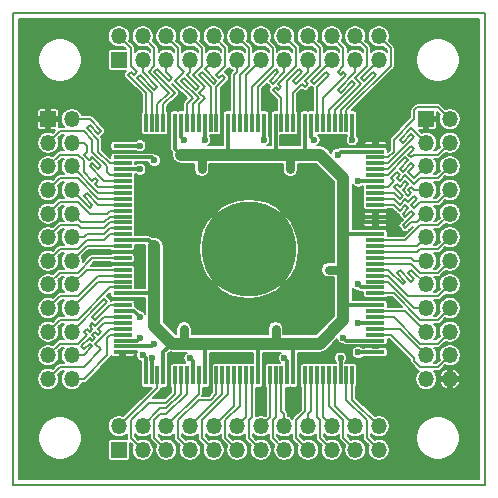
<source format=gbr>
%TF.GenerationSoftware,KiCad,Pcbnew,(5.1.6)-1*%
%TF.CreationDate,2020-08-24T19:14:35+01:00*%
%TF.ProjectId,HeikouBoxCore,4865696b-6f75-4426-9f78-436f72652e6b,rev?*%
%TF.SameCoordinates,Original*%
%TF.FileFunction,Copper,L1,Top*%
%TF.FilePolarity,Positive*%
%FSLAX46Y46*%
G04 Gerber Fmt 4.6, Leading zero omitted, Abs format (unit mm)*
G04 Created by KiCad (PCBNEW (5.1.6)-1) date 2020-08-24 19:14:35*
%MOMM*%
%LPD*%
G01*
G04 APERTURE LIST*
%TA.AperFunction,Profile*%
%ADD10C,0.150000*%
%TD*%
%TA.AperFunction,SMDPad,CuDef*%
%ADD11R,1.550000X0.300000*%
%TD*%
%TA.AperFunction,SMDPad,CuDef*%
%ADD12R,0.300000X1.550000*%
%TD*%
%TA.AperFunction,ViaPad*%
%ADD13C,8.000000*%
%TD*%
%TA.AperFunction,ComponentPad*%
%ADD14R,1.350000X1.350000*%
%TD*%
%TA.AperFunction,ComponentPad*%
%ADD15O,1.350000X1.350000*%
%TD*%
%TA.AperFunction,ViaPad*%
%ADD16C,0.600000*%
%TD*%
%TA.AperFunction,Conductor*%
%ADD17C,0.304800*%
%TD*%
%TA.AperFunction,Conductor*%
%ADD18C,0.254000*%
%TD*%
%TA.AperFunction,Conductor*%
%ADD19C,0.175000*%
%TD*%
%TA.AperFunction,Conductor*%
%ADD20C,0.762000*%
%TD*%
%TA.AperFunction,Conductor*%
%ADD21C,1.016000*%
%TD*%
%TA.AperFunction,Conductor*%
%ADD22C,0.127000*%
%TD*%
G04 APERTURE END LIST*
D10*
X17000000Y-57000000D02*
X17000000Y-17000000D01*
X57000000Y-57000000D02*
X17000000Y-57000000D01*
X57000000Y-17000000D02*
X57000000Y-57000000D01*
X17000000Y-17000000D02*
X57000000Y-17000000D01*
D11*
X26300000Y-28250000D03*
X26300000Y-28750000D03*
X26300000Y-29250000D03*
X26300000Y-29750000D03*
X26300000Y-30250000D03*
X26300000Y-30750000D03*
X26300000Y-31250000D03*
X26300000Y-31750000D03*
X26300000Y-32250000D03*
X26300000Y-32750000D03*
X26300000Y-33250000D03*
X26300000Y-33750000D03*
X26300000Y-34250000D03*
X26300000Y-34750000D03*
X26300000Y-35250000D03*
X26300000Y-35750000D03*
X26300000Y-36250000D03*
X26300000Y-36750000D03*
X26300000Y-37250000D03*
X26300000Y-37750000D03*
X26300000Y-38250000D03*
X26300000Y-38750000D03*
X26300000Y-39250000D03*
X26300000Y-39750000D03*
X26300000Y-40250000D03*
X26300000Y-40750000D03*
X26300000Y-41250000D03*
X26300000Y-41750000D03*
X26300000Y-42250000D03*
X26300000Y-42750000D03*
X26300000Y-43250000D03*
X26300000Y-43750000D03*
X26300000Y-44250000D03*
X26300000Y-44750000D03*
X26300000Y-45250000D03*
X26300000Y-45750000D03*
D12*
X28250000Y-47700000D03*
X28750000Y-47700000D03*
X29250000Y-47700000D03*
X29750000Y-47700000D03*
X30250000Y-47700000D03*
X30750000Y-47700000D03*
X31250000Y-47700000D03*
X31750000Y-47700000D03*
X32250000Y-47700000D03*
X32750000Y-47700000D03*
X33250000Y-47700000D03*
X33750000Y-47700000D03*
X34250000Y-47700000D03*
X34750000Y-47700000D03*
X35250000Y-47700000D03*
X35750000Y-47700000D03*
X36250000Y-47700000D03*
X36750000Y-47700000D03*
X37250000Y-47700000D03*
X37750000Y-47700000D03*
X38250000Y-47700000D03*
X38750000Y-47700000D03*
X39250000Y-47700000D03*
X39750000Y-47700000D03*
X40250000Y-47700000D03*
X40750000Y-47700000D03*
X41250000Y-47700000D03*
X41750000Y-47700000D03*
X42250000Y-47700000D03*
X42750000Y-47700000D03*
X43250000Y-47700000D03*
X43750000Y-47700000D03*
X44250000Y-47700000D03*
X44750000Y-47700000D03*
X45250000Y-47700000D03*
X45750000Y-47700000D03*
D11*
X47700000Y-45750000D03*
X47700000Y-45250000D03*
X47700000Y-44750000D03*
X47700000Y-44250000D03*
X47700000Y-43750000D03*
X47700000Y-43250000D03*
X47700000Y-42750000D03*
X47700000Y-42250000D03*
X47700000Y-41750000D03*
X47700000Y-41250000D03*
X47700000Y-40750000D03*
X47700000Y-40250000D03*
X47700000Y-39750000D03*
X47700000Y-39250000D03*
X47700000Y-38750000D03*
X47700000Y-38250000D03*
X47700000Y-37750000D03*
X47700000Y-37250000D03*
X47700000Y-36750000D03*
X47700000Y-36250000D03*
X47700000Y-35750000D03*
X47700000Y-35250000D03*
X47700000Y-34750000D03*
X47700000Y-34250000D03*
X47700000Y-33750000D03*
X47700000Y-33250000D03*
X47700000Y-32750000D03*
X47700000Y-32250000D03*
X47700000Y-31750000D03*
X47700000Y-31250000D03*
X47700000Y-30750000D03*
X47700000Y-30250000D03*
X47700000Y-29750000D03*
X47700000Y-29250000D03*
X47700000Y-28750000D03*
X47700000Y-28250000D03*
D12*
X45750000Y-26300000D03*
X45250000Y-26300000D03*
X44750000Y-26300000D03*
X44250000Y-26300000D03*
X43750000Y-26300000D03*
X43250000Y-26300000D03*
X42750000Y-26300000D03*
X42250000Y-26300000D03*
X41750000Y-26300000D03*
X41250000Y-26300000D03*
X40750000Y-26300000D03*
X40250000Y-26300000D03*
X39750000Y-26300000D03*
X39250000Y-26300000D03*
X38750000Y-26300000D03*
X38250000Y-26300000D03*
X37750000Y-26300000D03*
X37250000Y-26300000D03*
X36750000Y-26300000D03*
X36250000Y-26300000D03*
X35750000Y-26300000D03*
X35250000Y-26300000D03*
X34750000Y-26300000D03*
X34250000Y-26300000D03*
X33750000Y-26300000D03*
X33250000Y-26300000D03*
X32750000Y-26300000D03*
X32250000Y-26300000D03*
X31750000Y-26300000D03*
X31250000Y-26300000D03*
X30750000Y-26300000D03*
X30250000Y-26300000D03*
X29750000Y-26300000D03*
X29250000Y-26300000D03*
X28750000Y-26300000D03*
X28250000Y-26300000D03*
D13*
X37000000Y-37000000D03*
D14*
X20000000Y-26000000D03*
D15*
X22000000Y-26000000D03*
X20000000Y-28000000D03*
X22000000Y-28000000D03*
X20000000Y-30000000D03*
X22000000Y-30000000D03*
X20000000Y-32000000D03*
X22000000Y-32000000D03*
X20000000Y-34000000D03*
X22000000Y-34000000D03*
X20000000Y-36000000D03*
X22000000Y-36000000D03*
X20000000Y-38000000D03*
X22000000Y-38000000D03*
X20000000Y-40000000D03*
X22000000Y-40000000D03*
X20000000Y-42000000D03*
X22000000Y-42000000D03*
X20000000Y-44000000D03*
X22000000Y-44000000D03*
X20000000Y-46000000D03*
X22000000Y-46000000D03*
X20000000Y-48000000D03*
X22000000Y-48000000D03*
D14*
X26000000Y-54000000D03*
D15*
X26000000Y-52000000D03*
X28000000Y-54000000D03*
X28000000Y-52000000D03*
X30000000Y-54000000D03*
X30000000Y-52000000D03*
X32000000Y-54000000D03*
X32000000Y-52000000D03*
X34000000Y-54000000D03*
X34000000Y-52000000D03*
X36000000Y-54000000D03*
X36000000Y-52000000D03*
X38000000Y-54000000D03*
X38000000Y-52000000D03*
X40000000Y-54000000D03*
X40000000Y-52000000D03*
X42000000Y-54000000D03*
X42000000Y-52000000D03*
X44000000Y-54000000D03*
X44000000Y-52000000D03*
X46000000Y-54000000D03*
X46000000Y-52000000D03*
X48000000Y-54000000D03*
X48000000Y-52000000D03*
D14*
X52000000Y-26000000D03*
D15*
X54000000Y-26000000D03*
X52000000Y-28000000D03*
X54000000Y-28000000D03*
X52000000Y-30000000D03*
X54000000Y-30000000D03*
X52000000Y-32000000D03*
X54000000Y-32000000D03*
X52000000Y-34000000D03*
X54000000Y-34000000D03*
X52000000Y-36000000D03*
X54000000Y-36000000D03*
X52000000Y-38000000D03*
X54000000Y-38000000D03*
X52000000Y-40000000D03*
X54000000Y-40000000D03*
X52000000Y-42000000D03*
X54000000Y-42000000D03*
X52000000Y-44000000D03*
X54000000Y-44000000D03*
X52000000Y-46000000D03*
X54000000Y-46000000D03*
X52000000Y-48000000D03*
X54000000Y-48000000D03*
D14*
X26000000Y-21000000D03*
D15*
X26000000Y-19000000D03*
X28000000Y-21000000D03*
X28000000Y-19000000D03*
X30000000Y-21000000D03*
X30000000Y-19000000D03*
X32000000Y-21000000D03*
X32000000Y-19000000D03*
X34000000Y-21000000D03*
X34000000Y-19000000D03*
X36000000Y-21000000D03*
X36000000Y-19000000D03*
X38000000Y-21000000D03*
X38000000Y-19000000D03*
X40000000Y-21000000D03*
X40000000Y-19000000D03*
X42000000Y-21000000D03*
X42000000Y-19000000D03*
X44000000Y-21000000D03*
X44000000Y-19000000D03*
X46000000Y-21000000D03*
X46000000Y-19000000D03*
X48000000Y-21000000D03*
X48000000Y-19000000D03*
D16*
X32000000Y-46250000D03*
X46250000Y-43250000D03*
X40000000Y-46250000D03*
X31500000Y-27750000D03*
X33250000Y-27750000D03*
X38250000Y-27750000D03*
X42500000Y-27750000D03*
X45750000Y-27750000D03*
X46250000Y-31250000D03*
X27750000Y-28250000D03*
X27750000Y-30250000D03*
X46250000Y-40000000D03*
X46250000Y-45750000D03*
X44750000Y-46250000D03*
X27750000Y-42750000D03*
X27750000Y-44500000D03*
X28750000Y-46250000D03*
X28000000Y-46000000D03*
X33500000Y-49000000D03*
X49000000Y-45250000D03*
X49000000Y-41500000D03*
X41500000Y-37000000D03*
X40250000Y-40250000D03*
X37000000Y-41500000D03*
X32500000Y-37000000D03*
X33750000Y-40250000D03*
X40250000Y-33750000D03*
X33750000Y-33750000D03*
X37000000Y-32500000D03*
X30500000Y-32000000D03*
X38500000Y-30250000D03*
X43500000Y-32000000D03*
X43750000Y-40750000D03*
X41250000Y-43750000D03*
X35000000Y-30250000D03*
X34750000Y-43750000D03*
X27500000Y-38250000D03*
X27500000Y-37250000D03*
X27750000Y-41500000D03*
X38000000Y-49000000D03*
X48250000Y-27500000D03*
X49250000Y-35500000D03*
X49000000Y-35000000D03*
X49250000Y-34500000D03*
X49000000Y-34000000D03*
X35000000Y-25000000D03*
X30250000Y-42750000D03*
X46500000Y-49250000D03*
X47250000Y-46750000D03*
X43500000Y-42000000D03*
X41500000Y-24500000D03*
X29000000Y-35250000D03*
X25000000Y-28250000D03*
X26500000Y-27000000D03*
X30500000Y-25000000D03*
X38750000Y-24500000D03*
X30000000Y-49000000D03*
X40750000Y-49250000D03*
X26750000Y-24500000D03*
X27000000Y-49500000D03*
X27000000Y-47000000D03*
X29000000Y-29500000D03*
X45000000Y-44500000D03*
X29000000Y-45000000D03*
X44500000Y-29000000D03*
X40500000Y-30250000D03*
X33000000Y-30250000D03*
X43750000Y-38750000D03*
X39250000Y-43750000D03*
X31500000Y-43750000D03*
X29000000Y-38500000D03*
X29000000Y-40250000D03*
D17*
X42500000Y-27750000D02*
X42250000Y-27500000D01*
X47700000Y-31250000D02*
X46250000Y-31250000D01*
X27750000Y-28250000D02*
X26250000Y-28250000D01*
X27750000Y-30250000D02*
X26250000Y-30250000D01*
X33250000Y-26300000D02*
X33250000Y-27750000D01*
X38250000Y-26300000D02*
X38250000Y-27750000D01*
X42250000Y-26300000D02*
X42250000Y-27500000D01*
X45750000Y-26300000D02*
X45750000Y-27750000D01*
X31250000Y-27500000D02*
X31500000Y-27750000D01*
X31250000Y-26300000D02*
X31250000Y-27500000D01*
X47700000Y-43250000D02*
X46250000Y-43250000D01*
D18*
X46138000Y-45768000D02*
X46250000Y-45750000D01*
D17*
X47700000Y-45750000D02*
X46250000Y-45750000D01*
D18*
X44630000Y-46286000D02*
X44750000Y-46250000D01*
D17*
X44750000Y-47700000D02*
X44750000Y-46250000D01*
X40250000Y-46500000D02*
X40000000Y-46250000D01*
X40250000Y-47700000D02*
X40250000Y-46500000D01*
X27250000Y-42250000D02*
X27750000Y-42750000D01*
X26300000Y-42250000D02*
X27250000Y-42250000D01*
X27500000Y-44750000D02*
X26300000Y-44750000D01*
X27750000Y-44500000D02*
X27500000Y-44750000D01*
X28750000Y-46250000D02*
X28750000Y-47700000D01*
X46500000Y-40250000D02*
X46250000Y-40000000D01*
X47700000Y-40250000D02*
X46500000Y-40250000D01*
X32250000Y-46500000D02*
X32250000Y-47700000D01*
X32000000Y-46250000D02*
X32250000Y-46500000D01*
X28250000Y-46250000D02*
X28250000Y-47700000D01*
X28000000Y-46000000D02*
X28250000Y-46250000D01*
D18*
X47750000Y-28200000D02*
X47700000Y-28250000D01*
D17*
X26300000Y-45250000D02*
X28750000Y-45250000D01*
X28750000Y-45250000D02*
X29000000Y-45000000D01*
X44750000Y-28750000D02*
X47750000Y-28750000D01*
X44500000Y-29000000D02*
X44750000Y-28750000D01*
X28750000Y-29250000D02*
X29000000Y-29500000D01*
X26250000Y-29250000D02*
X28750000Y-29250000D01*
X45250000Y-44750000D02*
X45000000Y-44500000D01*
X47700000Y-44750000D02*
X45250000Y-44750000D01*
D19*
X23500000Y-26000000D02*
X22000000Y-26000000D01*
X24250000Y-28750000D02*
X24250000Y-27750000D01*
X23500000Y-26500000D02*
X24250000Y-27250000D01*
X25250000Y-29750000D02*
X24250000Y-28750000D01*
X26300000Y-29750000D02*
X25250000Y-29750000D01*
X24500000Y-27000000D02*
X23500000Y-26000000D01*
X24250000Y-27250000D02*
X24500000Y-27000000D01*
X23250000Y-26750000D02*
X23500000Y-26500000D01*
X24250000Y-27750000D02*
X23250000Y-26750000D01*
X23000000Y-27000000D02*
X21000000Y-27000000D01*
X21000000Y-27000000D02*
X20000000Y-28000000D01*
X23750000Y-27750000D02*
X23750000Y-28750000D01*
X26300000Y-30750000D02*
X25250000Y-30750000D01*
X23000000Y-27000000D02*
X23750000Y-27750000D01*
X25000000Y-30000000D02*
X25000000Y-30500000D01*
X23750000Y-28750000D02*
X25000000Y-30000000D01*
X25000000Y-30500000D02*
X25250000Y-30750000D01*
X23750000Y-29250000D02*
X24500000Y-30000000D01*
X23500000Y-29500000D02*
X23750000Y-29250000D01*
X23750000Y-29750000D02*
X23500000Y-30000000D01*
X24500000Y-30000000D02*
X24250000Y-30250000D01*
X23494988Y-29500000D02*
X23500000Y-29500000D01*
X24250000Y-30250000D02*
X23750000Y-29750000D01*
X22000000Y-28000000D02*
X23000000Y-28000000D01*
X23500000Y-30000000D02*
X24750000Y-31250000D01*
X24750000Y-31250000D02*
X26300000Y-31250000D01*
X23250000Y-28750000D02*
X23000000Y-29000000D01*
X23494988Y-29494988D02*
X23494988Y-29500000D01*
X23000000Y-29000000D02*
X23494988Y-29494988D01*
X23250000Y-28750000D02*
X23250000Y-28250000D01*
X23250000Y-28250000D02*
X23000000Y-28000000D01*
X25000000Y-31750000D02*
X26300000Y-31750000D01*
X24250000Y-31750000D02*
X25000000Y-31750000D01*
X24000000Y-31000000D02*
X24250000Y-31250000D01*
X23750000Y-31250000D02*
X24000000Y-31000000D01*
X24250000Y-31250000D02*
X24000000Y-31500000D01*
X20000000Y-30000000D02*
X21000000Y-29000000D01*
X24000000Y-31500000D02*
X24250000Y-31750000D01*
X21000000Y-29000000D02*
X22500000Y-29000000D01*
X22500000Y-29000000D02*
X23000000Y-29500000D01*
X23000000Y-29500000D02*
X23000000Y-30500000D01*
X23000000Y-30500000D02*
X23750000Y-31250000D01*
X24250000Y-32250000D02*
X22000000Y-30000000D01*
X26300000Y-32250000D02*
X24250000Y-32250000D01*
X22500000Y-31000000D02*
X21000000Y-31000000D01*
X24250000Y-32750000D02*
X22500000Y-31000000D01*
X21000000Y-31000000D02*
X20000000Y-32000000D01*
X26300000Y-32750000D02*
X24250000Y-32750000D01*
X24250000Y-33250000D02*
X26300000Y-33250000D01*
X23000000Y-32500000D02*
X23250000Y-32250000D01*
X23250000Y-32250000D02*
X24250000Y-33250000D01*
X23500000Y-33500000D02*
X23750000Y-33250000D01*
X23750000Y-33250000D02*
X23000000Y-32500000D01*
X22000000Y-32000000D02*
X23500000Y-33500000D01*
X36750000Y-22250000D02*
X38000000Y-21000000D01*
X36750000Y-26300000D02*
X36750000Y-22250000D01*
X25250000Y-34255012D02*
X25250000Y-34250000D01*
X22000000Y-34000000D02*
X22750000Y-34750000D01*
X25250000Y-34250000D02*
X26300000Y-34250000D01*
X24755012Y-34750000D02*
X25250000Y-34255012D01*
X22750000Y-34750000D02*
X24755012Y-34750000D01*
X25250000Y-34750000D02*
X26300000Y-34750000D01*
X20000000Y-36000000D02*
X21000000Y-35000000D01*
X22500000Y-35000000D02*
X22750000Y-35250000D01*
X21000000Y-35000000D02*
X22500000Y-35000000D01*
X22750000Y-35250000D02*
X24750000Y-35250000D01*
X24750000Y-35250000D02*
X25250000Y-34750000D01*
X25500000Y-35250000D02*
X26300000Y-35250000D01*
X25250000Y-35250000D02*
X24750000Y-35750000D01*
X25250000Y-35250000D02*
X26300000Y-35250000D01*
X24750000Y-35750000D02*
X23250000Y-35750000D01*
X23250000Y-35750000D02*
X23000000Y-36000000D01*
X23000000Y-36000000D02*
X22000000Y-36000000D01*
X21000000Y-37000000D02*
X20000000Y-38000000D01*
X26300000Y-35750000D02*
X25250000Y-35750000D01*
X25250000Y-35750000D02*
X24750000Y-36250000D01*
X24750000Y-36250000D02*
X23250000Y-36250000D01*
X23250000Y-36250000D02*
X22500000Y-37000000D01*
X22500000Y-37000000D02*
X21000000Y-37000000D01*
D20*
X33000000Y-30250000D02*
X33000000Y-29000000D01*
D21*
X40500000Y-29000000D02*
X39250000Y-29000000D01*
X40500000Y-29000000D02*
X41750000Y-29000000D01*
X35250000Y-29000000D02*
X33000000Y-29000000D01*
X39250000Y-29000000D02*
X35250000Y-29000000D01*
X33000000Y-29000000D02*
X31250000Y-29000000D01*
D17*
X30750000Y-26300000D02*
X30750000Y-28500000D01*
X30750000Y-28500000D02*
X31250000Y-29000000D01*
X35250000Y-26300000D02*
X35250000Y-29000000D01*
X39250000Y-26300000D02*
X39250000Y-29000000D01*
X41750000Y-26300000D02*
X41750000Y-29000000D01*
D20*
X40500000Y-29000000D02*
X40500000Y-30250000D01*
D21*
X45000000Y-31000000D02*
X45000000Y-35750000D01*
X41750000Y-29000000D02*
X43000000Y-29000000D01*
X43000000Y-29000000D02*
X45000000Y-31000000D01*
D17*
X47700000Y-41750000D02*
X45000000Y-41750000D01*
D21*
X45000000Y-35750000D02*
X45000000Y-41750000D01*
D20*
X45000000Y-38750000D02*
X43750000Y-38750000D01*
D21*
X43000000Y-45000000D02*
X40750000Y-45000000D01*
X45000000Y-41750000D02*
X45000000Y-43000000D01*
X45000000Y-43000000D02*
X43000000Y-45000000D01*
D17*
X40750000Y-45000000D02*
X40750000Y-47700000D01*
X37750000Y-45000000D02*
X37750000Y-47700000D01*
D21*
X39250000Y-45000000D02*
X37750000Y-45000000D01*
X40750000Y-45000000D02*
X39250000Y-45000000D01*
D20*
X39250000Y-43750000D02*
X39250000Y-45000000D01*
D21*
X37750000Y-45000000D02*
X33250000Y-45000000D01*
D17*
X33250000Y-47700000D02*
X33250000Y-45000000D01*
X29750000Y-45750000D02*
X29750000Y-47700000D01*
X30500000Y-45000000D02*
X29750000Y-45750000D01*
D21*
X30500000Y-45000000D02*
X31500000Y-45000000D01*
X31500000Y-45000000D02*
X33250000Y-45000000D01*
D20*
X31500000Y-43750000D02*
X31500000Y-45000000D01*
D21*
X29000000Y-43500000D02*
X30500000Y-45000000D01*
X29000000Y-40750000D02*
X29000000Y-43500000D01*
X29000000Y-38500000D02*
X29000000Y-36750000D01*
D17*
X28500000Y-36250000D02*
X29000000Y-36750000D01*
X26300000Y-36250000D02*
X28500000Y-36250000D01*
D21*
X29000000Y-40250000D02*
X29000000Y-40750000D01*
X29000000Y-38500000D02*
X29000000Y-40250000D01*
D17*
X47700000Y-35750000D02*
X45000000Y-35750000D01*
X26300000Y-40750000D02*
X29000000Y-40750000D01*
D19*
X23250000Y-36750000D02*
X26300000Y-36750000D01*
X22000000Y-38000000D02*
X23250000Y-36750000D01*
X22500000Y-39000000D02*
X21000000Y-39000000D01*
X26300000Y-37750000D02*
X23750000Y-37750000D01*
X21000000Y-39000000D02*
X20000000Y-40000000D01*
X23750000Y-37750000D02*
X22500000Y-39000000D01*
X23250000Y-38750000D02*
X22000000Y-40000000D01*
X26300000Y-38750000D02*
X23250000Y-38750000D01*
X21000000Y-41000000D02*
X20000000Y-42000000D01*
X24250000Y-39250000D02*
X22500000Y-41000000D01*
X26300000Y-39250000D02*
X24250000Y-39250000D01*
X22500000Y-41000000D02*
X21000000Y-41000000D01*
X24250000Y-39750000D02*
X22000000Y-42000000D01*
X26300000Y-39750000D02*
X24250000Y-39750000D01*
X21000000Y-43000000D02*
X20000000Y-44000000D01*
X25250000Y-40250000D02*
X22500000Y-43000000D01*
X26300000Y-40250000D02*
X25250000Y-40250000D01*
X22500000Y-43000000D02*
X21000000Y-43000000D01*
X25250000Y-41750000D02*
X26300000Y-41750000D01*
X23750000Y-42750000D02*
X24000000Y-43000000D01*
X24000000Y-43000000D02*
X25250000Y-41750000D01*
X24750000Y-41250000D02*
X25000000Y-41500000D01*
X25000000Y-41500000D02*
X23750000Y-42750000D01*
X22000000Y-44000000D02*
X24750000Y-41250000D01*
X23250000Y-44250000D02*
X23000000Y-44000000D01*
X22500000Y-45000000D02*
X23250000Y-44250000D01*
X21000000Y-45000000D02*
X22500000Y-45000000D01*
X23000000Y-44000000D02*
X23250000Y-43750000D01*
X20000000Y-46000000D02*
X21000000Y-45000000D01*
X23250000Y-43750000D02*
X23500000Y-44000000D01*
X23500000Y-44000000D02*
X23750000Y-43750000D01*
X23500000Y-43500000D02*
X23750000Y-43250000D01*
X24750000Y-42750000D02*
X26300000Y-42750000D01*
X23750000Y-43750000D02*
X23500000Y-43500000D01*
X23750000Y-43250000D02*
X24000000Y-43500000D01*
X24000000Y-43500000D02*
X24750000Y-42750000D01*
X24250000Y-43750000D02*
X24750000Y-43250000D01*
X24500000Y-44000000D02*
X24250000Y-43750000D01*
X24250000Y-44250000D02*
X24500000Y-44000000D01*
X24750000Y-43250000D02*
X26300000Y-43250000D01*
X22000000Y-46000000D02*
X23000000Y-46000000D01*
X24000000Y-44500000D02*
X23750000Y-44250000D01*
X23750000Y-45250000D02*
X23500000Y-45000000D01*
X23000000Y-46000000D02*
X23750000Y-45250000D01*
X23000000Y-45500000D02*
X22750000Y-45250000D01*
X23500000Y-44500000D02*
X23750000Y-44750000D01*
X23500000Y-45000000D02*
X23000000Y-45500000D01*
X22750000Y-45250000D02*
X23500000Y-44500000D01*
X23750000Y-44250000D02*
X24000000Y-44000000D01*
X23750000Y-44750000D02*
X24000000Y-44500000D01*
X24000000Y-44000000D02*
X24250000Y-44250000D01*
X21000000Y-47000000D02*
X20000000Y-48000000D01*
X24500000Y-45500000D02*
X23000000Y-47000000D01*
X23000000Y-47000000D02*
X21000000Y-47000000D01*
X25250000Y-43750000D02*
X24000000Y-45000000D01*
X26300000Y-43750000D02*
X25250000Y-43750000D01*
X24000000Y-45000000D02*
X24500000Y-45500000D01*
X25000000Y-44500000D02*
X25250000Y-44250000D01*
X22000000Y-48000000D02*
X23000000Y-48000000D01*
X23000000Y-48000000D02*
X25000000Y-46000000D01*
X25000000Y-46000000D02*
X25000000Y-44500000D01*
X25250000Y-44250000D02*
X26300000Y-44250000D01*
X29250000Y-48750000D02*
X26000000Y-52000000D01*
X29250000Y-47700000D02*
X29250000Y-48750000D01*
X28500000Y-50000000D02*
X27000000Y-51500000D01*
X27000000Y-53000000D02*
X28000000Y-54000000D01*
X30750000Y-47700000D02*
X30750000Y-49250000D01*
X30000000Y-50000000D02*
X28500000Y-50000000D01*
X30750000Y-49250000D02*
X30000000Y-50000000D01*
X27000000Y-51500000D02*
X27000000Y-53000000D01*
X29500000Y-50500000D02*
X28000000Y-52000000D01*
X30000000Y-50500000D02*
X29500000Y-50500000D01*
X31250000Y-49250000D02*
X30000000Y-50500000D01*
X31250000Y-47700000D02*
X31250000Y-49250000D01*
X29000000Y-53000000D02*
X30000000Y-54000000D01*
X31750000Y-47700000D02*
X31750000Y-49250000D01*
X31750000Y-49250000D02*
X30000000Y-51000000D01*
X30000000Y-51000000D02*
X29500000Y-51000000D01*
X29500000Y-51000000D02*
X29000000Y-51500000D01*
X29000000Y-51500000D02*
X29000000Y-53000000D01*
X32750000Y-49250000D02*
X30000000Y-52000000D01*
X32750000Y-47700000D02*
X32750000Y-49250000D01*
X31000000Y-51500000D02*
X31000000Y-53000000D01*
X31000000Y-53000000D02*
X32000000Y-54000000D01*
X34250000Y-49250000D02*
X33750000Y-49750000D01*
X32750000Y-49750000D02*
X31000000Y-51500000D01*
X33750000Y-49750000D02*
X32750000Y-49750000D01*
X34250000Y-47700000D02*
X34250000Y-49250000D01*
X34750000Y-49250000D02*
X32000000Y-52000000D01*
X34750000Y-47700000D02*
X34750000Y-49250000D01*
X33000000Y-53000000D02*
X34000000Y-54000000D01*
X35250000Y-49250000D02*
X33000000Y-51500000D01*
X35250000Y-47700000D02*
X35250000Y-49250000D01*
X33000000Y-51500000D02*
X33000000Y-53000000D01*
X35750000Y-50250000D02*
X34000000Y-52000000D01*
X35750000Y-47700000D02*
X35750000Y-50250000D01*
X35000000Y-53000000D02*
X36000000Y-54000000D01*
X36250000Y-50250000D02*
X35000000Y-51500000D01*
X36250000Y-47700000D02*
X36250000Y-50250000D01*
X35000000Y-51500000D02*
X35000000Y-53000000D01*
X36750000Y-51250000D02*
X36000000Y-52000000D01*
X36750000Y-47700000D02*
X36750000Y-51250000D01*
X37000000Y-53000000D02*
X38000000Y-54000000D01*
X37250000Y-51250000D02*
X37000000Y-51500000D01*
X37250000Y-47700000D02*
X37250000Y-51250000D01*
X37000000Y-51500000D02*
X37000000Y-53000000D01*
X38750000Y-51250000D02*
X38000000Y-52000000D01*
X38750000Y-47700000D02*
X38750000Y-51250000D01*
X39000000Y-53000000D02*
X40000000Y-54000000D01*
X39250000Y-51250000D02*
X39000000Y-51500000D01*
X39250000Y-47700000D02*
X39250000Y-51250000D01*
X39000000Y-51500000D02*
X39000000Y-53000000D01*
X40000000Y-51000000D02*
X40000000Y-51750000D01*
X39750000Y-50750000D02*
X40000000Y-51000000D01*
X39750000Y-47700000D02*
X39750000Y-50750000D01*
X41000000Y-51500000D02*
X41000000Y-53000000D01*
X41750000Y-50750000D02*
X41000000Y-51500000D01*
X41750000Y-47700000D02*
X41750000Y-50750000D01*
X41000000Y-53000000D02*
X42000000Y-54000000D01*
X42250000Y-50750000D02*
X42000000Y-51000000D01*
X42000000Y-51000000D02*
X42000000Y-51750000D01*
X42250000Y-47700000D02*
X42250000Y-50750000D01*
X43000000Y-51500000D02*
X43000000Y-53000000D01*
X42750000Y-51250000D02*
X43000000Y-51500000D01*
X42750000Y-47700000D02*
X42750000Y-51250000D01*
X43000000Y-53000000D02*
X44000000Y-54000000D01*
X43250000Y-51250000D02*
X44000000Y-52000000D01*
X43250000Y-47700000D02*
X43250000Y-51250000D01*
X45000000Y-53000000D02*
X46000000Y-54000000D01*
X43750000Y-50250000D02*
X45000000Y-51500000D01*
X43750000Y-47700000D02*
X43750000Y-50250000D01*
X45000000Y-51500000D02*
X45000000Y-53000000D01*
X44250000Y-50250000D02*
X46000000Y-52000000D01*
X44250000Y-47700000D02*
X44250000Y-50250000D01*
X47000000Y-53000000D02*
X48000000Y-54000000D01*
X45250000Y-49750000D02*
X47000000Y-51500000D01*
X45250000Y-47700000D02*
X45250000Y-49750000D01*
X47000000Y-51500000D02*
X47000000Y-53000000D01*
X45750000Y-49750000D02*
X48000000Y-52000000D01*
X45750000Y-47700000D02*
X45750000Y-49750000D01*
X53000000Y-47000000D02*
X54000000Y-46000000D01*
X49000000Y-44250000D02*
X51000000Y-46250000D01*
X47700000Y-44250000D02*
X49000000Y-44250000D01*
X51000000Y-46250000D02*
X51000000Y-46500000D01*
X51500000Y-47000000D02*
X53000000Y-47000000D01*
X51000000Y-46500000D02*
X51500000Y-47000000D01*
X49750000Y-43750000D02*
X52000000Y-46000000D01*
X47700000Y-43750000D02*
X49750000Y-43750000D01*
X53000000Y-45000000D02*
X54000000Y-44000000D01*
X49250000Y-42750000D02*
X51500000Y-45000000D01*
X47700000Y-42750000D02*
X49250000Y-42750000D01*
X51500000Y-45000000D02*
X53000000Y-45000000D01*
X50250000Y-42250000D02*
X52000000Y-44000000D01*
X47700000Y-42250000D02*
X50250000Y-42250000D01*
X53000000Y-43000000D02*
X54000000Y-42000000D01*
X49250000Y-40750000D02*
X51500000Y-43000000D01*
X47700000Y-40750000D02*
X49250000Y-40750000D01*
X51500000Y-43000000D02*
X53000000Y-43000000D01*
X48750000Y-39750000D02*
X47700000Y-39750000D01*
X52000000Y-42000000D02*
X51000000Y-42000000D01*
X51000000Y-42000000D02*
X48750000Y-39750000D01*
X48750000Y-39250000D02*
X47700000Y-39250000D01*
X54000000Y-40000000D02*
X53000000Y-41000000D01*
X53000000Y-41000000D02*
X50500000Y-41000000D01*
X50500000Y-41000000D02*
X48750000Y-39250000D01*
X48750000Y-38750000D02*
X47700000Y-38750000D01*
X49500000Y-39000000D02*
X50250000Y-39750000D01*
X50000000Y-40000000D02*
X50250000Y-39750000D01*
X50000000Y-40000000D02*
X48750000Y-38750000D01*
X50750000Y-39750000D02*
X49750000Y-38750000D01*
X52000000Y-40000000D02*
X50750000Y-38750000D01*
X51000000Y-39500000D02*
X50750000Y-39750000D01*
X50500000Y-39000000D02*
X51000000Y-39500000D01*
X50750000Y-38750000D02*
X50500000Y-39000000D01*
X49750000Y-38750000D02*
X49500000Y-39000000D01*
X53000000Y-39000000D02*
X54000000Y-38000000D01*
X50750000Y-38250000D02*
X51500000Y-39000000D01*
X47700000Y-38250000D02*
X50750000Y-38250000D01*
X51500000Y-39000000D02*
X53000000Y-39000000D01*
X50750000Y-37750000D02*
X51000000Y-38000000D01*
X51000000Y-38000000D02*
X52000000Y-38000000D01*
X47700000Y-37750000D02*
X50750000Y-37750000D01*
X53000000Y-37000000D02*
X54000000Y-36000000D01*
X51250000Y-37250000D02*
X51500000Y-37000000D01*
X47700000Y-37250000D02*
X51250000Y-37250000D01*
X51500000Y-37000000D02*
X53000000Y-37000000D01*
X51250000Y-36750000D02*
X52000000Y-36000000D01*
X47700000Y-36750000D02*
X51250000Y-36750000D01*
X51250000Y-34750000D02*
X52000000Y-34000000D01*
X50250000Y-33250000D02*
X50500000Y-33500000D01*
X49750000Y-33750000D02*
X50250000Y-33250000D01*
X50500000Y-33500000D02*
X50000000Y-34000000D01*
X49250000Y-33250000D02*
X49750000Y-33750000D01*
X50000000Y-34000000D02*
X50250000Y-34250000D01*
X47700000Y-33250000D02*
X49250000Y-33250000D01*
X50250000Y-34250000D02*
X50750000Y-33750000D01*
X50750000Y-33750000D02*
X50755012Y-33750000D01*
X50755012Y-33750000D02*
X51000000Y-33994988D01*
X51000000Y-33994988D02*
X51000000Y-34000000D01*
X51000000Y-34000000D02*
X50000000Y-35000000D01*
X50000000Y-35000000D02*
X50250000Y-35250000D01*
X50750000Y-34750000D02*
X51250000Y-34750000D01*
X50250000Y-35250000D02*
X50750000Y-34750000D01*
X53000000Y-33000000D02*
X54000000Y-32000000D01*
X49250000Y-32750000D02*
X49750000Y-33250000D01*
X47700000Y-32750000D02*
X49250000Y-32750000D01*
X51500000Y-33000000D02*
X53000000Y-33000000D01*
X49750000Y-33250000D02*
X50250000Y-32750000D01*
X51000000Y-32500000D02*
X51250000Y-32750000D01*
X50250000Y-32750000D02*
X50500000Y-33000000D01*
X50500000Y-33000000D02*
X51000000Y-32500000D01*
X50750000Y-33250000D02*
X51000000Y-33500000D01*
X51000000Y-33500000D02*
X51500000Y-33000000D01*
X51250000Y-32750000D02*
X50750000Y-33250000D01*
X51000000Y-32000000D02*
X52000000Y-32000000D01*
X50500000Y-32000000D02*
X50750000Y-31750000D01*
X50500000Y-32500000D02*
X50750000Y-32250000D01*
X50000000Y-32000000D02*
X50500000Y-32500000D01*
X49250000Y-31750000D02*
X49500000Y-31500000D01*
X47700000Y-32250000D02*
X49250000Y-32250000D01*
X50750000Y-31750000D02*
X51000000Y-32000000D01*
X50250000Y-31250000D02*
X50500000Y-31500000D01*
X49500000Y-31500000D02*
X49505012Y-31500000D01*
X49750000Y-31744988D02*
X49750000Y-31750000D01*
X50750000Y-32250000D02*
X50500000Y-32000000D01*
X49505012Y-31500000D02*
X49750000Y-31744988D01*
X49750000Y-31750000D02*
X50250000Y-31250000D01*
X50500000Y-31500000D02*
X50000000Y-32000000D01*
X49750000Y-32750000D02*
X50000000Y-32500000D01*
X50000000Y-32500000D02*
X49250000Y-31750000D01*
X49250000Y-32250000D02*
X49750000Y-32750000D01*
X53000000Y-31000000D02*
X54000000Y-30000000D01*
X49000000Y-31000000D02*
X49500000Y-30500000D01*
X49500000Y-31000000D02*
X49750000Y-31250000D01*
X49250000Y-31250000D02*
X49000000Y-31000000D01*
X47700000Y-31750000D02*
X48750000Y-31750000D01*
X49750000Y-30750000D02*
X49500000Y-31000000D01*
X49750000Y-31250000D02*
X50250000Y-30750000D01*
X49500000Y-30500000D02*
X49750000Y-30750000D01*
X48750000Y-31750000D02*
X49250000Y-31250000D01*
X50250000Y-30750000D02*
X51000000Y-31500000D01*
X51000000Y-31500000D02*
X51500000Y-31000000D01*
X51500000Y-31000000D02*
X53000000Y-31000000D01*
X51000000Y-31000000D02*
X52000000Y-30000000D01*
X51000000Y-30000000D02*
X50500000Y-30500000D01*
X50750000Y-29750000D02*
X51000000Y-30000000D01*
X48750000Y-30750000D02*
X50250000Y-29250000D01*
X47700000Y-30750000D02*
X48750000Y-30750000D01*
X50250000Y-29250000D02*
X50500000Y-29500000D01*
X50500000Y-30500000D02*
X51000000Y-31000000D01*
X49750000Y-30250000D02*
X50000000Y-30500000D01*
X50000000Y-30500000D02*
X50750000Y-29750000D01*
X50500000Y-29500000D02*
X49750000Y-30250000D01*
X51000000Y-29000000D02*
X53000000Y-29000000D01*
X47700000Y-30250000D02*
X48750000Y-30250000D01*
X48750000Y-30250000D02*
X50750000Y-28250000D01*
X53000000Y-29000000D02*
X54000000Y-28000000D01*
X50750000Y-28250000D02*
X51000000Y-28500000D01*
X50500000Y-29000000D02*
X50750000Y-29250000D01*
X50750000Y-29250000D02*
X51000000Y-29000000D01*
X51000000Y-28500000D02*
X50500000Y-29000000D01*
X48750000Y-29750000D02*
X47700000Y-29750000D01*
X52000000Y-28000000D02*
X50750000Y-26750000D01*
X50750000Y-27250000D02*
X51000000Y-27500000D01*
X51000000Y-27500000D02*
X48750000Y-29750000D01*
X49750000Y-27750000D02*
X50000000Y-28000000D01*
X50000000Y-28000000D02*
X50750000Y-27250000D01*
X50750000Y-26750000D02*
X49750000Y-27750000D01*
X51250000Y-25000000D02*
X53000000Y-25000000D01*
X47700000Y-29250000D02*
X48750000Y-29250000D01*
X49250000Y-28750000D02*
X49250000Y-27750000D01*
X53000000Y-25000000D02*
X54000000Y-26000000D01*
X48750000Y-29250000D02*
X49250000Y-28750000D01*
X51000000Y-25250000D02*
X51250000Y-25000000D01*
X49250000Y-27750000D02*
X51000000Y-26000000D01*
X51000000Y-26000000D02*
X51000000Y-25250000D01*
X49000000Y-21500000D02*
X49000000Y-20000000D01*
X45250000Y-25250000D02*
X49000000Y-21500000D01*
X45250000Y-26300000D02*
X45250000Y-25250000D01*
X49000000Y-20000000D02*
X48000000Y-19000000D01*
X44750000Y-25250000D02*
X44750000Y-26300000D01*
X47500000Y-22000000D02*
X47750000Y-22250000D01*
X46750000Y-22750000D02*
X47500000Y-22000000D01*
X46500000Y-22500000D02*
X46750000Y-22750000D01*
X47750000Y-22250000D02*
X44750000Y-25250000D01*
X48000000Y-21000000D02*
X46500000Y-22500000D01*
X44250000Y-25500000D02*
X44250000Y-26300000D01*
X46000000Y-19000000D02*
X47000000Y-20000000D01*
X47000000Y-20000000D02*
X47000000Y-21500000D01*
X47000000Y-21500000D02*
X46000000Y-22500000D01*
X44250000Y-25250000D02*
X44250000Y-25500000D01*
X46000000Y-22500000D02*
X46500000Y-23000000D01*
X46500000Y-23000000D02*
X44250000Y-25250000D01*
X43750000Y-25250000D02*
X43750000Y-26300000D01*
X46000000Y-21000000D02*
X46000000Y-22000000D01*
X44750000Y-23750000D02*
X45750000Y-22750000D01*
X46000000Y-22000000D02*
X44500000Y-23500000D01*
X46000000Y-23000000D02*
X43750000Y-25250000D01*
X44500000Y-23500000D02*
X44750000Y-23750000D01*
X45750000Y-22750000D02*
X46000000Y-23000000D01*
X43250000Y-24250000D02*
X43250000Y-26300000D01*
X45250000Y-22250000D02*
X43250000Y-24250000D01*
X45000000Y-22000000D02*
X45250000Y-22250000D01*
X44000000Y-19000000D02*
X45000000Y-20000000D01*
X45000000Y-20000000D02*
X45000000Y-21500000D01*
X44500000Y-22000000D02*
X44750000Y-22250000D01*
X44750000Y-22250000D02*
X45000000Y-22000000D01*
X45000000Y-21500000D02*
X44500000Y-22000000D01*
X42750000Y-23250000D02*
X43750000Y-22250000D01*
X42750000Y-26300000D02*
X42750000Y-23250000D01*
X42250000Y-22750000D02*
X44000000Y-21000000D01*
X43750000Y-22250000D02*
X43500000Y-22000000D01*
X43500000Y-22000000D02*
X42500000Y-23000000D01*
X42500000Y-23000000D02*
X42250000Y-22750000D01*
X40750000Y-24750000D02*
X40750000Y-26300000D01*
X40750000Y-23750000D02*
X40750000Y-24750000D01*
X41500000Y-23000000D02*
X40750000Y-23750000D01*
X41750000Y-23250000D02*
X41500000Y-23000000D01*
X42000000Y-19000000D02*
X43000000Y-20000000D01*
X43000000Y-21500000D02*
X41750000Y-22750000D01*
X43000000Y-20000000D02*
X43000000Y-21500000D01*
X41750000Y-22750000D02*
X42000000Y-23000000D01*
X42000000Y-23000000D02*
X41750000Y-23250000D01*
X40250000Y-22750000D02*
X41250000Y-21750000D01*
X40250000Y-26300000D02*
X40250000Y-22750000D01*
X41250000Y-21750000D02*
X41500000Y-22000000D01*
X41500000Y-22000000D02*
X40750000Y-22750000D01*
X40750000Y-22750000D02*
X41000000Y-23000000D01*
X41000000Y-23000000D02*
X42000000Y-22000000D01*
X42000000Y-22000000D02*
X42000000Y-21000000D01*
X39500000Y-23000000D02*
X41000000Y-21500000D01*
X41000000Y-20000000D02*
X40000000Y-19000000D01*
X39750000Y-23250000D02*
X39500000Y-23000000D01*
X39750000Y-26300000D02*
X39750000Y-24250000D01*
X39000000Y-23500000D02*
X39250000Y-23250000D01*
X39250000Y-23250000D02*
X39500000Y-23500000D01*
X39750000Y-24250000D02*
X39000000Y-23500000D01*
X41000000Y-21500000D02*
X41000000Y-20000000D01*
X39500000Y-23500000D02*
X39750000Y-23250000D01*
X37750000Y-26300000D02*
X37750000Y-23250000D01*
X39250000Y-21750000D02*
X39500000Y-22000000D01*
X37750000Y-23250000D02*
X39250000Y-21750000D01*
X39500000Y-22000000D02*
X38750000Y-22750000D01*
X38750000Y-22750000D02*
X39000000Y-23000000D01*
X39000000Y-23000000D02*
X40000000Y-22000000D01*
X40000000Y-22000000D02*
X40000000Y-21000000D01*
X38000000Y-19000000D02*
X39000000Y-20000000D01*
X39000000Y-21500000D02*
X37250000Y-23250000D01*
X39000000Y-20000000D02*
X39000000Y-21500000D01*
X37250000Y-23250000D02*
X37250000Y-24000000D01*
X37250000Y-24000000D02*
X37250000Y-26300000D01*
X37000000Y-20000000D02*
X36000000Y-19000000D01*
X36250000Y-22250000D02*
X37000000Y-21500000D01*
X36250000Y-26300000D02*
X36250000Y-22250000D01*
X37000000Y-21500000D02*
X37000000Y-20000000D01*
X36000000Y-22000000D02*
X36000000Y-21000000D01*
X35750000Y-22250000D02*
X36000000Y-22000000D01*
X35750000Y-26300000D02*
X35750000Y-22250000D01*
X34250000Y-22250000D02*
X35000000Y-21500000D01*
X34250000Y-23250000D02*
X35000000Y-22500000D01*
X34250000Y-26300000D02*
X34250000Y-23250000D01*
X35000000Y-22500000D02*
X34750000Y-22250000D01*
X35000000Y-20000000D02*
X34000000Y-19000000D01*
X34750000Y-22250000D02*
X34500000Y-22500000D01*
X35000000Y-21500000D02*
X35000000Y-20000000D01*
X34500000Y-22500000D02*
X34250000Y-22250000D01*
X33250000Y-21750000D02*
X34250000Y-22750000D01*
X34000000Y-21000000D02*
X33250000Y-21750000D01*
X34250000Y-22750000D02*
X34000000Y-23000000D01*
X34000000Y-23000000D02*
X33000000Y-22000000D01*
X32750000Y-22250000D02*
X33750000Y-23250000D01*
X33000000Y-22000000D02*
X32750000Y-22250000D01*
X33750000Y-23250000D02*
X33750000Y-24250000D01*
X33750000Y-24250000D02*
X33750000Y-26300000D01*
X32750000Y-24750000D02*
X32750000Y-26300000D01*
X33250000Y-24250000D02*
X32750000Y-24750000D01*
X33000000Y-20000000D02*
X33000000Y-21500000D01*
X32000000Y-19000000D02*
X33000000Y-20000000D01*
X33000000Y-21500000D02*
X32250000Y-22250000D01*
X32250000Y-22250000D02*
X33250000Y-23250000D01*
X32750000Y-23750000D02*
X33250000Y-24250000D01*
X33250000Y-23250000D02*
X32750000Y-23750000D01*
X32750000Y-24250000D02*
X32250000Y-24750000D01*
X31250000Y-22750000D02*
X32750000Y-24250000D01*
X31500000Y-22500000D02*
X31250000Y-22750000D01*
X32000000Y-22000000D02*
X31750000Y-22250000D01*
X31750000Y-22250000D02*
X32750000Y-23250000D01*
X32000000Y-21000000D02*
X32000000Y-22000000D01*
X32250000Y-24750000D02*
X32250000Y-26300000D01*
X32750000Y-23250000D02*
X32500000Y-23500000D01*
X32500000Y-23500000D02*
X31500000Y-22500000D01*
X31000000Y-20000000D02*
X30000000Y-19000000D01*
X31000000Y-21500000D02*
X31000000Y-20000000D01*
X31750000Y-24750000D02*
X32250000Y-24250000D01*
X31750000Y-26300000D02*
X31750000Y-24750000D01*
X32250000Y-24250000D02*
X30750000Y-22750000D01*
X30750000Y-22750000D02*
X31500000Y-22000000D01*
X31500000Y-22000000D02*
X31000000Y-21500000D01*
X30000000Y-22000000D02*
X30000000Y-21000000D01*
X30500000Y-22500000D02*
X30000000Y-22000000D01*
X29750000Y-24750000D02*
X30750000Y-23750000D01*
X29750000Y-26300000D02*
X29750000Y-24750000D01*
X30750000Y-23750000D02*
X29000000Y-22000000D01*
X30250000Y-22750000D02*
X30500000Y-22500000D01*
X29000000Y-22000000D02*
X29250000Y-21750000D01*
X29250000Y-21750000D02*
X30250000Y-22750000D01*
X29000000Y-21500000D02*
X29000000Y-20000000D01*
X29250000Y-26300000D02*
X29250000Y-24750000D01*
X29000000Y-20000000D02*
X28000000Y-19000000D01*
X28500000Y-22000000D02*
X29000000Y-21500000D01*
X30250000Y-23750000D02*
X28500000Y-22000000D01*
X29250000Y-24750000D02*
X30250000Y-23750000D01*
X28000000Y-22000000D02*
X28000000Y-21000000D01*
X29250000Y-23250000D02*
X28000000Y-22000000D01*
X28750000Y-23750000D02*
X27500000Y-22500000D01*
X27500000Y-22500000D02*
X27750000Y-22250000D01*
X28750000Y-26300000D02*
X28750000Y-23750000D01*
X27750000Y-22250000D02*
X29000000Y-23500000D01*
X29000000Y-23500000D02*
X29250000Y-23250000D01*
X26000000Y-19000000D02*
X27000000Y-20000000D01*
X27000000Y-20000000D02*
X27000000Y-21500000D01*
X27000000Y-21500000D02*
X27500000Y-22000000D01*
X26750000Y-22250000D02*
X27000000Y-22000000D01*
X27000000Y-22000000D02*
X27250000Y-22250000D01*
X27250000Y-22250000D02*
X27500000Y-22000000D01*
X26750000Y-22250000D02*
X28250000Y-23750000D01*
X28250000Y-23750000D02*
X28250000Y-25000000D01*
X28250000Y-25000000D02*
X28250000Y-26300000D01*
X21000000Y-33000000D02*
X22500000Y-33000000D01*
X20000000Y-34000000D02*
X21000000Y-33000000D01*
X22500000Y-33000000D02*
X23500000Y-34000000D01*
X25250000Y-33755012D02*
X25250000Y-33750000D01*
X25000000Y-34000000D02*
X25002506Y-34002506D01*
X25250000Y-33750000D02*
X26300000Y-33750000D01*
X23500000Y-34000000D02*
X25000000Y-34000000D01*
X25002506Y-34002506D02*
X25250000Y-33755012D01*
X53000000Y-35000000D02*
X54000000Y-34000000D01*
X50250000Y-36250000D02*
X51500000Y-35000000D01*
X51500000Y-35000000D02*
X53000000Y-35000000D01*
X47700000Y-36250000D02*
X50250000Y-36250000D01*
D22*
G36*
X56436500Y-56436500D02*
G01*
X17563500Y-56436500D01*
X17563500Y-52816954D01*
X19141500Y-52816954D01*
X19141500Y-53183046D01*
X19212922Y-53542104D01*
X19353019Y-53880330D01*
X19556409Y-54184724D01*
X19815276Y-54443591D01*
X20119670Y-54646981D01*
X20457896Y-54787078D01*
X20816954Y-54858500D01*
X21183046Y-54858500D01*
X21542104Y-54787078D01*
X21880330Y-54646981D01*
X22184724Y-54443591D01*
X22443591Y-54184724D01*
X22646981Y-53880330D01*
X22787078Y-53542104D01*
X22858500Y-53183046D01*
X22858500Y-52816954D01*
X22787078Y-52457896D01*
X22646981Y-52119670D01*
X22443591Y-51815276D01*
X22184724Y-51556409D01*
X21880330Y-51353019D01*
X21542104Y-51212922D01*
X21183046Y-51141500D01*
X20816954Y-51141500D01*
X20457896Y-51212922D01*
X20119670Y-51353019D01*
X19815276Y-51556409D01*
X19556409Y-51815276D01*
X19353019Y-52119670D01*
X19212922Y-52457896D01*
X19141500Y-52816954D01*
X17563500Y-52816954D01*
X17563500Y-27908058D01*
X19066500Y-27908058D01*
X19066500Y-28091942D01*
X19102374Y-28272292D01*
X19172743Y-28442178D01*
X19274903Y-28595072D01*
X19404928Y-28725097D01*
X19557822Y-28827257D01*
X19727708Y-28897626D01*
X19908058Y-28933500D01*
X20091942Y-28933500D01*
X20272292Y-28897626D01*
X20442178Y-28827257D01*
X20595072Y-28725097D01*
X20725097Y-28595072D01*
X20827257Y-28442178D01*
X20897626Y-28272292D01*
X20933500Y-28091942D01*
X20933500Y-27908058D01*
X20897626Y-27727708D01*
X20857788Y-27631530D01*
X21143318Y-27346000D01*
X21333831Y-27346000D01*
X21274903Y-27404928D01*
X21172743Y-27557822D01*
X21102374Y-27727708D01*
X21066500Y-27908058D01*
X21066500Y-28091942D01*
X21102374Y-28272292D01*
X21172743Y-28442178D01*
X21274903Y-28595072D01*
X21333831Y-28654000D01*
X21016995Y-28654000D01*
X21000000Y-28652326D01*
X20983005Y-28654000D01*
X20983002Y-28654000D01*
X20932172Y-28659006D01*
X20866951Y-28678791D01*
X20806842Y-28710919D01*
X20780376Y-28732640D01*
X20754157Y-28754157D01*
X20743321Y-28767361D01*
X20368470Y-29142212D01*
X20272292Y-29102374D01*
X20091942Y-29066500D01*
X19908058Y-29066500D01*
X19727708Y-29102374D01*
X19557822Y-29172743D01*
X19404928Y-29274903D01*
X19274903Y-29404928D01*
X19172743Y-29557822D01*
X19102374Y-29727708D01*
X19066500Y-29908058D01*
X19066500Y-30091942D01*
X19102374Y-30272292D01*
X19172743Y-30442178D01*
X19274903Y-30595072D01*
X19404928Y-30725097D01*
X19557822Y-30827257D01*
X19727708Y-30897626D01*
X19908058Y-30933500D01*
X20091942Y-30933500D01*
X20272292Y-30897626D01*
X20442178Y-30827257D01*
X20595072Y-30725097D01*
X20725097Y-30595072D01*
X20827257Y-30442178D01*
X20897626Y-30272292D01*
X20933500Y-30091942D01*
X20933500Y-29908058D01*
X20897626Y-29727708D01*
X20857788Y-29631530D01*
X21143318Y-29346000D01*
X21333831Y-29346000D01*
X21274903Y-29404928D01*
X21172743Y-29557822D01*
X21102374Y-29727708D01*
X21066500Y-29908058D01*
X21066500Y-30091942D01*
X21102374Y-30272292D01*
X21172743Y-30442178D01*
X21274903Y-30595072D01*
X21333831Y-30654000D01*
X21016995Y-30654000D01*
X21000000Y-30652326D01*
X20983005Y-30654000D01*
X20983002Y-30654000D01*
X20932172Y-30659006D01*
X20866951Y-30678791D01*
X20806842Y-30710919D01*
X20780376Y-30732640D01*
X20754157Y-30754157D01*
X20743322Y-30767360D01*
X20368470Y-31142212D01*
X20272292Y-31102374D01*
X20091942Y-31066500D01*
X19908058Y-31066500D01*
X19727708Y-31102374D01*
X19557822Y-31172743D01*
X19404928Y-31274903D01*
X19274903Y-31404928D01*
X19172743Y-31557822D01*
X19102374Y-31727708D01*
X19066500Y-31908058D01*
X19066500Y-32091942D01*
X19102374Y-32272292D01*
X19172743Y-32442178D01*
X19274903Y-32595072D01*
X19404928Y-32725097D01*
X19557822Y-32827257D01*
X19727708Y-32897626D01*
X19908058Y-32933500D01*
X20091942Y-32933500D01*
X20272292Y-32897626D01*
X20442178Y-32827257D01*
X20595072Y-32725097D01*
X20725097Y-32595072D01*
X20827257Y-32442178D01*
X20897626Y-32272292D01*
X20933500Y-32091942D01*
X20933500Y-31908058D01*
X20897626Y-31727708D01*
X20857788Y-31631530D01*
X21143318Y-31346000D01*
X21333831Y-31346000D01*
X21274903Y-31404928D01*
X21172743Y-31557822D01*
X21102374Y-31727708D01*
X21066500Y-31908058D01*
X21066500Y-32091942D01*
X21102374Y-32272292D01*
X21172743Y-32442178D01*
X21274903Y-32595072D01*
X21333831Y-32654000D01*
X21016995Y-32654000D01*
X21000000Y-32652326D01*
X20983005Y-32654000D01*
X20983002Y-32654000D01*
X20932172Y-32659006D01*
X20866951Y-32678791D01*
X20806842Y-32710919D01*
X20780376Y-32732640D01*
X20754157Y-32754157D01*
X20743322Y-32767360D01*
X20368470Y-33142212D01*
X20272292Y-33102374D01*
X20091942Y-33066500D01*
X19908058Y-33066500D01*
X19727708Y-33102374D01*
X19557822Y-33172743D01*
X19404928Y-33274903D01*
X19274903Y-33404928D01*
X19172743Y-33557822D01*
X19102374Y-33727708D01*
X19066500Y-33908058D01*
X19066500Y-34091942D01*
X19102374Y-34272292D01*
X19172743Y-34442178D01*
X19274903Y-34595072D01*
X19404928Y-34725097D01*
X19557822Y-34827257D01*
X19727708Y-34897626D01*
X19908058Y-34933500D01*
X20091942Y-34933500D01*
X20272292Y-34897626D01*
X20442178Y-34827257D01*
X20595072Y-34725097D01*
X20725097Y-34595072D01*
X20827257Y-34442178D01*
X20897626Y-34272292D01*
X20933500Y-34091942D01*
X20933500Y-33908058D01*
X20897626Y-33727708D01*
X20857788Y-33631530D01*
X21143318Y-33346000D01*
X21333831Y-33346000D01*
X21274903Y-33404928D01*
X21172743Y-33557822D01*
X21102374Y-33727708D01*
X21066500Y-33908058D01*
X21066500Y-34091942D01*
X21102374Y-34272292D01*
X21172743Y-34442178D01*
X21274903Y-34595072D01*
X21333831Y-34654000D01*
X21016995Y-34654000D01*
X21000000Y-34652326D01*
X20983005Y-34654000D01*
X20983002Y-34654000D01*
X20932172Y-34659006D01*
X20866951Y-34678791D01*
X20806842Y-34710919D01*
X20769428Y-34741625D01*
X20754157Y-34754157D01*
X20743321Y-34767361D01*
X20368470Y-35142212D01*
X20272292Y-35102374D01*
X20091942Y-35066500D01*
X19908058Y-35066500D01*
X19727708Y-35102374D01*
X19557822Y-35172743D01*
X19404928Y-35274903D01*
X19274903Y-35404928D01*
X19172743Y-35557822D01*
X19102374Y-35727708D01*
X19066500Y-35908058D01*
X19066500Y-36091942D01*
X19102374Y-36272292D01*
X19172743Y-36442178D01*
X19274903Y-36595072D01*
X19404928Y-36725097D01*
X19557822Y-36827257D01*
X19727708Y-36897626D01*
X19908058Y-36933500D01*
X20091942Y-36933500D01*
X20272292Y-36897626D01*
X20442178Y-36827257D01*
X20595072Y-36725097D01*
X20725097Y-36595072D01*
X20827257Y-36442178D01*
X20897626Y-36272292D01*
X20933500Y-36091942D01*
X20933500Y-35908058D01*
X20897626Y-35727708D01*
X20857788Y-35631530D01*
X21143318Y-35346000D01*
X21333831Y-35346000D01*
X21274903Y-35404928D01*
X21172743Y-35557822D01*
X21102374Y-35727708D01*
X21066500Y-35908058D01*
X21066500Y-36091942D01*
X21102374Y-36272292D01*
X21172743Y-36442178D01*
X21274903Y-36595072D01*
X21333831Y-36654000D01*
X21016995Y-36654000D01*
X21000000Y-36652326D01*
X20983005Y-36654000D01*
X20983002Y-36654000D01*
X20932172Y-36659006D01*
X20866951Y-36678791D01*
X20806842Y-36710919D01*
X20769428Y-36741625D01*
X20754157Y-36754157D01*
X20743321Y-36767361D01*
X20368470Y-37142212D01*
X20272292Y-37102374D01*
X20091942Y-37066500D01*
X19908058Y-37066500D01*
X19727708Y-37102374D01*
X19557822Y-37172743D01*
X19404928Y-37274903D01*
X19274903Y-37404928D01*
X19172743Y-37557822D01*
X19102374Y-37727708D01*
X19066500Y-37908058D01*
X19066500Y-38091942D01*
X19102374Y-38272292D01*
X19172743Y-38442178D01*
X19274903Y-38595072D01*
X19404928Y-38725097D01*
X19557822Y-38827257D01*
X19727708Y-38897626D01*
X19908058Y-38933500D01*
X20091942Y-38933500D01*
X20272292Y-38897626D01*
X20442178Y-38827257D01*
X20595072Y-38725097D01*
X20725097Y-38595072D01*
X20827257Y-38442178D01*
X20897626Y-38272292D01*
X20933500Y-38091942D01*
X20933500Y-37908058D01*
X20897626Y-37727708D01*
X20857788Y-37631530D01*
X21143318Y-37346000D01*
X21333831Y-37346000D01*
X21274903Y-37404928D01*
X21172743Y-37557822D01*
X21102374Y-37727708D01*
X21066500Y-37908058D01*
X21066500Y-38091942D01*
X21102374Y-38272292D01*
X21172743Y-38442178D01*
X21274903Y-38595072D01*
X21333831Y-38654000D01*
X21016995Y-38654000D01*
X21000000Y-38652326D01*
X20983005Y-38654000D01*
X20983002Y-38654000D01*
X20932172Y-38659006D01*
X20866951Y-38678791D01*
X20806842Y-38710919D01*
X20769428Y-38741625D01*
X20754157Y-38754157D01*
X20743322Y-38767360D01*
X20368470Y-39142212D01*
X20272292Y-39102374D01*
X20091942Y-39066500D01*
X19908058Y-39066500D01*
X19727708Y-39102374D01*
X19557822Y-39172743D01*
X19404928Y-39274903D01*
X19274903Y-39404928D01*
X19172743Y-39557822D01*
X19102374Y-39727708D01*
X19066500Y-39908058D01*
X19066500Y-40091942D01*
X19102374Y-40272292D01*
X19172743Y-40442178D01*
X19274903Y-40595072D01*
X19404928Y-40725097D01*
X19557822Y-40827257D01*
X19727708Y-40897626D01*
X19908058Y-40933500D01*
X20091942Y-40933500D01*
X20272292Y-40897626D01*
X20442178Y-40827257D01*
X20595072Y-40725097D01*
X20725097Y-40595072D01*
X20827257Y-40442178D01*
X20897626Y-40272292D01*
X20933500Y-40091942D01*
X20933500Y-39908058D01*
X20897626Y-39727708D01*
X20857788Y-39631530D01*
X21143318Y-39346000D01*
X21333831Y-39346000D01*
X21274903Y-39404928D01*
X21172743Y-39557822D01*
X21102374Y-39727708D01*
X21066500Y-39908058D01*
X21066500Y-40091942D01*
X21102374Y-40272292D01*
X21172743Y-40442178D01*
X21274903Y-40595072D01*
X21333831Y-40654000D01*
X21016995Y-40654000D01*
X21000000Y-40652326D01*
X20983005Y-40654000D01*
X20983002Y-40654000D01*
X20932172Y-40659006D01*
X20869872Y-40677905D01*
X20866951Y-40678791D01*
X20806842Y-40710919D01*
X20769428Y-40741625D01*
X20754157Y-40754157D01*
X20743322Y-40767360D01*
X20368470Y-41142212D01*
X20272292Y-41102374D01*
X20091942Y-41066500D01*
X19908058Y-41066500D01*
X19727708Y-41102374D01*
X19557822Y-41172743D01*
X19404928Y-41274903D01*
X19274903Y-41404928D01*
X19172743Y-41557822D01*
X19102374Y-41727708D01*
X19066500Y-41908058D01*
X19066500Y-42091942D01*
X19102374Y-42272292D01*
X19172743Y-42442178D01*
X19274903Y-42595072D01*
X19404928Y-42725097D01*
X19557822Y-42827257D01*
X19727708Y-42897626D01*
X19908058Y-42933500D01*
X20091942Y-42933500D01*
X20272292Y-42897626D01*
X20442178Y-42827257D01*
X20595072Y-42725097D01*
X20725097Y-42595072D01*
X20827257Y-42442178D01*
X20897626Y-42272292D01*
X20933500Y-42091942D01*
X20933500Y-41908058D01*
X20897626Y-41727708D01*
X20857788Y-41631530D01*
X21143318Y-41346000D01*
X21333831Y-41346000D01*
X21274903Y-41404928D01*
X21172743Y-41557822D01*
X21102374Y-41727708D01*
X21066500Y-41908058D01*
X21066500Y-42091942D01*
X21102374Y-42272292D01*
X21172743Y-42442178D01*
X21274903Y-42595072D01*
X21333831Y-42654000D01*
X21016995Y-42654000D01*
X21000000Y-42652326D01*
X20983005Y-42654000D01*
X20983002Y-42654000D01*
X20932172Y-42659006D01*
X20866951Y-42678791D01*
X20806842Y-42710919D01*
X20769428Y-42741625D01*
X20754157Y-42754157D01*
X20743322Y-42767360D01*
X20368470Y-43142212D01*
X20272292Y-43102374D01*
X20091942Y-43066500D01*
X19908058Y-43066500D01*
X19727708Y-43102374D01*
X19557822Y-43172743D01*
X19404928Y-43274903D01*
X19274903Y-43404928D01*
X19172743Y-43557822D01*
X19102374Y-43727708D01*
X19066500Y-43908058D01*
X19066500Y-44091942D01*
X19102374Y-44272292D01*
X19172743Y-44442178D01*
X19274903Y-44595072D01*
X19404928Y-44725097D01*
X19557822Y-44827257D01*
X19727708Y-44897626D01*
X19908058Y-44933500D01*
X20091942Y-44933500D01*
X20272292Y-44897626D01*
X20442178Y-44827257D01*
X20595072Y-44725097D01*
X20725097Y-44595072D01*
X20827257Y-44442178D01*
X20897626Y-44272292D01*
X20933500Y-44091942D01*
X20933500Y-43908058D01*
X20897626Y-43727708D01*
X20857788Y-43631530D01*
X21143318Y-43346000D01*
X21333831Y-43346000D01*
X21274903Y-43404928D01*
X21172743Y-43557822D01*
X21102374Y-43727708D01*
X21066500Y-43908058D01*
X21066500Y-44091942D01*
X21102374Y-44272292D01*
X21172743Y-44442178D01*
X21274903Y-44595072D01*
X21333831Y-44654000D01*
X21016995Y-44654000D01*
X21000000Y-44652326D01*
X20983005Y-44654000D01*
X20983002Y-44654000D01*
X20932172Y-44659006D01*
X20866951Y-44678791D01*
X20806842Y-44710919D01*
X20780376Y-44732640D01*
X20754157Y-44754157D01*
X20743322Y-44767360D01*
X20368470Y-45142212D01*
X20272292Y-45102374D01*
X20091942Y-45066500D01*
X19908058Y-45066500D01*
X19727708Y-45102374D01*
X19557822Y-45172743D01*
X19404928Y-45274903D01*
X19274903Y-45404928D01*
X19172743Y-45557822D01*
X19102374Y-45727708D01*
X19066500Y-45908058D01*
X19066500Y-46091942D01*
X19102374Y-46272292D01*
X19172743Y-46442178D01*
X19274903Y-46595072D01*
X19404928Y-46725097D01*
X19557822Y-46827257D01*
X19727708Y-46897626D01*
X19908058Y-46933500D01*
X20091942Y-46933500D01*
X20272292Y-46897626D01*
X20442178Y-46827257D01*
X20595072Y-46725097D01*
X20725097Y-46595072D01*
X20827257Y-46442178D01*
X20897626Y-46272292D01*
X20933500Y-46091942D01*
X20933500Y-45908058D01*
X20897626Y-45727708D01*
X20857788Y-45631530D01*
X21143318Y-45346000D01*
X21333831Y-45346000D01*
X21274903Y-45404928D01*
X21172743Y-45557822D01*
X21102374Y-45727708D01*
X21066500Y-45908058D01*
X21066500Y-46091942D01*
X21102374Y-46272292D01*
X21172743Y-46442178D01*
X21274903Y-46595072D01*
X21333831Y-46654000D01*
X21016995Y-46654000D01*
X21000000Y-46652326D01*
X20983005Y-46654000D01*
X20983002Y-46654000D01*
X20932172Y-46659006D01*
X20866951Y-46678791D01*
X20806842Y-46710919D01*
X20769788Y-46741329D01*
X20754157Y-46754157D01*
X20743322Y-46767360D01*
X20368470Y-47142212D01*
X20272292Y-47102374D01*
X20091942Y-47066500D01*
X19908058Y-47066500D01*
X19727708Y-47102374D01*
X19557822Y-47172743D01*
X19404928Y-47274903D01*
X19274903Y-47404928D01*
X19172743Y-47557822D01*
X19102374Y-47727708D01*
X19066500Y-47908058D01*
X19066500Y-48091942D01*
X19102374Y-48272292D01*
X19172743Y-48442178D01*
X19274903Y-48595072D01*
X19404928Y-48725097D01*
X19557822Y-48827257D01*
X19727708Y-48897626D01*
X19908058Y-48933500D01*
X20091942Y-48933500D01*
X20272292Y-48897626D01*
X20442178Y-48827257D01*
X20595072Y-48725097D01*
X20725097Y-48595072D01*
X20827257Y-48442178D01*
X20897626Y-48272292D01*
X20933500Y-48091942D01*
X20933500Y-47908058D01*
X20897626Y-47727708D01*
X20857788Y-47631530D01*
X21143318Y-47346000D01*
X21333831Y-47346000D01*
X21274903Y-47404928D01*
X21172743Y-47557822D01*
X21102374Y-47727708D01*
X21066500Y-47908058D01*
X21066500Y-48091942D01*
X21102374Y-48272292D01*
X21172743Y-48442178D01*
X21274903Y-48595072D01*
X21404928Y-48725097D01*
X21557822Y-48827257D01*
X21727708Y-48897626D01*
X21908058Y-48933500D01*
X22091942Y-48933500D01*
X22272292Y-48897626D01*
X22442178Y-48827257D01*
X22595072Y-48725097D01*
X22725097Y-48595072D01*
X22827257Y-48442178D01*
X22867095Y-48346000D01*
X22983005Y-48346000D01*
X23000000Y-48347674D01*
X23016995Y-48346000D01*
X23016998Y-48346000D01*
X23067828Y-48340994D01*
X23133049Y-48321209D01*
X23193157Y-48289080D01*
X23245843Y-48245843D01*
X23256683Y-48232634D01*
X25232644Y-46256674D01*
X25245842Y-46245843D01*
X25256674Y-46232644D01*
X25256678Y-46232640D01*
X25289080Y-46193158D01*
X25309500Y-46154954D01*
X25321209Y-46133049D01*
X25340994Y-46067828D01*
X25342409Y-46053462D01*
X25355539Y-46069461D01*
X25391855Y-46099265D01*
X25433288Y-46121411D01*
X25478246Y-46135049D01*
X25525000Y-46139654D01*
X26049875Y-46138500D01*
X26109500Y-46078875D01*
X26109500Y-45836500D01*
X26490500Y-45836500D01*
X26490500Y-46078875D01*
X26550125Y-46138500D01*
X27075000Y-46139654D01*
X27121754Y-46135049D01*
X27166712Y-46121411D01*
X27208145Y-46099265D01*
X27244461Y-46069461D01*
X27274265Y-46033145D01*
X27296411Y-45991712D01*
X27310049Y-45946754D01*
X27314654Y-45900000D01*
X27313500Y-45896125D01*
X27253875Y-45836500D01*
X26490500Y-45836500D01*
X26109500Y-45836500D01*
X26089500Y-45836500D01*
X26089500Y-45663500D01*
X26109500Y-45663500D01*
X26109500Y-45659750D01*
X26268142Y-45659750D01*
X26279817Y-45660900D01*
X26490500Y-45660900D01*
X26490500Y-45663500D01*
X27253875Y-45663500D01*
X27256475Y-45660900D01*
X27554877Y-45660900D01*
X27505064Y-45735451D01*
X27462963Y-45837092D01*
X27441500Y-45944993D01*
X27441500Y-46055007D01*
X27462963Y-46162908D01*
X27505064Y-46264549D01*
X27566185Y-46356023D01*
X27643977Y-46433815D01*
X27735451Y-46494936D01*
X27837092Y-46537037D01*
X27839100Y-46537436D01*
X27839101Y-47720183D01*
X27840250Y-47731848D01*
X27840250Y-48475000D01*
X27845241Y-48525675D01*
X27860022Y-48574402D01*
X27884026Y-48619309D01*
X27916329Y-48658671D01*
X27955691Y-48690974D01*
X28000598Y-48714978D01*
X28049325Y-48729759D01*
X28100000Y-48734750D01*
X28400000Y-48734750D01*
X28450675Y-48729759D01*
X28499402Y-48714978D01*
X28500000Y-48714658D01*
X28500598Y-48714978D01*
X28549325Y-48729759D01*
X28600000Y-48734750D01*
X28775932Y-48734750D01*
X26368470Y-51142212D01*
X26272292Y-51102374D01*
X26091942Y-51066500D01*
X25908058Y-51066500D01*
X25727708Y-51102374D01*
X25557822Y-51172743D01*
X25404928Y-51274903D01*
X25274903Y-51404928D01*
X25172743Y-51557822D01*
X25102374Y-51727708D01*
X25066500Y-51908058D01*
X25066500Y-52091942D01*
X25102374Y-52272292D01*
X25172743Y-52442178D01*
X25274903Y-52595072D01*
X25404928Y-52725097D01*
X25557822Y-52827257D01*
X25727708Y-52897626D01*
X25908058Y-52933500D01*
X26091942Y-52933500D01*
X26272292Y-52897626D01*
X26442178Y-52827257D01*
X26595072Y-52725097D01*
X26654001Y-52666168D01*
X26654001Y-52982995D01*
X26652326Y-53000000D01*
X26658753Y-53065250D01*
X25325000Y-53065250D01*
X25274325Y-53070241D01*
X25225598Y-53085022D01*
X25180691Y-53109026D01*
X25141329Y-53141329D01*
X25109026Y-53180691D01*
X25085022Y-53225598D01*
X25070241Y-53274325D01*
X25065250Y-53325000D01*
X25065250Y-54675000D01*
X25070241Y-54725675D01*
X25085022Y-54774402D01*
X25109026Y-54819309D01*
X25141329Y-54858671D01*
X25180691Y-54890974D01*
X25225598Y-54914978D01*
X25274325Y-54929759D01*
X25325000Y-54934750D01*
X26675000Y-54934750D01*
X26725675Y-54929759D01*
X26774402Y-54914978D01*
X26819309Y-54890974D01*
X26858671Y-54858671D01*
X26890974Y-54819309D01*
X26914978Y-54774402D01*
X26929759Y-54725675D01*
X26934750Y-54675000D01*
X26934750Y-53424067D01*
X27142212Y-53631530D01*
X27102374Y-53727708D01*
X27066500Y-53908058D01*
X27066500Y-54091942D01*
X27102374Y-54272292D01*
X27172743Y-54442178D01*
X27274903Y-54595072D01*
X27404928Y-54725097D01*
X27557822Y-54827257D01*
X27727708Y-54897626D01*
X27908058Y-54933500D01*
X28091942Y-54933500D01*
X28272292Y-54897626D01*
X28442178Y-54827257D01*
X28595072Y-54725097D01*
X28725097Y-54595072D01*
X28827257Y-54442178D01*
X28897626Y-54272292D01*
X28933500Y-54091942D01*
X28933500Y-53908058D01*
X28897626Y-53727708D01*
X28827257Y-53557822D01*
X28725097Y-53404928D01*
X28595072Y-53274903D01*
X28442178Y-53172743D01*
X28272292Y-53102374D01*
X28091942Y-53066500D01*
X27908058Y-53066500D01*
X27727708Y-53102374D01*
X27631530Y-53142212D01*
X27346000Y-52856683D01*
X27346000Y-52666169D01*
X27404928Y-52725097D01*
X27557822Y-52827257D01*
X27727708Y-52897626D01*
X27908058Y-52933500D01*
X28091942Y-52933500D01*
X28272292Y-52897626D01*
X28442178Y-52827257D01*
X28595072Y-52725097D01*
X28654001Y-52666168D01*
X28654001Y-52982995D01*
X28652326Y-53000000D01*
X28659007Y-53067827D01*
X28678792Y-53133049D01*
X28710920Y-53193157D01*
X28737544Y-53225598D01*
X28754158Y-53245843D01*
X28767361Y-53256678D01*
X29142212Y-53631530D01*
X29102374Y-53727708D01*
X29066500Y-53908058D01*
X29066500Y-54091942D01*
X29102374Y-54272292D01*
X29172743Y-54442178D01*
X29274903Y-54595072D01*
X29404928Y-54725097D01*
X29557822Y-54827257D01*
X29727708Y-54897626D01*
X29908058Y-54933500D01*
X30091942Y-54933500D01*
X30272292Y-54897626D01*
X30442178Y-54827257D01*
X30595072Y-54725097D01*
X30725097Y-54595072D01*
X30827257Y-54442178D01*
X30897626Y-54272292D01*
X30933500Y-54091942D01*
X30933500Y-53908058D01*
X30897626Y-53727708D01*
X30827257Y-53557822D01*
X30725097Y-53404928D01*
X30595072Y-53274903D01*
X30442178Y-53172743D01*
X30272292Y-53102374D01*
X30091942Y-53066500D01*
X29908058Y-53066500D01*
X29727708Y-53102374D01*
X29631530Y-53142212D01*
X29346000Y-52856683D01*
X29346000Y-52666169D01*
X29404928Y-52725097D01*
X29557822Y-52827257D01*
X29727708Y-52897626D01*
X29908058Y-52933500D01*
X30091942Y-52933500D01*
X30272292Y-52897626D01*
X30442178Y-52827257D01*
X30595072Y-52725097D01*
X30654001Y-52666168D01*
X30654001Y-52982995D01*
X30652326Y-53000000D01*
X30659007Y-53067827D01*
X30678792Y-53133049D01*
X30710920Y-53193157D01*
X30737544Y-53225598D01*
X30754158Y-53245843D01*
X30767361Y-53256678D01*
X31142212Y-53631530D01*
X31102374Y-53727708D01*
X31066500Y-53908058D01*
X31066500Y-54091942D01*
X31102374Y-54272292D01*
X31172743Y-54442178D01*
X31274903Y-54595072D01*
X31404928Y-54725097D01*
X31557822Y-54827257D01*
X31727708Y-54897626D01*
X31908058Y-54933500D01*
X32091942Y-54933500D01*
X32272292Y-54897626D01*
X32442178Y-54827257D01*
X32595072Y-54725097D01*
X32725097Y-54595072D01*
X32827257Y-54442178D01*
X32897626Y-54272292D01*
X32933500Y-54091942D01*
X32933500Y-53908058D01*
X32897626Y-53727708D01*
X32827257Y-53557822D01*
X32725097Y-53404928D01*
X32595072Y-53274903D01*
X32442178Y-53172743D01*
X32272292Y-53102374D01*
X32091942Y-53066500D01*
X31908058Y-53066500D01*
X31727708Y-53102374D01*
X31631530Y-53142212D01*
X31346000Y-52856683D01*
X31346000Y-52666169D01*
X31404928Y-52725097D01*
X31557822Y-52827257D01*
X31727708Y-52897626D01*
X31908058Y-52933500D01*
X32091942Y-52933500D01*
X32272292Y-52897626D01*
X32442178Y-52827257D01*
X32595072Y-52725097D01*
X32654001Y-52666168D01*
X32654001Y-52982995D01*
X32652326Y-53000000D01*
X32659007Y-53067827D01*
X32678792Y-53133049D01*
X32710920Y-53193157D01*
X32737544Y-53225598D01*
X32754158Y-53245843D01*
X32767361Y-53256678D01*
X33142212Y-53631530D01*
X33102374Y-53727708D01*
X33066500Y-53908058D01*
X33066500Y-54091942D01*
X33102374Y-54272292D01*
X33172743Y-54442178D01*
X33274903Y-54595072D01*
X33404928Y-54725097D01*
X33557822Y-54827257D01*
X33727708Y-54897626D01*
X33908058Y-54933500D01*
X34091942Y-54933500D01*
X34272292Y-54897626D01*
X34442178Y-54827257D01*
X34595072Y-54725097D01*
X34725097Y-54595072D01*
X34827257Y-54442178D01*
X34897626Y-54272292D01*
X34933500Y-54091942D01*
X34933500Y-53908058D01*
X34897626Y-53727708D01*
X34827257Y-53557822D01*
X34725097Y-53404928D01*
X34595072Y-53274903D01*
X34442178Y-53172743D01*
X34272292Y-53102374D01*
X34091942Y-53066500D01*
X33908058Y-53066500D01*
X33727708Y-53102374D01*
X33631530Y-53142212D01*
X33346000Y-52856683D01*
X33346000Y-52666169D01*
X33404928Y-52725097D01*
X33557822Y-52827257D01*
X33727708Y-52897626D01*
X33908058Y-52933500D01*
X34091942Y-52933500D01*
X34272292Y-52897626D01*
X34442178Y-52827257D01*
X34595072Y-52725097D01*
X34654001Y-52666168D01*
X34654001Y-52982995D01*
X34652326Y-53000000D01*
X34659007Y-53067827D01*
X34678792Y-53133049D01*
X34710920Y-53193157D01*
X34737544Y-53225598D01*
X34754158Y-53245843D01*
X34767361Y-53256678D01*
X35142212Y-53631530D01*
X35102374Y-53727708D01*
X35066500Y-53908058D01*
X35066500Y-54091942D01*
X35102374Y-54272292D01*
X35172743Y-54442178D01*
X35274903Y-54595072D01*
X35404928Y-54725097D01*
X35557822Y-54827257D01*
X35727708Y-54897626D01*
X35908058Y-54933500D01*
X36091942Y-54933500D01*
X36272292Y-54897626D01*
X36442178Y-54827257D01*
X36595072Y-54725097D01*
X36725097Y-54595072D01*
X36827257Y-54442178D01*
X36897626Y-54272292D01*
X36933500Y-54091942D01*
X36933500Y-53908058D01*
X36897626Y-53727708D01*
X36827257Y-53557822D01*
X36725097Y-53404928D01*
X36595072Y-53274903D01*
X36442178Y-53172743D01*
X36272292Y-53102374D01*
X36091942Y-53066500D01*
X35908058Y-53066500D01*
X35727708Y-53102374D01*
X35631530Y-53142212D01*
X35346000Y-52856683D01*
X35346000Y-52666169D01*
X35404928Y-52725097D01*
X35557822Y-52827257D01*
X35727708Y-52897626D01*
X35908058Y-52933500D01*
X36091942Y-52933500D01*
X36272292Y-52897626D01*
X36442178Y-52827257D01*
X36595072Y-52725097D01*
X36654001Y-52666168D01*
X36654001Y-52982995D01*
X36652326Y-53000000D01*
X36659007Y-53067827D01*
X36678792Y-53133049D01*
X36710920Y-53193157D01*
X36737544Y-53225598D01*
X36754158Y-53245843D01*
X36767361Y-53256678D01*
X37142212Y-53631530D01*
X37102374Y-53727708D01*
X37066500Y-53908058D01*
X37066500Y-54091942D01*
X37102374Y-54272292D01*
X37172743Y-54442178D01*
X37274903Y-54595072D01*
X37404928Y-54725097D01*
X37557822Y-54827257D01*
X37727708Y-54897626D01*
X37908058Y-54933500D01*
X38091942Y-54933500D01*
X38272292Y-54897626D01*
X38442178Y-54827257D01*
X38595072Y-54725097D01*
X38725097Y-54595072D01*
X38827257Y-54442178D01*
X38897626Y-54272292D01*
X38933500Y-54091942D01*
X38933500Y-53908058D01*
X38897626Y-53727708D01*
X38827257Y-53557822D01*
X38725097Y-53404928D01*
X38595072Y-53274903D01*
X38442178Y-53172743D01*
X38272292Y-53102374D01*
X38091942Y-53066500D01*
X37908058Y-53066500D01*
X37727708Y-53102374D01*
X37631530Y-53142212D01*
X37346000Y-52856683D01*
X37346000Y-52666169D01*
X37404928Y-52725097D01*
X37557822Y-52827257D01*
X37727708Y-52897626D01*
X37908058Y-52933500D01*
X38091942Y-52933500D01*
X38272292Y-52897626D01*
X38442178Y-52827257D01*
X38595072Y-52725097D01*
X38654001Y-52666168D01*
X38654001Y-52982995D01*
X38652326Y-53000000D01*
X38659007Y-53067827D01*
X38678792Y-53133049D01*
X38710920Y-53193157D01*
X38737544Y-53225598D01*
X38754158Y-53245843D01*
X38767361Y-53256678D01*
X39142212Y-53631530D01*
X39102374Y-53727708D01*
X39066500Y-53908058D01*
X39066500Y-54091942D01*
X39102374Y-54272292D01*
X39172743Y-54442178D01*
X39274903Y-54595072D01*
X39404928Y-54725097D01*
X39557822Y-54827257D01*
X39727708Y-54897626D01*
X39908058Y-54933500D01*
X40091942Y-54933500D01*
X40272292Y-54897626D01*
X40442178Y-54827257D01*
X40595072Y-54725097D01*
X40725097Y-54595072D01*
X40827257Y-54442178D01*
X40897626Y-54272292D01*
X40933500Y-54091942D01*
X40933500Y-53908058D01*
X40897626Y-53727708D01*
X40827257Y-53557822D01*
X40725097Y-53404928D01*
X40595072Y-53274903D01*
X40442178Y-53172743D01*
X40272292Y-53102374D01*
X40091942Y-53066500D01*
X39908058Y-53066500D01*
X39727708Y-53102374D01*
X39631530Y-53142212D01*
X39346000Y-52856683D01*
X39346000Y-52666169D01*
X39404928Y-52725097D01*
X39557822Y-52827257D01*
X39727708Y-52897626D01*
X39908058Y-52933500D01*
X40091942Y-52933500D01*
X40272292Y-52897626D01*
X40442178Y-52827257D01*
X40595072Y-52725097D01*
X40654001Y-52666168D01*
X40654001Y-52982995D01*
X40652326Y-53000000D01*
X40659007Y-53067827D01*
X40678792Y-53133049D01*
X40710920Y-53193157D01*
X40737544Y-53225598D01*
X40754158Y-53245843D01*
X40767361Y-53256678D01*
X41142212Y-53631530D01*
X41102374Y-53727708D01*
X41066500Y-53908058D01*
X41066500Y-54091942D01*
X41102374Y-54272292D01*
X41172743Y-54442178D01*
X41274903Y-54595072D01*
X41404928Y-54725097D01*
X41557822Y-54827257D01*
X41727708Y-54897626D01*
X41908058Y-54933500D01*
X42091942Y-54933500D01*
X42272292Y-54897626D01*
X42442178Y-54827257D01*
X42595072Y-54725097D01*
X42725097Y-54595072D01*
X42827257Y-54442178D01*
X42897626Y-54272292D01*
X42933500Y-54091942D01*
X42933500Y-53908058D01*
X42897626Y-53727708D01*
X42827257Y-53557822D01*
X42725097Y-53404928D01*
X42595072Y-53274903D01*
X42442178Y-53172743D01*
X42272292Y-53102374D01*
X42091942Y-53066500D01*
X41908058Y-53066500D01*
X41727708Y-53102374D01*
X41631530Y-53142212D01*
X41346000Y-52856683D01*
X41346000Y-52666169D01*
X41404928Y-52725097D01*
X41557822Y-52827257D01*
X41727708Y-52897626D01*
X41908058Y-52933500D01*
X42091942Y-52933500D01*
X42272292Y-52897626D01*
X42442178Y-52827257D01*
X42595072Y-52725097D01*
X42654001Y-52666168D01*
X42654001Y-52982995D01*
X42652326Y-53000000D01*
X42659007Y-53067827D01*
X42678792Y-53133049D01*
X42710920Y-53193157D01*
X42737544Y-53225598D01*
X42754158Y-53245843D01*
X42767361Y-53256678D01*
X43142212Y-53631530D01*
X43102374Y-53727708D01*
X43066500Y-53908058D01*
X43066500Y-54091942D01*
X43102374Y-54272292D01*
X43172743Y-54442178D01*
X43274903Y-54595072D01*
X43404928Y-54725097D01*
X43557822Y-54827257D01*
X43727708Y-54897626D01*
X43908058Y-54933500D01*
X44091942Y-54933500D01*
X44272292Y-54897626D01*
X44442178Y-54827257D01*
X44595072Y-54725097D01*
X44725097Y-54595072D01*
X44827257Y-54442178D01*
X44897626Y-54272292D01*
X44933500Y-54091942D01*
X44933500Y-53908058D01*
X44897626Y-53727708D01*
X44827257Y-53557822D01*
X44725097Y-53404928D01*
X44595072Y-53274903D01*
X44442178Y-53172743D01*
X44272292Y-53102374D01*
X44091942Y-53066500D01*
X43908058Y-53066500D01*
X43727708Y-53102374D01*
X43631530Y-53142212D01*
X43346000Y-52856683D01*
X43346000Y-52666169D01*
X43404928Y-52725097D01*
X43557822Y-52827257D01*
X43727708Y-52897626D01*
X43908058Y-52933500D01*
X44091942Y-52933500D01*
X44272292Y-52897626D01*
X44442178Y-52827257D01*
X44595072Y-52725097D01*
X44654001Y-52666168D01*
X44654001Y-52982995D01*
X44652326Y-53000000D01*
X44659007Y-53067827D01*
X44678792Y-53133049D01*
X44710920Y-53193157D01*
X44737544Y-53225598D01*
X44754158Y-53245843D01*
X44767361Y-53256678D01*
X45142212Y-53631530D01*
X45102374Y-53727708D01*
X45066500Y-53908058D01*
X45066500Y-54091942D01*
X45102374Y-54272292D01*
X45172743Y-54442178D01*
X45274903Y-54595072D01*
X45404928Y-54725097D01*
X45557822Y-54827257D01*
X45727708Y-54897626D01*
X45908058Y-54933500D01*
X46091942Y-54933500D01*
X46272292Y-54897626D01*
X46442178Y-54827257D01*
X46595072Y-54725097D01*
X46725097Y-54595072D01*
X46827257Y-54442178D01*
X46897626Y-54272292D01*
X46933500Y-54091942D01*
X46933500Y-53908058D01*
X46897626Y-53727708D01*
X46827257Y-53557822D01*
X46725097Y-53404928D01*
X46595072Y-53274903D01*
X46442178Y-53172743D01*
X46272292Y-53102374D01*
X46091942Y-53066500D01*
X45908058Y-53066500D01*
X45727708Y-53102374D01*
X45631530Y-53142212D01*
X45346000Y-52856683D01*
X45346000Y-52666169D01*
X45404928Y-52725097D01*
X45557822Y-52827257D01*
X45727708Y-52897626D01*
X45908058Y-52933500D01*
X46091942Y-52933500D01*
X46272292Y-52897626D01*
X46442178Y-52827257D01*
X46595072Y-52725097D01*
X46654001Y-52666168D01*
X46654001Y-52982995D01*
X46652326Y-53000000D01*
X46659007Y-53067827D01*
X46678792Y-53133049D01*
X46710920Y-53193157D01*
X46737544Y-53225598D01*
X46754158Y-53245843D01*
X46767361Y-53256678D01*
X47142212Y-53631530D01*
X47102374Y-53727708D01*
X47066500Y-53908058D01*
X47066500Y-54091942D01*
X47102374Y-54272292D01*
X47172743Y-54442178D01*
X47274903Y-54595072D01*
X47404928Y-54725097D01*
X47557822Y-54827257D01*
X47727708Y-54897626D01*
X47908058Y-54933500D01*
X48091942Y-54933500D01*
X48272292Y-54897626D01*
X48442178Y-54827257D01*
X48595072Y-54725097D01*
X48725097Y-54595072D01*
X48827257Y-54442178D01*
X48897626Y-54272292D01*
X48933500Y-54091942D01*
X48933500Y-53908058D01*
X48897626Y-53727708D01*
X48827257Y-53557822D01*
X48725097Y-53404928D01*
X48595072Y-53274903D01*
X48442178Y-53172743D01*
X48272292Y-53102374D01*
X48091942Y-53066500D01*
X47908058Y-53066500D01*
X47727708Y-53102374D01*
X47631530Y-53142212D01*
X47346000Y-52856683D01*
X47346000Y-52666169D01*
X47404928Y-52725097D01*
X47557822Y-52827257D01*
X47727708Y-52897626D01*
X47908058Y-52933500D01*
X48091942Y-52933500D01*
X48272292Y-52897626D01*
X48442178Y-52827257D01*
X48457597Y-52816954D01*
X51141500Y-52816954D01*
X51141500Y-53183046D01*
X51212922Y-53542104D01*
X51353019Y-53880330D01*
X51556409Y-54184724D01*
X51815276Y-54443591D01*
X52119670Y-54646981D01*
X52457896Y-54787078D01*
X52816954Y-54858500D01*
X53183046Y-54858500D01*
X53542104Y-54787078D01*
X53880330Y-54646981D01*
X54184724Y-54443591D01*
X54443591Y-54184724D01*
X54646981Y-53880330D01*
X54787078Y-53542104D01*
X54858500Y-53183046D01*
X54858500Y-52816954D01*
X54787078Y-52457896D01*
X54646981Y-52119670D01*
X54443591Y-51815276D01*
X54184724Y-51556409D01*
X53880330Y-51353019D01*
X53542104Y-51212922D01*
X53183046Y-51141500D01*
X52816954Y-51141500D01*
X52457896Y-51212922D01*
X52119670Y-51353019D01*
X51815276Y-51556409D01*
X51556409Y-51815276D01*
X51353019Y-52119670D01*
X51212922Y-52457896D01*
X51141500Y-52816954D01*
X48457597Y-52816954D01*
X48595072Y-52725097D01*
X48725097Y-52595072D01*
X48827257Y-52442178D01*
X48897626Y-52272292D01*
X48933500Y-52091942D01*
X48933500Y-51908058D01*
X48897626Y-51727708D01*
X48827257Y-51557822D01*
X48725097Y-51404928D01*
X48595072Y-51274903D01*
X48442178Y-51172743D01*
X48272292Y-51102374D01*
X48091942Y-51066500D01*
X47908058Y-51066500D01*
X47727708Y-51102374D01*
X47631530Y-51142212D01*
X46096000Y-49606683D01*
X46096000Y-48643648D01*
X46115974Y-48619309D01*
X46139978Y-48574402D01*
X46154759Y-48525675D01*
X46159750Y-48475000D01*
X46159750Y-46925000D01*
X46154759Y-46874325D01*
X46139978Y-46825598D01*
X46115974Y-46780691D01*
X46083671Y-46741329D01*
X46044309Y-46709026D01*
X45999402Y-46685022D01*
X45950675Y-46670241D01*
X45900000Y-46665250D01*
X45600000Y-46665250D01*
X45549325Y-46670241D01*
X45500598Y-46685022D01*
X45500000Y-46685342D01*
X45499402Y-46685022D01*
X45450675Y-46670241D01*
X45400000Y-46665250D01*
X45160900Y-46665250D01*
X45160900Y-46628938D01*
X45183815Y-46606023D01*
X45244936Y-46514549D01*
X45287037Y-46412908D01*
X45308500Y-46305007D01*
X45308500Y-46194993D01*
X45287037Y-46087092D01*
X45244936Y-45985451D01*
X45183815Y-45893977D01*
X45106023Y-45816185D01*
X45014549Y-45755064D01*
X44912908Y-45712963D01*
X44822568Y-45694993D01*
X45691500Y-45694993D01*
X45691500Y-45805007D01*
X45712963Y-45912908D01*
X45755064Y-46014549D01*
X45816185Y-46106023D01*
X45893977Y-46183815D01*
X45985451Y-46244936D01*
X46087092Y-46287037D01*
X46194993Y-46308500D01*
X46305007Y-46308500D01*
X46412908Y-46287037D01*
X46514549Y-46244936D01*
X46606023Y-46183815D01*
X46628938Y-46160900D01*
X47720183Y-46160900D01*
X47731858Y-46159750D01*
X48475000Y-46159750D01*
X48525675Y-46154759D01*
X48574402Y-46139978D01*
X48619309Y-46115974D01*
X48658671Y-46083671D01*
X48690974Y-46044309D01*
X48714978Y-45999402D01*
X48729759Y-45950675D01*
X48734750Y-45900000D01*
X48734750Y-45600000D01*
X48729759Y-45549325D01*
X48714978Y-45500598D01*
X48701413Y-45475221D01*
X48710049Y-45446754D01*
X48714654Y-45400000D01*
X48713500Y-45396125D01*
X48653875Y-45336500D01*
X47890500Y-45336500D01*
X47890500Y-45340250D01*
X47731858Y-45340250D01*
X47720183Y-45339100D01*
X47509500Y-45339100D01*
X47509500Y-45336500D01*
X46746125Y-45336500D01*
X46743525Y-45339100D01*
X46628938Y-45339100D01*
X46606023Y-45316185D01*
X46514549Y-45255064D01*
X46412908Y-45212963D01*
X46305007Y-45191500D01*
X46194993Y-45191500D01*
X46087092Y-45212963D01*
X45985451Y-45255064D01*
X45893977Y-45316185D01*
X45816185Y-45393977D01*
X45755064Y-45485451D01*
X45712963Y-45587092D01*
X45691500Y-45694993D01*
X44822568Y-45694993D01*
X44805007Y-45691500D01*
X44694993Y-45691500D01*
X44587092Y-45712963D01*
X44485451Y-45755064D01*
X44393977Y-45816185D01*
X44316185Y-45893977D01*
X44255064Y-45985451D01*
X44212963Y-46087092D01*
X44191500Y-46194993D01*
X44191500Y-46305007D01*
X44212963Y-46412908D01*
X44255064Y-46514549D01*
X44316185Y-46606023D01*
X44339101Y-46628939D01*
X44339101Y-46665250D01*
X44100000Y-46665250D01*
X44049325Y-46670241D01*
X44000598Y-46685022D01*
X44000000Y-46685342D01*
X43999402Y-46685022D01*
X43950675Y-46670241D01*
X43900000Y-46665250D01*
X43600000Y-46665250D01*
X43549325Y-46670241D01*
X43500598Y-46685022D01*
X43500000Y-46685342D01*
X43499402Y-46685022D01*
X43450675Y-46670241D01*
X43400000Y-46665250D01*
X43100000Y-46665250D01*
X43049325Y-46670241D01*
X43000598Y-46685022D01*
X43000000Y-46685342D01*
X42999402Y-46685022D01*
X42950675Y-46670241D01*
X42900000Y-46665250D01*
X42600000Y-46665250D01*
X42549325Y-46670241D01*
X42500598Y-46685022D01*
X42500000Y-46685342D01*
X42499402Y-46685022D01*
X42450675Y-46670241D01*
X42400000Y-46665250D01*
X42100000Y-46665250D01*
X42049325Y-46670241D01*
X42000598Y-46685022D01*
X42000000Y-46685342D01*
X41999402Y-46685022D01*
X41950675Y-46670241D01*
X41900000Y-46665250D01*
X41600000Y-46665250D01*
X41549325Y-46670241D01*
X41500598Y-46685022D01*
X41475221Y-46698587D01*
X41446754Y-46689951D01*
X41400000Y-46685346D01*
X41396125Y-46686500D01*
X41336500Y-46746125D01*
X41336500Y-47509500D01*
X41340250Y-47509500D01*
X41340250Y-47890500D01*
X41336500Y-47890500D01*
X41336500Y-48653875D01*
X41396125Y-48713500D01*
X41400000Y-48714654D01*
X41404000Y-48714260D01*
X41404001Y-50606681D01*
X40767362Y-51243321D01*
X40754157Y-51254158D01*
X40743323Y-51267360D01*
X40743322Y-51267361D01*
X40710920Y-51306843D01*
X40693747Y-51338972D01*
X40681693Y-51361524D01*
X40595072Y-51274903D01*
X40442178Y-51172743D01*
X40346000Y-51132905D01*
X40346000Y-51016992D01*
X40347674Y-50999999D01*
X40345964Y-50982639D01*
X40340994Y-50932172D01*
X40321209Y-50866951D01*
X40296759Y-50821209D01*
X40289080Y-50806842D01*
X40256678Y-50767360D01*
X40256674Y-50767356D01*
X40245842Y-50754157D01*
X40232644Y-50743326D01*
X40096000Y-50606683D01*
X40096000Y-48734356D01*
X40100000Y-48734750D01*
X40400000Y-48734750D01*
X40450675Y-48729759D01*
X40499402Y-48714978D01*
X40500000Y-48714658D01*
X40500598Y-48714978D01*
X40549325Y-48729759D01*
X40600000Y-48734750D01*
X40900000Y-48734750D01*
X40950675Y-48729759D01*
X40999402Y-48714978D01*
X41024779Y-48701413D01*
X41053246Y-48710049D01*
X41100000Y-48714654D01*
X41103875Y-48713500D01*
X41163500Y-48653875D01*
X41163500Y-47890500D01*
X41159750Y-47890500D01*
X41159750Y-47731858D01*
X41160900Y-47720183D01*
X41160900Y-47509500D01*
X41163500Y-47509500D01*
X41163500Y-46746125D01*
X41160900Y-46743525D01*
X41160900Y-45766500D01*
X42962359Y-45766500D01*
X43000000Y-45770207D01*
X43037641Y-45766500D01*
X43037649Y-45766500D01*
X43150260Y-45755409D01*
X43294746Y-45711579D01*
X43427905Y-45640405D01*
X43544619Y-45544619D01*
X43568620Y-45515374D01*
X44456015Y-44627979D01*
X44462963Y-44662908D01*
X44505064Y-44764549D01*
X44566185Y-44856023D01*
X44643977Y-44933815D01*
X44735451Y-44994936D01*
X44837092Y-45037037D01*
X44944993Y-45058500D01*
X44978203Y-45058500D01*
X45020612Y-45093304D01*
X45091995Y-45131459D01*
X45120079Y-45139978D01*
X45169448Y-45154954D01*
X45184223Y-45156409D01*
X45229817Y-45160900D01*
X45229823Y-45160900D01*
X45249999Y-45162887D01*
X45270175Y-45160900D01*
X46743525Y-45160900D01*
X46746125Y-45163500D01*
X47509500Y-45163500D01*
X47509500Y-45160900D01*
X47720183Y-45160900D01*
X47731858Y-45159750D01*
X47890500Y-45159750D01*
X47890500Y-45163500D01*
X48653875Y-45163500D01*
X48713500Y-45103875D01*
X48714654Y-45100000D01*
X48710049Y-45053246D01*
X48701413Y-45024779D01*
X48714978Y-44999402D01*
X48729759Y-44950675D01*
X48734750Y-44900000D01*
X48734750Y-44600000D01*
X48734356Y-44596000D01*
X48856683Y-44596000D01*
X50654000Y-46393318D01*
X50654000Y-46483005D01*
X50652326Y-46500000D01*
X50654000Y-46516995D01*
X50654000Y-46516998D01*
X50659006Y-46567828D01*
X50678791Y-46633049D01*
X50710920Y-46693157D01*
X50754158Y-46745843D01*
X50767361Y-46756678D01*
X51243321Y-47232639D01*
X51254157Y-47245843D01*
X51267360Y-47256678D01*
X51306842Y-47289080D01*
X51361523Y-47318308D01*
X51274903Y-47404928D01*
X51172743Y-47557822D01*
X51102374Y-47727708D01*
X51066500Y-47908058D01*
X51066500Y-48091942D01*
X51102374Y-48272292D01*
X51172743Y-48442178D01*
X51274903Y-48595072D01*
X51404928Y-48725097D01*
X51557822Y-48827257D01*
X51727708Y-48897626D01*
X51908058Y-48933500D01*
X52091942Y-48933500D01*
X52272292Y-48897626D01*
X52442178Y-48827257D01*
X52595072Y-48725097D01*
X52725097Y-48595072D01*
X52827257Y-48442178D01*
X52874585Y-48327916D01*
X53147384Y-48327916D01*
X53165228Y-48371025D01*
X53253651Y-48526752D01*
X53370756Y-48662236D01*
X53512043Y-48772271D01*
X53672082Y-48852628D01*
X53809500Y-48833803D01*
X53809500Y-48190500D01*
X54190500Y-48190500D01*
X54190500Y-48833803D01*
X54327918Y-48852628D01*
X54487957Y-48772271D01*
X54629244Y-48662236D01*
X54746349Y-48526752D01*
X54834772Y-48371025D01*
X54852616Y-48327916D01*
X54832353Y-48190500D01*
X54190500Y-48190500D01*
X53809500Y-48190500D01*
X53167647Y-48190500D01*
X53147384Y-48327916D01*
X52874585Y-48327916D01*
X52897626Y-48272292D01*
X52933500Y-48091942D01*
X52933500Y-47908058D01*
X52897626Y-47727708D01*
X52874586Y-47672084D01*
X53147384Y-47672084D01*
X53167647Y-47809500D01*
X53809500Y-47809500D01*
X53809500Y-47166197D01*
X54190500Y-47166197D01*
X54190500Y-47809500D01*
X54832353Y-47809500D01*
X54852616Y-47672084D01*
X54834772Y-47628975D01*
X54746349Y-47473248D01*
X54629244Y-47337764D01*
X54487957Y-47227729D01*
X54327918Y-47147372D01*
X54190500Y-47166197D01*
X53809500Y-47166197D01*
X53672082Y-47147372D01*
X53512043Y-47227729D01*
X53370756Y-47337764D01*
X53253651Y-47473248D01*
X53165228Y-47628975D01*
X53147384Y-47672084D01*
X52874586Y-47672084D01*
X52827257Y-47557822D01*
X52725097Y-47404928D01*
X52666169Y-47346000D01*
X52983005Y-47346000D01*
X53000000Y-47347674D01*
X53016995Y-47346000D01*
X53016998Y-47346000D01*
X53067828Y-47340994D01*
X53133049Y-47321209D01*
X53193157Y-47289080D01*
X53245843Y-47245843D01*
X53256683Y-47232634D01*
X53631530Y-46857788D01*
X53727708Y-46897626D01*
X53908058Y-46933500D01*
X54091942Y-46933500D01*
X54272292Y-46897626D01*
X54442178Y-46827257D01*
X54595072Y-46725097D01*
X54725097Y-46595072D01*
X54827257Y-46442178D01*
X54897626Y-46272292D01*
X54933500Y-46091942D01*
X54933500Y-45908058D01*
X54897626Y-45727708D01*
X54827257Y-45557822D01*
X54725097Y-45404928D01*
X54595072Y-45274903D01*
X54442178Y-45172743D01*
X54272292Y-45102374D01*
X54091942Y-45066500D01*
X53908058Y-45066500D01*
X53727708Y-45102374D01*
X53557822Y-45172743D01*
X53404928Y-45274903D01*
X53274903Y-45404928D01*
X53172743Y-45557822D01*
X53102374Y-45727708D01*
X53066500Y-45908058D01*
X53066500Y-46091942D01*
X53102374Y-46272292D01*
X53142212Y-46368470D01*
X52856683Y-46654000D01*
X52666169Y-46654000D01*
X52725097Y-46595072D01*
X52827257Y-46442178D01*
X52897626Y-46272292D01*
X52933500Y-46091942D01*
X52933500Y-45908058D01*
X52897626Y-45727708D01*
X52827257Y-45557822D01*
X52725097Y-45404928D01*
X52666169Y-45346000D01*
X52983005Y-45346000D01*
X53000000Y-45347674D01*
X53016995Y-45346000D01*
X53016998Y-45346000D01*
X53067828Y-45340994D01*
X53133049Y-45321209D01*
X53193157Y-45289080D01*
X53245843Y-45245843D01*
X53256683Y-45232634D01*
X53631530Y-44857788D01*
X53727708Y-44897626D01*
X53908058Y-44933500D01*
X54091942Y-44933500D01*
X54272292Y-44897626D01*
X54442178Y-44827257D01*
X54595072Y-44725097D01*
X54725097Y-44595072D01*
X54827257Y-44442178D01*
X54897626Y-44272292D01*
X54933500Y-44091942D01*
X54933500Y-43908058D01*
X54897626Y-43727708D01*
X54827257Y-43557822D01*
X54725097Y-43404928D01*
X54595072Y-43274903D01*
X54442178Y-43172743D01*
X54272292Y-43102374D01*
X54091942Y-43066500D01*
X53908058Y-43066500D01*
X53727708Y-43102374D01*
X53557822Y-43172743D01*
X53404928Y-43274903D01*
X53274903Y-43404928D01*
X53172743Y-43557822D01*
X53102374Y-43727708D01*
X53066500Y-43908058D01*
X53066500Y-44091942D01*
X53102374Y-44272292D01*
X53142212Y-44368470D01*
X52856683Y-44654000D01*
X52666169Y-44654000D01*
X52725097Y-44595072D01*
X52827257Y-44442178D01*
X52897626Y-44272292D01*
X52933500Y-44091942D01*
X52933500Y-43908058D01*
X52897626Y-43727708D01*
X52827257Y-43557822D01*
X52725097Y-43404928D01*
X52666169Y-43346000D01*
X52983005Y-43346000D01*
X53000000Y-43347674D01*
X53016995Y-43346000D01*
X53016998Y-43346000D01*
X53067828Y-43340994D01*
X53133049Y-43321209D01*
X53193157Y-43289080D01*
X53245843Y-43245843D01*
X53256683Y-43232634D01*
X53631530Y-42857788D01*
X53727708Y-42897626D01*
X53908058Y-42933500D01*
X54091942Y-42933500D01*
X54272292Y-42897626D01*
X54442178Y-42827257D01*
X54595072Y-42725097D01*
X54725097Y-42595072D01*
X54827257Y-42442178D01*
X54897626Y-42272292D01*
X54933500Y-42091942D01*
X54933500Y-41908058D01*
X54897626Y-41727708D01*
X54827257Y-41557822D01*
X54725097Y-41404928D01*
X54595072Y-41274903D01*
X54442178Y-41172743D01*
X54272292Y-41102374D01*
X54091942Y-41066500D01*
X53908058Y-41066500D01*
X53727708Y-41102374D01*
X53557822Y-41172743D01*
X53404928Y-41274903D01*
X53274903Y-41404928D01*
X53172743Y-41557822D01*
X53102374Y-41727708D01*
X53066500Y-41908058D01*
X53066500Y-42091942D01*
X53102374Y-42272292D01*
X53142212Y-42368470D01*
X52856683Y-42654000D01*
X52666169Y-42654000D01*
X52725097Y-42595072D01*
X52827257Y-42442178D01*
X52897626Y-42272292D01*
X52933500Y-42091942D01*
X52933500Y-41908058D01*
X52897626Y-41727708D01*
X52827257Y-41557822D01*
X52725097Y-41404928D01*
X52666169Y-41346000D01*
X52983005Y-41346000D01*
X53000000Y-41347674D01*
X53016995Y-41346000D01*
X53016998Y-41346000D01*
X53067828Y-41340994D01*
X53133049Y-41321209D01*
X53193157Y-41289080D01*
X53245843Y-41245843D01*
X53256683Y-41232634D01*
X53631530Y-40857788D01*
X53727708Y-40897626D01*
X53908058Y-40933500D01*
X54091942Y-40933500D01*
X54272292Y-40897626D01*
X54442178Y-40827257D01*
X54595072Y-40725097D01*
X54725097Y-40595072D01*
X54827257Y-40442178D01*
X54897626Y-40272292D01*
X54933500Y-40091942D01*
X54933500Y-39908058D01*
X54897626Y-39727708D01*
X54827257Y-39557822D01*
X54725097Y-39404928D01*
X54595072Y-39274903D01*
X54442178Y-39172743D01*
X54272292Y-39102374D01*
X54091942Y-39066500D01*
X53908058Y-39066500D01*
X53727708Y-39102374D01*
X53557822Y-39172743D01*
X53404928Y-39274903D01*
X53274903Y-39404928D01*
X53172743Y-39557822D01*
X53102374Y-39727708D01*
X53066500Y-39908058D01*
X53066500Y-40091942D01*
X53102374Y-40272292D01*
X53142212Y-40368470D01*
X52856683Y-40654000D01*
X52666169Y-40654000D01*
X52725097Y-40595072D01*
X52827257Y-40442178D01*
X52897626Y-40272292D01*
X52933500Y-40091942D01*
X52933500Y-39908058D01*
X52897626Y-39727708D01*
X52827257Y-39557822D01*
X52725097Y-39404928D01*
X52666169Y-39346000D01*
X52983005Y-39346000D01*
X53000000Y-39347674D01*
X53016995Y-39346000D01*
X53016998Y-39346000D01*
X53067828Y-39340994D01*
X53133049Y-39321209D01*
X53193157Y-39289080D01*
X53245843Y-39245843D01*
X53256683Y-39232634D01*
X53631530Y-38857788D01*
X53727708Y-38897626D01*
X53908058Y-38933500D01*
X54091942Y-38933500D01*
X54272292Y-38897626D01*
X54442178Y-38827257D01*
X54595072Y-38725097D01*
X54725097Y-38595072D01*
X54827257Y-38442178D01*
X54897626Y-38272292D01*
X54933500Y-38091942D01*
X54933500Y-37908058D01*
X54897626Y-37727708D01*
X54827257Y-37557822D01*
X54725097Y-37404928D01*
X54595072Y-37274903D01*
X54442178Y-37172743D01*
X54272292Y-37102374D01*
X54091942Y-37066500D01*
X53908058Y-37066500D01*
X53727708Y-37102374D01*
X53557822Y-37172743D01*
X53404928Y-37274903D01*
X53274903Y-37404928D01*
X53172743Y-37557822D01*
X53102374Y-37727708D01*
X53066500Y-37908058D01*
X53066500Y-38091942D01*
X53102374Y-38272292D01*
X53142212Y-38368470D01*
X52856683Y-38654000D01*
X52666169Y-38654000D01*
X52725097Y-38595072D01*
X52827257Y-38442178D01*
X52897626Y-38272292D01*
X52933500Y-38091942D01*
X52933500Y-37908058D01*
X52897626Y-37727708D01*
X52827257Y-37557822D01*
X52725097Y-37404928D01*
X52666169Y-37346000D01*
X52983005Y-37346000D01*
X53000000Y-37347674D01*
X53016995Y-37346000D01*
X53016998Y-37346000D01*
X53067828Y-37340994D01*
X53133049Y-37321209D01*
X53193157Y-37289080D01*
X53245843Y-37245843D01*
X53256683Y-37232634D01*
X53631530Y-36857788D01*
X53727708Y-36897626D01*
X53908058Y-36933500D01*
X54091942Y-36933500D01*
X54272292Y-36897626D01*
X54442178Y-36827257D01*
X54595072Y-36725097D01*
X54725097Y-36595072D01*
X54827257Y-36442178D01*
X54897626Y-36272292D01*
X54933500Y-36091942D01*
X54933500Y-35908058D01*
X54897626Y-35727708D01*
X54827257Y-35557822D01*
X54725097Y-35404928D01*
X54595072Y-35274903D01*
X54442178Y-35172743D01*
X54272292Y-35102374D01*
X54091942Y-35066500D01*
X53908058Y-35066500D01*
X53727708Y-35102374D01*
X53557822Y-35172743D01*
X53404928Y-35274903D01*
X53274903Y-35404928D01*
X53172743Y-35557822D01*
X53102374Y-35727708D01*
X53066500Y-35908058D01*
X53066500Y-36091942D01*
X53102374Y-36272292D01*
X53142212Y-36368470D01*
X52856683Y-36654000D01*
X52666169Y-36654000D01*
X52725097Y-36595072D01*
X52827257Y-36442178D01*
X52897626Y-36272292D01*
X52933500Y-36091942D01*
X52933500Y-35908058D01*
X52897626Y-35727708D01*
X52827257Y-35557822D01*
X52725097Y-35404928D01*
X52666169Y-35346000D01*
X52983005Y-35346000D01*
X53000000Y-35347674D01*
X53016995Y-35346000D01*
X53016998Y-35346000D01*
X53067828Y-35340994D01*
X53133049Y-35321209D01*
X53193157Y-35289080D01*
X53245843Y-35245843D01*
X53256683Y-35232634D01*
X53631530Y-34857788D01*
X53727708Y-34897626D01*
X53908058Y-34933500D01*
X54091942Y-34933500D01*
X54272292Y-34897626D01*
X54442178Y-34827257D01*
X54595072Y-34725097D01*
X54725097Y-34595072D01*
X54827257Y-34442178D01*
X54897626Y-34272292D01*
X54933500Y-34091942D01*
X54933500Y-33908058D01*
X54897626Y-33727708D01*
X54827257Y-33557822D01*
X54725097Y-33404928D01*
X54595072Y-33274903D01*
X54442178Y-33172743D01*
X54272292Y-33102374D01*
X54091942Y-33066500D01*
X53908058Y-33066500D01*
X53727708Y-33102374D01*
X53557822Y-33172743D01*
X53404928Y-33274903D01*
X53274903Y-33404928D01*
X53172743Y-33557822D01*
X53102374Y-33727708D01*
X53066500Y-33908058D01*
X53066500Y-34091942D01*
X53102374Y-34272292D01*
X53142212Y-34368470D01*
X52856683Y-34654000D01*
X52666169Y-34654000D01*
X52725097Y-34595072D01*
X52827257Y-34442178D01*
X52897626Y-34272292D01*
X52933500Y-34091942D01*
X52933500Y-33908058D01*
X52897626Y-33727708D01*
X52827257Y-33557822D01*
X52725097Y-33404928D01*
X52666169Y-33346000D01*
X52983005Y-33346000D01*
X53000000Y-33347674D01*
X53016995Y-33346000D01*
X53016998Y-33346000D01*
X53067828Y-33340994D01*
X53133049Y-33321209D01*
X53193157Y-33289080D01*
X53245843Y-33245843D01*
X53256683Y-33232634D01*
X53631530Y-32857788D01*
X53727708Y-32897626D01*
X53908058Y-32933500D01*
X54091942Y-32933500D01*
X54272292Y-32897626D01*
X54442178Y-32827257D01*
X54595072Y-32725097D01*
X54725097Y-32595072D01*
X54827257Y-32442178D01*
X54897626Y-32272292D01*
X54933500Y-32091942D01*
X54933500Y-31908058D01*
X54897626Y-31727708D01*
X54827257Y-31557822D01*
X54725097Y-31404928D01*
X54595072Y-31274903D01*
X54442178Y-31172743D01*
X54272292Y-31102374D01*
X54091942Y-31066500D01*
X53908058Y-31066500D01*
X53727708Y-31102374D01*
X53557822Y-31172743D01*
X53404928Y-31274903D01*
X53274903Y-31404928D01*
X53172743Y-31557822D01*
X53102374Y-31727708D01*
X53066500Y-31908058D01*
X53066500Y-32091942D01*
X53102374Y-32272292D01*
X53142212Y-32368470D01*
X52856683Y-32654000D01*
X52666169Y-32654000D01*
X52725097Y-32595072D01*
X52827257Y-32442178D01*
X52897626Y-32272292D01*
X52933500Y-32091942D01*
X52933500Y-31908058D01*
X52897626Y-31727708D01*
X52827257Y-31557822D01*
X52725097Y-31404928D01*
X52666169Y-31346000D01*
X52983005Y-31346000D01*
X53000000Y-31347674D01*
X53016995Y-31346000D01*
X53016998Y-31346000D01*
X53067828Y-31340994D01*
X53133049Y-31321209D01*
X53193157Y-31289080D01*
X53245843Y-31245843D01*
X53256683Y-31232634D01*
X53631530Y-30857788D01*
X53727708Y-30897626D01*
X53908058Y-30933500D01*
X54091942Y-30933500D01*
X54272292Y-30897626D01*
X54442178Y-30827257D01*
X54595072Y-30725097D01*
X54725097Y-30595072D01*
X54827257Y-30442178D01*
X54897626Y-30272292D01*
X54933500Y-30091942D01*
X54933500Y-29908058D01*
X54897626Y-29727708D01*
X54827257Y-29557822D01*
X54725097Y-29404928D01*
X54595072Y-29274903D01*
X54442178Y-29172743D01*
X54272292Y-29102374D01*
X54091942Y-29066500D01*
X53908058Y-29066500D01*
X53727708Y-29102374D01*
X53557822Y-29172743D01*
X53404928Y-29274903D01*
X53274903Y-29404928D01*
X53172743Y-29557822D01*
X53102374Y-29727708D01*
X53066500Y-29908058D01*
X53066500Y-30091942D01*
X53102374Y-30272292D01*
X53142212Y-30368470D01*
X52856683Y-30654000D01*
X52666169Y-30654000D01*
X52725097Y-30595072D01*
X52827257Y-30442178D01*
X52897626Y-30272292D01*
X52933500Y-30091942D01*
X52933500Y-29908058D01*
X52897626Y-29727708D01*
X52827257Y-29557822D01*
X52725097Y-29404928D01*
X52666169Y-29346000D01*
X52983005Y-29346000D01*
X53000000Y-29347674D01*
X53016995Y-29346000D01*
X53016998Y-29346000D01*
X53067828Y-29340994D01*
X53133049Y-29321209D01*
X53193157Y-29289080D01*
X53245843Y-29245843D01*
X53256683Y-29232634D01*
X53631530Y-28857788D01*
X53727708Y-28897626D01*
X53908058Y-28933500D01*
X54091942Y-28933500D01*
X54272292Y-28897626D01*
X54442178Y-28827257D01*
X54595072Y-28725097D01*
X54725097Y-28595072D01*
X54827257Y-28442178D01*
X54897626Y-28272292D01*
X54933500Y-28091942D01*
X54933500Y-27908058D01*
X54897626Y-27727708D01*
X54827257Y-27557822D01*
X54725097Y-27404928D01*
X54595072Y-27274903D01*
X54442178Y-27172743D01*
X54272292Y-27102374D01*
X54091942Y-27066500D01*
X53908058Y-27066500D01*
X53727708Y-27102374D01*
X53557822Y-27172743D01*
X53404928Y-27274903D01*
X53274903Y-27404928D01*
X53172743Y-27557822D01*
X53102374Y-27727708D01*
X53066500Y-27908058D01*
X53066500Y-28091942D01*
X53102374Y-28272292D01*
X53142212Y-28368470D01*
X52856683Y-28654000D01*
X52666169Y-28654000D01*
X52725097Y-28595072D01*
X52827257Y-28442178D01*
X52897626Y-28272292D01*
X52933500Y-28091942D01*
X52933500Y-27908058D01*
X52897626Y-27727708D01*
X52827257Y-27557822D01*
X52725097Y-27404928D01*
X52595072Y-27274903D01*
X52442178Y-27172743D01*
X52272292Y-27102374D01*
X52091942Y-27066500D01*
X51908058Y-27066500D01*
X51727708Y-27102374D01*
X51631530Y-27142212D01*
X51403757Y-26914440D01*
X51749875Y-26913500D01*
X51809500Y-26853875D01*
X51809500Y-26190500D01*
X52190500Y-26190500D01*
X52190500Y-26853875D01*
X52250125Y-26913500D01*
X52675000Y-26914654D01*
X52721754Y-26910049D01*
X52766712Y-26896411D01*
X52808145Y-26874265D01*
X52844461Y-26844461D01*
X52874265Y-26808145D01*
X52896411Y-26766712D01*
X52910049Y-26721754D01*
X52914654Y-26675000D01*
X52913500Y-26250125D01*
X52853875Y-26190500D01*
X52190500Y-26190500D01*
X51809500Y-26190500D01*
X51789500Y-26190500D01*
X51789500Y-25809500D01*
X51809500Y-25809500D01*
X51809500Y-25789500D01*
X52190500Y-25789500D01*
X52190500Y-25809500D01*
X52853875Y-25809500D01*
X52913500Y-25749875D01*
X52914440Y-25403757D01*
X53142212Y-25631530D01*
X53102374Y-25727708D01*
X53066500Y-25908058D01*
X53066500Y-26091942D01*
X53102374Y-26272292D01*
X53172743Y-26442178D01*
X53274903Y-26595072D01*
X53404928Y-26725097D01*
X53557822Y-26827257D01*
X53727708Y-26897626D01*
X53908058Y-26933500D01*
X54091942Y-26933500D01*
X54272292Y-26897626D01*
X54442178Y-26827257D01*
X54595072Y-26725097D01*
X54725097Y-26595072D01*
X54827257Y-26442178D01*
X54897626Y-26272292D01*
X54933500Y-26091942D01*
X54933500Y-25908058D01*
X54897626Y-25727708D01*
X54827257Y-25557822D01*
X54725097Y-25404928D01*
X54595072Y-25274903D01*
X54442178Y-25172743D01*
X54272292Y-25102374D01*
X54091942Y-25066500D01*
X53908058Y-25066500D01*
X53727708Y-25102374D01*
X53631530Y-25142212D01*
X53256683Y-24767366D01*
X53245843Y-24754157D01*
X53193157Y-24710920D01*
X53133049Y-24678791D01*
X53067828Y-24659006D01*
X53016998Y-24654000D01*
X53016995Y-24654000D01*
X53000000Y-24652326D01*
X52983005Y-24654000D01*
X51266992Y-24654000D01*
X51249999Y-24652326D01*
X51233006Y-24654000D01*
X51233002Y-24654000D01*
X51182172Y-24659006D01*
X51116951Y-24678791D01*
X51088971Y-24693747D01*
X51056842Y-24710920D01*
X51029935Y-24733002D01*
X51004157Y-24754157D01*
X50993321Y-24767361D01*
X50767361Y-24993322D01*
X50754158Y-25004157D01*
X50743322Y-25017361D01*
X50710920Y-25056843D01*
X50685934Y-25103589D01*
X50678792Y-25116951D01*
X50661868Y-25172743D01*
X50659007Y-25182173D01*
X50652326Y-25250000D01*
X50654001Y-25267005D01*
X50654000Y-25856682D01*
X49017361Y-27493322D01*
X49004158Y-27504157D01*
X48993323Y-27517360D01*
X48993322Y-27517361D01*
X48960920Y-27556843D01*
X48939096Y-27597674D01*
X48928792Y-27616951D01*
X48910033Y-27678792D01*
X48909007Y-27682173D01*
X48902326Y-27750000D01*
X48904001Y-27767005D01*
X48904000Y-28606682D01*
X48734750Y-28775933D01*
X48734750Y-28600000D01*
X48729759Y-28549325D01*
X48714978Y-28500598D01*
X48701413Y-28475221D01*
X48710049Y-28446754D01*
X48714654Y-28400000D01*
X48713500Y-28396125D01*
X48653875Y-28336500D01*
X47890500Y-28336500D01*
X47890500Y-28340250D01*
X47781858Y-28340250D01*
X47770183Y-28339100D01*
X47509500Y-28339100D01*
X47509500Y-28336500D01*
X46746125Y-28336500D01*
X46743525Y-28339100D01*
X44770175Y-28339100D01*
X44749999Y-28337113D01*
X44729823Y-28339100D01*
X44729817Y-28339100D01*
X44684223Y-28343591D01*
X44669448Y-28345046D01*
X44628703Y-28357406D01*
X44591995Y-28368541D01*
X44591993Y-28368542D01*
X44588782Y-28370258D01*
X44520612Y-28406696D01*
X44478203Y-28441500D01*
X44444993Y-28441500D01*
X44337092Y-28462963D01*
X44235451Y-28505064D01*
X44143977Y-28566185D01*
X44066185Y-28643977D01*
X44005064Y-28735451D01*
X43962963Y-28837092D01*
X43956015Y-28872021D01*
X43568620Y-28484626D01*
X43544619Y-28455381D01*
X43427905Y-28359595D01*
X43294746Y-28288421D01*
X43150260Y-28244591D01*
X43037649Y-28233500D01*
X43037641Y-28233500D01*
X43000000Y-28229793D01*
X42962359Y-28233500D01*
X42781664Y-28233500D01*
X42856023Y-28183815D01*
X42933815Y-28106023D01*
X42994936Y-28014549D01*
X43037037Y-27912908D01*
X43058500Y-27805007D01*
X43058500Y-27694993D01*
X43037037Y-27587092D01*
X42994936Y-27485451D01*
X42933815Y-27393977D01*
X42874588Y-27334750D01*
X42900000Y-27334750D01*
X42950675Y-27329759D01*
X42999402Y-27314978D01*
X43000000Y-27314658D01*
X43000598Y-27314978D01*
X43049325Y-27329759D01*
X43100000Y-27334750D01*
X43400000Y-27334750D01*
X43450675Y-27329759D01*
X43499402Y-27314978D01*
X43500000Y-27314658D01*
X43500598Y-27314978D01*
X43549325Y-27329759D01*
X43600000Y-27334750D01*
X43900000Y-27334750D01*
X43950675Y-27329759D01*
X43999402Y-27314978D01*
X44000000Y-27314658D01*
X44000598Y-27314978D01*
X44049325Y-27329759D01*
X44100000Y-27334750D01*
X44400000Y-27334750D01*
X44450675Y-27329759D01*
X44499402Y-27314978D01*
X44500000Y-27314658D01*
X44500598Y-27314978D01*
X44549325Y-27329759D01*
X44600000Y-27334750D01*
X44900000Y-27334750D01*
X44950675Y-27329759D01*
X44999402Y-27314978D01*
X45000000Y-27314658D01*
X45000598Y-27314978D01*
X45049325Y-27329759D01*
X45100000Y-27334750D01*
X45339101Y-27334750D01*
X45339101Y-27371061D01*
X45316185Y-27393977D01*
X45255064Y-27485451D01*
X45212963Y-27587092D01*
X45191500Y-27694993D01*
X45191500Y-27805007D01*
X45212963Y-27912908D01*
X45255064Y-28014549D01*
X45316185Y-28106023D01*
X45393977Y-28183815D01*
X45485451Y-28244936D01*
X45587092Y-28287037D01*
X45694993Y-28308500D01*
X45805007Y-28308500D01*
X45912908Y-28287037D01*
X46014549Y-28244936D01*
X46106023Y-28183815D01*
X46183815Y-28106023D01*
X46187839Y-28100000D01*
X46685346Y-28100000D01*
X46686500Y-28103875D01*
X46746125Y-28163500D01*
X47509500Y-28163500D01*
X47509500Y-27921125D01*
X47890500Y-27921125D01*
X47890500Y-28163500D01*
X48653875Y-28163500D01*
X48713500Y-28103875D01*
X48714654Y-28100000D01*
X48710049Y-28053246D01*
X48696411Y-28008288D01*
X48674265Y-27966855D01*
X48644461Y-27930539D01*
X48608145Y-27900735D01*
X48566712Y-27878589D01*
X48521754Y-27864951D01*
X48475000Y-27860346D01*
X47950125Y-27861500D01*
X47890500Y-27921125D01*
X47509500Y-27921125D01*
X47449875Y-27861500D01*
X46925000Y-27860346D01*
X46878246Y-27864951D01*
X46833288Y-27878589D01*
X46791855Y-27900735D01*
X46755539Y-27930539D01*
X46725735Y-27966855D01*
X46703589Y-28008288D01*
X46689951Y-28053246D01*
X46685346Y-28100000D01*
X46187839Y-28100000D01*
X46244936Y-28014549D01*
X46287037Y-27912908D01*
X46308500Y-27805007D01*
X46308500Y-27694993D01*
X46287037Y-27587092D01*
X46244936Y-27485451D01*
X46183815Y-27393977D01*
X46160900Y-27371062D01*
X46160900Y-26279817D01*
X46159750Y-26268142D01*
X46159750Y-25525000D01*
X46154759Y-25474325D01*
X46139978Y-25425598D01*
X46115974Y-25380691D01*
X46083671Y-25341329D01*
X46044309Y-25309026D01*
X45999402Y-25285022D01*
X45950675Y-25270241D01*
X45900000Y-25265250D01*
X45724067Y-25265250D01*
X49232644Y-21756674D01*
X49245842Y-21745843D01*
X49256674Y-21732644D01*
X49256678Y-21732640D01*
X49289080Y-21693158D01*
X49321209Y-21633050D01*
X49332729Y-21595072D01*
X49340994Y-21567828D01*
X49346000Y-21516998D01*
X49346000Y-21516995D01*
X49347674Y-21500000D01*
X49346000Y-21483005D01*
X49346000Y-20816954D01*
X51141500Y-20816954D01*
X51141500Y-21183046D01*
X51212922Y-21542104D01*
X51353019Y-21880330D01*
X51556409Y-22184724D01*
X51815276Y-22443591D01*
X52119670Y-22646981D01*
X52457896Y-22787078D01*
X52816954Y-22858500D01*
X53183046Y-22858500D01*
X53542104Y-22787078D01*
X53880330Y-22646981D01*
X54184724Y-22443591D01*
X54443591Y-22184724D01*
X54646981Y-21880330D01*
X54787078Y-21542104D01*
X54858500Y-21183046D01*
X54858500Y-20816954D01*
X54787078Y-20457896D01*
X54646981Y-20119670D01*
X54443591Y-19815276D01*
X54184724Y-19556409D01*
X53880330Y-19353019D01*
X53542104Y-19212922D01*
X53183046Y-19141500D01*
X52816954Y-19141500D01*
X52457896Y-19212922D01*
X52119670Y-19353019D01*
X51815276Y-19556409D01*
X51556409Y-19815276D01*
X51353019Y-20119670D01*
X51212922Y-20457896D01*
X51141500Y-20816954D01*
X49346000Y-20816954D01*
X49346000Y-20016995D01*
X49347674Y-20000000D01*
X49346000Y-19983002D01*
X49340994Y-19932172D01*
X49321209Y-19866951D01*
X49289081Y-19806842D01*
X49256678Y-19767360D01*
X49245843Y-19754157D01*
X49232639Y-19743321D01*
X48857788Y-19368470D01*
X48897626Y-19272292D01*
X48933500Y-19091942D01*
X48933500Y-18908058D01*
X48897626Y-18727708D01*
X48827257Y-18557822D01*
X48725097Y-18404928D01*
X48595072Y-18274903D01*
X48442178Y-18172743D01*
X48272292Y-18102374D01*
X48091942Y-18066500D01*
X47908058Y-18066500D01*
X47727708Y-18102374D01*
X47557822Y-18172743D01*
X47404928Y-18274903D01*
X47274903Y-18404928D01*
X47172743Y-18557822D01*
X47102374Y-18727708D01*
X47066500Y-18908058D01*
X47066500Y-19091942D01*
X47102374Y-19272292D01*
X47172743Y-19442178D01*
X47274903Y-19595072D01*
X47404928Y-19725097D01*
X47557822Y-19827257D01*
X47727708Y-19897626D01*
X47908058Y-19933500D01*
X48091942Y-19933500D01*
X48272292Y-19897626D01*
X48368470Y-19857788D01*
X48654001Y-20143319D01*
X48654001Y-20333832D01*
X48595072Y-20274903D01*
X48442178Y-20172743D01*
X48272292Y-20102374D01*
X48091942Y-20066500D01*
X47908058Y-20066500D01*
X47727708Y-20102374D01*
X47557822Y-20172743D01*
X47404928Y-20274903D01*
X47346000Y-20333831D01*
X47346000Y-20016995D01*
X47347674Y-20000000D01*
X47346000Y-19983002D01*
X47340994Y-19932172D01*
X47321209Y-19866951D01*
X47289081Y-19806842D01*
X47256678Y-19767360D01*
X47256674Y-19767356D01*
X47245842Y-19754157D01*
X47232644Y-19743326D01*
X46857788Y-19368470D01*
X46897626Y-19272292D01*
X46933500Y-19091942D01*
X46933500Y-18908058D01*
X46897626Y-18727708D01*
X46827257Y-18557822D01*
X46725097Y-18404928D01*
X46595072Y-18274903D01*
X46442178Y-18172743D01*
X46272292Y-18102374D01*
X46091942Y-18066500D01*
X45908058Y-18066500D01*
X45727708Y-18102374D01*
X45557822Y-18172743D01*
X45404928Y-18274903D01*
X45274903Y-18404928D01*
X45172743Y-18557822D01*
X45102374Y-18727708D01*
X45066500Y-18908058D01*
X45066500Y-19091942D01*
X45102374Y-19272292D01*
X45172743Y-19442178D01*
X45274903Y-19595072D01*
X45404928Y-19725097D01*
X45557822Y-19827257D01*
X45727708Y-19897626D01*
X45908058Y-19933500D01*
X46091942Y-19933500D01*
X46272292Y-19897626D01*
X46368470Y-19857788D01*
X46654000Y-20143318D01*
X46654000Y-20333831D01*
X46595072Y-20274903D01*
X46442178Y-20172743D01*
X46272292Y-20102374D01*
X46091942Y-20066500D01*
X45908058Y-20066500D01*
X45727708Y-20102374D01*
X45557822Y-20172743D01*
X45404928Y-20274903D01*
X45346000Y-20333831D01*
X45346000Y-20016995D01*
X45347674Y-20000000D01*
X45346000Y-19983002D01*
X45340994Y-19932172D01*
X45321209Y-19866951D01*
X45289081Y-19806842D01*
X45256678Y-19767360D01*
X45256674Y-19767356D01*
X45245842Y-19754157D01*
X45232644Y-19743326D01*
X44857788Y-19368470D01*
X44897626Y-19272292D01*
X44933500Y-19091942D01*
X44933500Y-18908058D01*
X44897626Y-18727708D01*
X44827257Y-18557822D01*
X44725097Y-18404928D01*
X44595072Y-18274903D01*
X44442178Y-18172743D01*
X44272292Y-18102374D01*
X44091942Y-18066500D01*
X43908058Y-18066500D01*
X43727708Y-18102374D01*
X43557822Y-18172743D01*
X43404928Y-18274903D01*
X43274903Y-18404928D01*
X43172743Y-18557822D01*
X43102374Y-18727708D01*
X43066500Y-18908058D01*
X43066500Y-19091942D01*
X43102374Y-19272292D01*
X43172743Y-19442178D01*
X43274903Y-19595072D01*
X43404928Y-19725097D01*
X43557822Y-19827257D01*
X43727708Y-19897626D01*
X43908058Y-19933500D01*
X44091942Y-19933500D01*
X44272292Y-19897626D01*
X44368470Y-19857788D01*
X44654000Y-20143318D01*
X44654000Y-20333831D01*
X44595072Y-20274903D01*
X44442178Y-20172743D01*
X44272292Y-20102374D01*
X44091942Y-20066500D01*
X43908058Y-20066500D01*
X43727708Y-20102374D01*
X43557822Y-20172743D01*
X43404928Y-20274903D01*
X43346000Y-20333831D01*
X43346000Y-20016995D01*
X43347674Y-20000000D01*
X43346000Y-19983002D01*
X43340994Y-19932172D01*
X43321209Y-19866951D01*
X43289081Y-19806842D01*
X43256678Y-19767360D01*
X43256674Y-19767356D01*
X43245842Y-19754157D01*
X43232644Y-19743326D01*
X42857788Y-19368470D01*
X42897626Y-19272292D01*
X42933500Y-19091942D01*
X42933500Y-18908058D01*
X42897626Y-18727708D01*
X42827257Y-18557822D01*
X42725097Y-18404928D01*
X42595072Y-18274903D01*
X42442178Y-18172743D01*
X42272292Y-18102374D01*
X42091942Y-18066500D01*
X41908058Y-18066500D01*
X41727708Y-18102374D01*
X41557822Y-18172743D01*
X41404928Y-18274903D01*
X41274903Y-18404928D01*
X41172743Y-18557822D01*
X41102374Y-18727708D01*
X41066500Y-18908058D01*
X41066500Y-19091942D01*
X41102374Y-19272292D01*
X41172743Y-19442178D01*
X41274903Y-19595072D01*
X41404928Y-19725097D01*
X41557822Y-19827257D01*
X41727708Y-19897626D01*
X41908058Y-19933500D01*
X42091942Y-19933500D01*
X42272292Y-19897626D01*
X42368470Y-19857788D01*
X42654000Y-20143318D01*
X42654000Y-20333831D01*
X42595072Y-20274903D01*
X42442178Y-20172743D01*
X42272292Y-20102374D01*
X42091942Y-20066500D01*
X41908058Y-20066500D01*
X41727708Y-20102374D01*
X41557822Y-20172743D01*
X41404928Y-20274903D01*
X41346000Y-20333831D01*
X41346000Y-20016995D01*
X41347674Y-20000000D01*
X41346000Y-19983002D01*
X41340994Y-19932172D01*
X41321209Y-19866951D01*
X41289081Y-19806842D01*
X41256678Y-19767360D01*
X41245843Y-19754157D01*
X41232639Y-19743321D01*
X40857788Y-19368470D01*
X40897626Y-19272292D01*
X40933500Y-19091942D01*
X40933500Y-18908058D01*
X40897626Y-18727708D01*
X40827257Y-18557822D01*
X40725097Y-18404928D01*
X40595072Y-18274903D01*
X40442178Y-18172743D01*
X40272292Y-18102374D01*
X40091942Y-18066500D01*
X39908058Y-18066500D01*
X39727708Y-18102374D01*
X39557822Y-18172743D01*
X39404928Y-18274903D01*
X39274903Y-18404928D01*
X39172743Y-18557822D01*
X39102374Y-18727708D01*
X39066500Y-18908058D01*
X39066500Y-19091942D01*
X39102374Y-19272292D01*
X39172743Y-19442178D01*
X39274903Y-19595072D01*
X39404928Y-19725097D01*
X39557822Y-19827257D01*
X39727708Y-19897626D01*
X39908058Y-19933500D01*
X40091942Y-19933500D01*
X40272292Y-19897626D01*
X40368470Y-19857788D01*
X40654001Y-20143319D01*
X40654001Y-20333832D01*
X40595072Y-20274903D01*
X40442178Y-20172743D01*
X40272292Y-20102374D01*
X40091942Y-20066500D01*
X39908058Y-20066500D01*
X39727708Y-20102374D01*
X39557822Y-20172743D01*
X39404928Y-20274903D01*
X39346000Y-20333831D01*
X39346000Y-20016995D01*
X39347674Y-20000000D01*
X39346000Y-19983002D01*
X39340994Y-19932172D01*
X39321209Y-19866951D01*
X39289081Y-19806842D01*
X39256678Y-19767360D01*
X39256674Y-19767356D01*
X39245842Y-19754157D01*
X39232644Y-19743326D01*
X38857788Y-19368470D01*
X38897626Y-19272292D01*
X38933500Y-19091942D01*
X38933500Y-18908058D01*
X38897626Y-18727708D01*
X38827257Y-18557822D01*
X38725097Y-18404928D01*
X38595072Y-18274903D01*
X38442178Y-18172743D01*
X38272292Y-18102374D01*
X38091942Y-18066500D01*
X37908058Y-18066500D01*
X37727708Y-18102374D01*
X37557822Y-18172743D01*
X37404928Y-18274903D01*
X37274903Y-18404928D01*
X37172743Y-18557822D01*
X37102374Y-18727708D01*
X37066500Y-18908058D01*
X37066500Y-19091942D01*
X37102374Y-19272292D01*
X37172743Y-19442178D01*
X37274903Y-19595072D01*
X37404928Y-19725097D01*
X37557822Y-19827257D01*
X37727708Y-19897626D01*
X37908058Y-19933500D01*
X38091942Y-19933500D01*
X38272292Y-19897626D01*
X38368470Y-19857788D01*
X38654000Y-20143318D01*
X38654000Y-20333831D01*
X38595072Y-20274903D01*
X38442178Y-20172743D01*
X38272292Y-20102374D01*
X38091942Y-20066500D01*
X37908058Y-20066500D01*
X37727708Y-20102374D01*
X37557822Y-20172743D01*
X37404928Y-20274903D01*
X37346000Y-20333831D01*
X37346000Y-20016995D01*
X37347674Y-20000000D01*
X37346000Y-19983002D01*
X37340994Y-19932172D01*
X37321209Y-19866951D01*
X37289081Y-19806842D01*
X37256678Y-19767360D01*
X37245843Y-19754157D01*
X37232639Y-19743321D01*
X36857788Y-19368470D01*
X36897626Y-19272292D01*
X36933500Y-19091942D01*
X36933500Y-18908058D01*
X36897626Y-18727708D01*
X36827257Y-18557822D01*
X36725097Y-18404928D01*
X36595072Y-18274903D01*
X36442178Y-18172743D01*
X36272292Y-18102374D01*
X36091942Y-18066500D01*
X35908058Y-18066500D01*
X35727708Y-18102374D01*
X35557822Y-18172743D01*
X35404928Y-18274903D01*
X35274903Y-18404928D01*
X35172743Y-18557822D01*
X35102374Y-18727708D01*
X35066500Y-18908058D01*
X35066500Y-19091942D01*
X35102374Y-19272292D01*
X35172743Y-19442178D01*
X35274903Y-19595072D01*
X35404928Y-19725097D01*
X35557822Y-19827257D01*
X35727708Y-19897626D01*
X35908058Y-19933500D01*
X36091942Y-19933500D01*
X36272292Y-19897626D01*
X36368470Y-19857788D01*
X36654001Y-20143319D01*
X36654001Y-20333832D01*
X36595072Y-20274903D01*
X36442178Y-20172743D01*
X36272292Y-20102374D01*
X36091942Y-20066500D01*
X35908058Y-20066500D01*
X35727708Y-20102374D01*
X35557822Y-20172743D01*
X35404928Y-20274903D01*
X35346000Y-20333831D01*
X35346000Y-20016995D01*
X35347674Y-20000000D01*
X35346000Y-19983002D01*
X35340994Y-19932172D01*
X35321209Y-19866951D01*
X35289081Y-19806842D01*
X35256678Y-19767360D01*
X35245843Y-19754157D01*
X35232639Y-19743321D01*
X34857788Y-19368470D01*
X34897626Y-19272292D01*
X34933500Y-19091942D01*
X34933500Y-18908058D01*
X34897626Y-18727708D01*
X34827257Y-18557822D01*
X34725097Y-18404928D01*
X34595072Y-18274903D01*
X34442178Y-18172743D01*
X34272292Y-18102374D01*
X34091942Y-18066500D01*
X33908058Y-18066500D01*
X33727708Y-18102374D01*
X33557822Y-18172743D01*
X33404928Y-18274903D01*
X33274903Y-18404928D01*
X33172743Y-18557822D01*
X33102374Y-18727708D01*
X33066500Y-18908058D01*
X33066500Y-19091942D01*
X33102374Y-19272292D01*
X33172743Y-19442178D01*
X33274903Y-19595072D01*
X33404928Y-19725097D01*
X33557822Y-19827257D01*
X33727708Y-19897626D01*
X33908058Y-19933500D01*
X34091942Y-19933500D01*
X34272292Y-19897626D01*
X34368470Y-19857788D01*
X34654001Y-20143319D01*
X34654001Y-20333832D01*
X34595072Y-20274903D01*
X34442178Y-20172743D01*
X34272292Y-20102374D01*
X34091942Y-20066500D01*
X33908058Y-20066500D01*
X33727708Y-20102374D01*
X33557822Y-20172743D01*
X33404928Y-20274903D01*
X33346000Y-20333831D01*
X33346000Y-20016995D01*
X33347674Y-20000000D01*
X33346000Y-19983002D01*
X33340994Y-19932172D01*
X33321209Y-19866951D01*
X33289081Y-19806842D01*
X33256678Y-19767360D01*
X33256674Y-19767356D01*
X33245842Y-19754157D01*
X33232644Y-19743326D01*
X32857788Y-19368470D01*
X32897626Y-19272292D01*
X32933500Y-19091942D01*
X32933500Y-18908058D01*
X32897626Y-18727708D01*
X32827257Y-18557822D01*
X32725097Y-18404928D01*
X32595072Y-18274903D01*
X32442178Y-18172743D01*
X32272292Y-18102374D01*
X32091942Y-18066500D01*
X31908058Y-18066500D01*
X31727708Y-18102374D01*
X31557822Y-18172743D01*
X31404928Y-18274903D01*
X31274903Y-18404928D01*
X31172743Y-18557822D01*
X31102374Y-18727708D01*
X31066500Y-18908058D01*
X31066500Y-19091942D01*
X31102374Y-19272292D01*
X31172743Y-19442178D01*
X31274903Y-19595072D01*
X31404928Y-19725097D01*
X31557822Y-19827257D01*
X31727708Y-19897626D01*
X31908058Y-19933500D01*
X32091942Y-19933500D01*
X32272292Y-19897626D01*
X32368470Y-19857788D01*
X32654000Y-20143318D01*
X32654000Y-20333831D01*
X32595072Y-20274903D01*
X32442178Y-20172743D01*
X32272292Y-20102374D01*
X32091942Y-20066500D01*
X31908058Y-20066500D01*
X31727708Y-20102374D01*
X31557822Y-20172743D01*
X31404928Y-20274903D01*
X31346000Y-20333831D01*
X31346000Y-20016995D01*
X31347674Y-20000000D01*
X31346000Y-19983002D01*
X31340994Y-19932172D01*
X31321209Y-19866951D01*
X31289081Y-19806842D01*
X31256678Y-19767360D01*
X31245843Y-19754157D01*
X31232639Y-19743321D01*
X30857788Y-19368470D01*
X30897626Y-19272292D01*
X30933500Y-19091942D01*
X30933500Y-18908058D01*
X30897626Y-18727708D01*
X30827257Y-18557822D01*
X30725097Y-18404928D01*
X30595072Y-18274903D01*
X30442178Y-18172743D01*
X30272292Y-18102374D01*
X30091942Y-18066500D01*
X29908058Y-18066500D01*
X29727708Y-18102374D01*
X29557822Y-18172743D01*
X29404928Y-18274903D01*
X29274903Y-18404928D01*
X29172743Y-18557822D01*
X29102374Y-18727708D01*
X29066500Y-18908058D01*
X29066500Y-19091942D01*
X29102374Y-19272292D01*
X29172743Y-19442178D01*
X29274903Y-19595072D01*
X29404928Y-19725097D01*
X29557822Y-19827257D01*
X29727708Y-19897626D01*
X29908058Y-19933500D01*
X30091942Y-19933500D01*
X30272292Y-19897626D01*
X30368470Y-19857788D01*
X30654001Y-20143319D01*
X30654001Y-20333832D01*
X30595072Y-20274903D01*
X30442178Y-20172743D01*
X30272292Y-20102374D01*
X30091942Y-20066500D01*
X29908058Y-20066500D01*
X29727708Y-20102374D01*
X29557822Y-20172743D01*
X29404928Y-20274903D01*
X29346000Y-20333831D01*
X29346000Y-20016995D01*
X29347674Y-20000000D01*
X29346000Y-19983002D01*
X29340994Y-19932172D01*
X29321209Y-19866951D01*
X29289081Y-19806842D01*
X29256678Y-19767360D01*
X29245843Y-19754157D01*
X29232639Y-19743321D01*
X28857788Y-19368470D01*
X28897626Y-19272292D01*
X28933500Y-19091942D01*
X28933500Y-18908058D01*
X28897626Y-18727708D01*
X28827257Y-18557822D01*
X28725097Y-18404928D01*
X28595072Y-18274903D01*
X28442178Y-18172743D01*
X28272292Y-18102374D01*
X28091942Y-18066500D01*
X27908058Y-18066500D01*
X27727708Y-18102374D01*
X27557822Y-18172743D01*
X27404928Y-18274903D01*
X27274903Y-18404928D01*
X27172743Y-18557822D01*
X27102374Y-18727708D01*
X27066500Y-18908058D01*
X27066500Y-19091942D01*
X27102374Y-19272292D01*
X27172743Y-19442178D01*
X27274903Y-19595072D01*
X27404928Y-19725097D01*
X27557822Y-19827257D01*
X27727708Y-19897626D01*
X27908058Y-19933500D01*
X28091942Y-19933500D01*
X28272292Y-19897626D01*
X28368470Y-19857788D01*
X28654001Y-20143319D01*
X28654001Y-20333832D01*
X28595072Y-20274903D01*
X28442178Y-20172743D01*
X28272292Y-20102374D01*
X28091942Y-20066500D01*
X27908058Y-20066500D01*
X27727708Y-20102374D01*
X27557822Y-20172743D01*
X27404928Y-20274903D01*
X27346000Y-20333831D01*
X27346000Y-20016995D01*
X27347674Y-20000000D01*
X27346000Y-19983002D01*
X27340994Y-19932172D01*
X27321209Y-19866951D01*
X27289081Y-19806842D01*
X27256678Y-19767360D01*
X27256674Y-19767356D01*
X27245842Y-19754157D01*
X27232644Y-19743326D01*
X26857788Y-19368470D01*
X26897626Y-19272292D01*
X26933500Y-19091942D01*
X26933500Y-18908058D01*
X26897626Y-18727708D01*
X26827257Y-18557822D01*
X26725097Y-18404928D01*
X26595072Y-18274903D01*
X26442178Y-18172743D01*
X26272292Y-18102374D01*
X26091942Y-18066500D01*
X25908058Y-18066500D01*
X25727708Y-18102374D01*
X25557822Y-18172743D01*
X25404928Y-18274903D01*
X25274903Y-18404928D01*
X25172743Y-18557822D01*
X25102374Y-18727708D01*
X25066500Y-18908058D01*
X25066500Y-19091942D01*
X25102374Y-19272292D01*
X25172743Y-19442178D01*
X25274903Y-19595072D01*
X25404928Y-19725097D01*
X25557822Y-19827257D01*
X25727708Y-19897626D01*
X25908058Y-19933500D01*
X26091942Y-19933500D01*
X26272292Y-19897626D01*
X26368470Y-19857788D01*
X26575932Y-20065250D01*
X25325000Y-20065250D01*
X25274325Y-20070241D01*
X25225598Y-20085022D01*
X25180691Y-20109026D01*
X25141329Y-20141329D01*
X25109026Y-20180691D01*
X25085022Y-20225598D01*
X25070241Y-20274325D01*
X25065250Y-20325000D01*
X25065250Y-21675000D01*
X25070241Y-21725675D01*
X25085022Y-21774402D01*
X25109026Y-21819309D01*
X25141329Y-21858671D01*
X25180691Y-21890974D01*
X25225598Y-21914978D01*
X25274325Y-21929759D01*
X25325000Y-21934750D01*
X26575933Y-21934750D01*
X26517358Y-21993325D01*
X26504158Y-22004158D01*
X26493324Y-22017359D01*
X26493322Y-22017361D01*
X26460920Y-22056843D01*
X26428792Y-22116951D01*
X26409007Y-22182173D01*
X26402326Y-22250000D01*
X26409007Y-22317827D01*
X26428792Y-22383049D01*
X26460920Y-22443157D01*
X26504158Y-22495842D01*
X26517358Y-22506675D01*
X27904000Y-23893318D01*
X27904001Y-24982993D01*
X27904000Y-24983003D01*
X27904000Y-25356352D01*
X27884026Y-25380691D01*
X27860022Y-25425598D01*
X27845241Y-25474325D01*
X27840250Y-25525000D01*
X27840250Y-27075000D01*
X27845241Y-27125675D01*
X27860022Y-27174402D01*
X27884026Y-27219309D01*
X27916329Y-27258671D01*
X27955691Y-27290974D01*
X28000598Y-27314978D01*
X28049325Y-27329759D01*
X28100000Y-27334750D01*
X28400000Y-27334750D01*
X28450675Y-27329759D01*
X28499402Y-27314978D01*
X28500000Y-27314658D01*
X28500598Y-27314978D01*
X28549325Y-27329759D01*
X28600000Y-27334750D01*
X28900000Y-27334750D01*
X28950675Y-27329759D01*
X28999402Y-27314978D01*
X29000000Y-27314658D01*
X29000598Y-27314978D01*
X29049325Y-27329759D01*
X29100000Y-27334750D01*
X29400000Y-27334750D01*
X29450675Y-27329759D01*
X29499402Y-27314978D01*
X29500000Y-27314658D01*
X29500598Y-27314978D01*
X29549325Y-27329759D01*
X29600000Y-27334750D01*
X29900000Y-27334750D01*
X29950675Y-27329759D01*
X29999402Y-27314978D01*
X30024779Y-27301413D01*
X30053246Y-27310049D01*
X30100000Y-27314654D01*
X30103875Y-27313500D01*
X30163500Y-27253875D01*
X30163500Y-26490500D01*
X30159750Y-26490500D01*
X30159750Y-26109500D01*
X30163500Y-26109500D01*
X30163500Y-25346125D01*
X30103875Y-25286500D01*
X30100000Y-25285346D01*
X30096000Y-25285740D01*
X30096000Y-24893317D01*
X30982647Y-24006671D01*
X30995842Y-23995842D01*
X31006671Y-23982647D01*
X31006678Y-23982640D01*
X31039081Y-23943158D01*
X31071209Y-23883049D01*
X31090993Y-23817828D01*
X31097674Y-23750000D01*
X31090993Y-23682172D01*
X31076092Y-23633048D01*
X31071209Y-23616950D01*
X31054036Y-23584822D01*
X31039081Y-23556843D01*
X31024503Y-23539080D01*
X31006678Y-23517360D01*
X31006672Y-23517354D01*
X30995842Y-23504158D01*
X30982646Y-23493328D01*
X30489975Y-23000657D01*
X30495842Y-22995842D01*
X30500000Y-22990776D01*
X30504158Y-22995842D01*
X30517358Y-23006675D01*
X31760682Y-24250000D01*
X31517361Y-24493322D01*
X31504158Y-24504157D01*
X31493322Y-24517361D01*
X31460920Y-24556843D01*
X31439096Y-24597674D01*
X31428792Y-24616951D01*
X31410033Y-24678792D01*
X31409007Y-24682173D01*
X31402326Y-24750000D01*
X31404001Y-24767005D01*
X31404001Y-25265644D01*
X31400000Y-25265250D01*
X31100000Y-25265250D01*
X31049325Y-25270241D01*
X31000598Y-25285022D01*
X31000000Y-25285342D01*
X30999402Y-25285022D01*
X30950675Y-25270241D01*
X30900000Y-25265250D01*
X30600000Y-25265250D01*
X30549325Y-25270241D01*
X30500598Y-25285022D01*
X30475221Y-25298587D01*
X30446754Y-25289951D01*
X30400000Y-25285346D01*
X30396125Y-25286500D01*
X30336500Y-25346125D01*
X30336500Y-26109500D01*
X30340250Y-26109500D01*
X30340250Y-26268143D01*
X30339100Y-26279818D01*
X30339100Y-26490500D01*
X30336500Y-26490500D01*
X30336500Y-27253875D01*
X30339100Y-27256475D01*
X30339101Y-28479807D01*
X30337112Y-28500000D01*
X30345046Y-28580550D01*
X30368542Y-28658005D01*
X30406697Y-28729388D01*
X30458045Y-28791956D01*
X30473726Y-28804825D01*
X30500189Y-28831288D01*
X30494591Y-28849740D01*
X30479792Y-29000000D01*
X30494591Y-29150260D01*
X30538421Y-29294746D01*
X30609595Y-29427905D01*
X30705381Y-29544619D01*
X30822095Y-29640405D01*
X30955254Y-29711579D01*
X31099740Y-29755409D01*
X31212351Y-29766500D01*
X32360500Y-29766500D01*
X32360500Y-30281414D01*
X32369753Y-30375363D01*
X32406321Y-30495909D01*
X32465703Y-30607005D01*
X32545617Y-30704383D01*
X32642994Y-30784297D01*
X32754090Y-30843679D01*
X32874636Y-30880247D01*
X33000000Y-30892594D01*
X33125363Y-30880247D01*
X33245909Y-30843679D01*
X33357005Y-30784297D01*
X33454383Y-30704383D01*
X33534297Y-30607006D01*
X33593679Y-30495910D01*
X33630247Y-30375364D01*
X33639500Y-30281415D01*
X33639500Y-29766500D01*
X39860501Y-29766500D01*
X39860501Y-30281415D01*
X39869754Y-30375364D01*
X39906322Y-30495910D01*
X39965704Y-30607006D01*
X40045618Y-30704383D01*
X40142995Y-30784297D01*
X40254091Y-30843679D01*
X40374637Y-30880247D01*
X40500000Y-30892594D01*
X40625364Y-30880247D01*
X40745910Y-30843679D01*
X40857006Y-30784297D01*
X40954383Y-30704383D01*
X41034297Y-30607006D01*
X41093679Y-30495910D01*
X41130247Y-30375364D01*
X41139500Y-30281415D01*
X41139500Y-29766500D01*
X42682506Y-29766500D01*
X44233500Y-31317495D01*
X44233501Y-35712342D01*
X44233500Y-35712352D01*
X44233500Y-38110500D01*
X43718585Y-38110500D01*
X43624636Y-38119753D01*
X43504090Y-38156321D01*
X43392994Y-38215703D01*
X43295617Y-38295617D01*
X43215703Y-38392994D01*
X43156321Y-38504090D01*
X43119753Y-38624636D01*
X43107406Y-38750000D01*
X43119753Y-38875364D01*
X43156321Y-38995910D01*
X43215703Y-39107006D01*
X43295617Y-39204383D01*
X43392994Y-39284297D01*
X43504090Y-39343679D01*
X43624636Y-39380247D01*
X43718585Y-39389500D01*
X44233501Y-39389500D01*
X44233501Y-41712342D01*
X44233500Y-41712352D01*
X44233501Y-42682504D01*
X42682506Y-44233500D01*
X39889500Y-44233500D01*
X39889500Y-43718585D01*
X39880247Y-43624636D01*
X39843679Y-43504090D01*
X39784297Y-43392994D01*
X39704383Y-43295617D01*
X39607005Y-43215703D01*
X39495909Y-43156321D01*
X39375363Y-43119753D01*
X39250000Y-43107406D01*
X39124636Y-43119753D01*
X39004090Y-43156321D01*
X38892994Y-43215703D01*
X38795617Y-43295617D01*
X38715703Y-43392995D01*
X38656321Y-43504091D01*
X38619753Y-43624637D01*
X38610500Y-43718586D01*
X38610500Y-44233500D01*
X32139500Y-44233500D01*
X32139500Y-43718585D01*
X32130247Y-43624636D01*
X32093679Y-43504090D01*
X32034297Y-43392994D01*
X31954383Y-43295617D01*
X31857005Y-43215703D01*
X31745909Y-43156321D01*
X31625363Y-43119753D01*
X31500000Y-43107406D01*
X31374636Y-43119753D01*
X31254090Y-43156321D01*
X31142994Y-43215703D01*
X31045617Y-43295617D01*
X30965703Y-43392995D01*
X30906321Y-43504091D01*
X30869753Y-43624637D01*
X30860500Y-43718586D01*
X30860500Y-44233500D01*
X30817494Y-44233500D01*
X29766500Y-43182506D01*
X29766500Y-40101059D01*
X34168348Y-40101059D01*
X34653241Y-40554134D01*
X35391711Y-40943672D01*
X36191986Y-41181657D01*
X37023313Y-41258943D01*
X37853744Y-41172561D01*
X38651365Y-40925829D01*
X39346759Y-40554134D01*
X39831652Y-40101059D01*
X37000000Y-37269408D01*
X34168348Y-40101059D01*
X29766500Y-40101059D01*
X29766500Y-37023313D01*
X32741057Y-37023313D01*
X32827439Y-37853744D01*
X33074171Y-38651365D01*
X33445866Y-39346759D01*
X33898941Y-39831652D01*
X36730592Y-37000000D01*
X37269408Y-37000000D01*
X40101059Y-39831652D01*
X40554134Y-39346759D01*
X40943672Y-38608289D01*
X41181657Y-37808014D01*
X41258943Y-36976687D01*
X41172561Y-36146256D01*
X40925829Y-35348635D01*
X40554134Y-34653241D01*
X40101059Y-34168348D01*
X37269408Y-37000000D01*
X36730592Y-37000000D01*
X33898941Y-34168348D01*
X33445866Y-34653241D01*
X33056328Y-35391711D01*
X32818343Y-36191986D01*
X32741057Y-37023313D01*
X29766500Y-37023313D01*
X29766500Y-36712351D01*
X29755409Y-36599740D01*
X29711579Y-36455254D01*
X29640405Y-36322095D01*
X29544619Y-36205381D01*
X29427905Y-36109595D01*
X29294746Y-36038421D01*
X29150260Y-35994591D01*
X29000000Y-35979792D01*
X28849741Y-35994591D01*
X28831288Y-36000189D01*
X28804829Y-35973730D01*
X28791956Y-35958044D01*
X28729388Y-35906696D01*
X28658005Y-35868541D01*
X28580550Y-35845046D01*
X28500000Y-35837112D01*
X28479817Y-35839100D01*
X27334750Y-35839100D01*
X27334750Y-35600000D01*
X27329759Y-35549325D01*
X27314978Y-35500598D01*
X27314658Y-35500000D01*
X27314978Y-35499402D01*
X27329759Y-35450675D01*
X27334750Y-35400000D01*
X27334750Y-35100000D01*
X27329759Y-35049325D01*
X27314978Y-35000598D01*
X27314658Y-35000000D01*
X27314978Y-34999402D01*
X27329759Y-34950675D01*
X27334750Y-34900000D01*
X27334750Y-34600000D01*
X27329759Y-34549325D01*
X27314978Y-34500598D01*
X27314658Y-34500000D01*
X27314978Y-34499402D01*
X27329759Y-34450675D01*
X27334750Y-34400000D01*
X27334750Y-34100000D01*
X27329759Y-34049325D01*
X27314978Y-34000598D01*
X27314658Y-34000000D01*
X27314978Y-33999402D01*
X27329759Y-33950675D01*
X27334750Y-33900000D01*
X27334750Y-33898941D01*
X34168348Y-33898941D01*
X37000000Y-36730592D01*
X39831652Y-33898941D01*
X39346759Y-33445866D01*
X38608289Y-33056328D01*
X37808014Y-32818343D01*
X36976687Y-32741057D01*
X36146256Y-32827439D01*
X35348635Y-33074171D01*
X34653241Y-33445866D01*
X34168348Y-33898941D01*
X27334750Y-33898941D01*
X27334750Y-33600000D01*
X27329759Y-33549325D01*
X27314978Y-33500598D01*
X27314658Y-33500000D01*
X27314978Y-33499402D01*
X27329759Y-33450675D01*
X27334750Y-33400000D01*
X27334750Y-33100000D01*
X27329759Y-33049325D01*
X27314978Y-33000598D01*
X27314658Y-33000000D01*
X27314978Y-32999402D01*
X27329759Y-32950675D01*
X27334750Y-32900000D01*
X27334750Y-32600000D01*
X27329759Y-32549325D01*
X27314978Y-32500598D01*
X27314658Y-32500000D01*
X27314978Y-32499402D01*
X27329759Y-32450675D01*
X27334750Y-32400000D01*
X27334750Y-32100000D01*
X27329759Y-32049325D01*
X27314978Y-32000598D01*
X27314658Y-32000000D01*
X27314978Y-31999402D01*
X27329759Y-31950675D01*
X27334750Y-31900000D01*
X27334750Y-31600000D01*
X27329759Y-31549325D01*
X27314978Y-31500598D01*
X27314658Y-31500000D01*
X27314978Y-31499402D01*
X27329759Y-31450675D01*
X27334750Y-31400000D01*
X27334750Y-31100000D01*
X27329759Y-31049325D01*
X27314978Y-31000598D01*
X27314658Y-31000000D01*
X27314978Y-30999402D01*
X27329759Y-30950675D01*
X27334750Y-30900000D01*
X27334750Y-30660900D01*
X27371062Y-30660900D01*
X27393977Y-30683815D01*
X27485451Y-30744936D01*
X27587092Y-30787037D01*
X27694993Y-30808500D01*
X27805007Y-30808500D01*
X27912908Y-30787037D01*
X28014549Y-30744936D01*
X28106023Y-30683815D01*
X28183815Y-30606023D01*
X28244936Y-30514549D01*
X28287037Y-30412908D01*
X28308500Y-30305007D01*
X28308500Y-30194993D01*
X28287037Y-30087092D01*
X28244936Y-29985451D01*
X28183815Y-29893977D01*
X28106023Y-29816185D01*
X28014549Y-29755064D01*
X27912908Y-29712963D01*
X27805007Y-29691500D01*
X27694993Y-29691500D01*
X27587092Y-29712963D01*
X27485451Y-29755064D01*
X27393977Y-29816185D01*
X27371062Y-29839100D01*
X27334750Y-29839100D01*
X27334750Y-29660900D01*
X28462564Y-29660900D01*
X28462963Y-29662908D01*
X28505064Y-29764549D01*
X28566185Y-29856023D01*
X28643977Y-29933815D01*
X28735451Y-29994936D01*
X28837092Y-30037037D01*
X28944993Y-30058500D01*
X29055007Y-30058500D01*
X29162908Y-30037037D01*
X29264549Y-29994936D01*
X29356023Y-29933815D01*
X29433815Y-29856023D01*
X29494936Y-29764549D01*
X29537037Y-29662908D01*
X29558500Y-29555007D01*
X29558500Y-29444993D01*
X29537037Y-29337092D01*
X29494936Y-29235451D01*
X29433815Y-29143977D01*
X29356023Y-29066185D01*
X29264549Y-29005064D01*
X29162908Y-28962963D01*
X29055007Y-28941500D01*
X29021797Y-28941500D01*
X28979388Y-28906696D01*
X28908005Y-28868541D01*
X28830550Y-28845046D01*
X28799575Y-28841995D01*
X28750000Y-28837112D01*
X28729817Y-28839100D01*
X27256475Y-28839100D01*
X27253875Y-28836500D01*
X26490500Y-28836500D01*
X26490500Y-28839100D01*
X26229817Y-28839100D01*
X26218142Y-28840250D01*
X26109500Y-28840250D01*
X26109500Y-28836500D01*
X25346125Y-28836500D01*
X25286500Y-28896125D01*
X25285346Y-28900000D01*
X25289951Y-28946754D01*
X25298587Y-28975221D01*
X25285022Y-29000598D01*
X25270241Y-29049325D01*
X25265250Y-29100000D01*
X25265250Y-29275932D01*
X24596000Y-28606683D01*
X24596000Y-28100000D01*
X25265250Y-28100000D01*
X25265250Y-28400000D01*
X25270241Y-28450675D01*
X25285022Y-28499402D01*
X25298587Y-28524779D01*
X25289951Y-28553246D01*
X25285346Y-28600000D01*
X25286500Y-28603875D01*
X25346125Y-28663500D01*
X26109500Y-28663500D01*
X26109500Y-28659750D01*
X26218142Y-28659750D01*
X26229817Y-28660900D01*
X26490500Y-28660900D01*
X26490500Y-28663500D01*
X27253875Y-28663500D01*
X27256475Y-28660900D01*
X27371062Y-28660900D01*
X27393977Y-28683815D01*
X27485451Y-28744936D01*
X27587092Y-28787037D01*
X27694993Y-28808500D01*
X27805007Y-28808500D01*
X27912908Y-28787037D01*
X28014549Y-28744936D01*
X28106023Y-28683815D01*
X28183815Y-28606023D01*
X28244936Y-28514549D01*
X28287037Y-28412908D01*
X28308500Y-28305007D01*
X28308500Y-28194993D01*
X28287037Y-28087092D01*
X28244936Y-27985451D01*
X28183815Y-27893977D01*
X28106023Y-27816185D01*
X28014549Y-27755064D01*
X27912908Y-27712963D01*
X27805007Y-27691500D01*
X27694993Y-27691500D01*
X27587092Y-27712963D01*
X27485451Y-27755064D01*
X27393977Y-27816185D01*
X27371062Y-27839100D01*
X26229817Y-27839100D01*
X26218142Y-27840250D01*
X25525000Y-27840250D01*
X25474325Y-27845241D01*
X25425598Y-27860022D01*
X25380691Y-27884026D01*
X25341329Y-27916329D01*
X25309026Y-27955691D01*
X25285022Y-28000598D01*
X25270241Y-28049325D01*
X25265250Y-28100000D01*
X24596000Y-28100000D01*
X24596000Y-27766995D01*
X24597674Y-27750000D01*
X24595644Y-27729388D01*
X24590994Y-27682172D01*
X24571209Y-27616951D01*
X24571208Y-27616950D01*
X24539081Y-27556842D01*
X24506678Y-27517360D01*
X24495843Y-27504157D01*
X24490777Y-27499999D01*
X24495842Y-27495842D01*
X24506678Y-27482639D01*
X24732645Y-27256673D01*
X24745842Y-27245842D01*
X24756672Y-27232646D01*
X24756678Y-27232640D01*
X24784208Y-27199094D01*
X24789081Y-27193157D01*
X24821209Y-27133049D01*
X24840993Y-27067828D01*
X24847674Y-27000000D01*
X24840993Y-26932172D01*
X24821209Y-26866951D01*
X24789081Y-26806842D01*
X24756678Y-26767360D01*
X24756671Y-26767353D01*
X24745842Y-26754158D01*
X24732647Y-26743329D01*
X23756683Y-25767366D01*
X23745843Y-25754157D01*
X23693157Y-25710920D01*
X23633049Y-25678791D01*
X23567828Y-25659006D01*
X23516998Y-25654000D01*
X23516995Y-25654000D01*
X23500000Y-25652326D01*
X23483005Y-25654000D01*
X22867095Y-25654000D01*
X22827257Y-25557822D01*
X22725097Y-25404928D01*
X22595072Y-25274903D01*
X22442178Y-25172743D01*
X22272292Y-25102374D01*
X22091942Y-25066500D01*
X21908058Y-25066500D01*
X21727708Y-25102374D01*
X21557822Y-25172743D01*
X21404928Y-25274903D01*
X21274903Y-25404928D01*
X21172743Y-25557822D01*
X21102374Y-25727708D01*
X21066500Y-25908058D01*
X21066500Y-26091942D01*
X21102374Y-26272292D01*
X21172743Y-26442178D01*
X21274903Y-26595072D01*
X21333831Y-26654000D01*
X21016995Y-26654000D01*
X21000000Y-26652326D01*
X20983005Y-26654000D01*
X20983002Y-26654000D01*
X20932172Y-26659006D01*
X20914625Y-26664329D01*
X20913500Y-26250125D01*
X20853875Y-26190500D01*
X20190500Y-26190500D01*
X20190500Y-26853875D01*
X20250125Y-26913500D01*
X20596242Y-26914440D01*
X20368470Y-27142212D01*
X20272292Y-27102374D01*
X20091942Y-27066500D01*
X19908058Y-27066500D01*
X19727708Y-27102374D01*
X19557822Y-27172743D01*
X19404928Y-27274903D01*
X19274903Y-27404928D01*
X19172743Y-27557822D01*
X19102374Y-27727708D01*
X19066500Y-27908058D01*
X17563500Y-27908058D01*
X17563500Y-26675000D01*
X19085346Y-26675000D01*
X19089951Y-26721754D01*
X19103589Y-26766712D01*
X19125735Y-26808145D01*
X19155539Y-26844461D01*
X19191855Y-26874265D01*
X19233288Y-26896411D01*
X19278246Y-26910049D01*
X19325000Y-26914654D01*
X19749875Y-26913500D01*
X19809500Y-26853875D01*
X19809500Y-26190500D01*
X19146125Y-26190500D01*
X19086500Y-26250125D01*
X19085346Y-26675000D01*
X17563500Y-26675000D01*
X17563500Y-25325000D01*
X19085346Y-25325000D01*
X19086500Y-25749875D01*
X19146125Y-25809500D01*
X19809500Y-25809500D01*
X19809500Y-25146125D01*
X20190500Y-25146125D01*
X20190500Y-25809500D01*
X20853875Y-25809500D01*
X20913500Y-25749875D01*
X20914654Y-25325000D01*
X20910049Y-25278246D01*
X20896411Y-25233288D01*
X20874265Y-25191855D01*
X20844461Y-25155539D01*
X20808145Y-25125735D01*
X20766712Y-25103589D01*
X20721754Y-25089951D01*
X20675000Y-25085346D01*
X20250125Y-25086500D01*
X20190500Y-25146125D01*
X19809500Y-25146125D01*
X19749875Y-25086500D01*
X19325000Y-25085346D01*
X19278246Y-25089951D01*
X19233288Y-25103589D01*
X19191855Y-25125735D01*
X19155539Y-25155539D01*
X19125735Y-25191855D01*
X19103589Y-25233288D01*
X19089951Y-25278246D01*
X19085346Y-25325000D01*
X17563500Y-25325000D01*
X17563500Y-20816954D01*
X19141500Y-20816954D01*
X19141500Y-21183046D01*
X19212922Y-21542104D01*
X19353019Y-21880330D01*
X19556409Y-22184724D01*
X19815276Y-22443591D01*
X20119670Y-22646981D01*
X20457896Y-22787078D01*
X20816954Y-22858500D01*
X21183046Y-22858500D01*
X21542104Y-22787078D01*
X21880330Y-22646981D01*
X22184724Y-22443591D01*
X22443591Y-22184724D01*
X22646981Y-21880330D01*
X22787078Y-21542104D01*
X22858500Y-21183046D01*
X22858500Y-20816954D01*
X22787078Y-20457896D01*
X22646981Y-20119670D01*
X22443591Y-19815276D01*
X22184724Y-19556409D01*
X21880330Y-19353019D01*
X21542104Y-19212922D01*
X21183046Y-19141500D01*
X20816954Y-19141500D01*
X20457896Y-19212922D01*
X20119670Y-19353019D01*
X19815276Y-19556409D01*
X19556409Y-19815276D01*
X19353019Y-20119670D01*
X19212922Y-20457896D01*
X19141500Y-20816954D01*
X17563500Y-20816954D01*
X17563500Y-17563500D01*
X56436500Y-17563500D01*
X56436500Y-56436500D01*
G37*
X56436500Y-56436500D02*
X17563500Y-56436500D01*
X17563500Y-52816954D01*
X19141500Y-52816954D01*
X19141500Y-53183046D01*
X19212922Y-53542104D01*
X19353019Y-53880330D01*
X19556409Y-54184724D01*
X19815276Y-54443591D01*
X20119670Y-54646981D01*
X20457896Y-54787078D01*
X20816954Y-54858500D01*
X21183046Y-54858500D01*
X21542104Y-54787078D01*
X21880330Y-54646981D01*
X22184724Y-54443591D01*
X22443591Y-54184724D01*
X22646981Y-53880330D01*
X22787078Y-53542104D01*
X22858500Y-53183046D01*
X22858500Y-52816954D01*
X22787078Y-52457896D01*
X22646981Y-52119670D01*
X22443591Y-51815276D01*
X22184724Y-51556409D01*
X21880330Y-51353019D01*
X21542104Y-51212922D01*
X21183046Y-51141500D01*
X20816954Y-51141500D01*
X20457896Y-51212922D01*
X20119670Y-51353019D01*
X19815276Y-51556409D01*
X19556409Y-51815276D01*
X19353019Y-52119670D01*
X19212922Y-52457896D01*
X19141500Y-52816954D01*
X17563500Y-52816954D01*
X17563500Y-27908058D01*
X19066500Y-27908058D01*
X19066500Y-28091942D01*
X19102374Y-28272292D01*
X19172743Y-28442178D01*
X19274903Y-28595072D01*
X19404928Y-28725097D01*
X19557822Y-28827257D01*
X19727708Y-28897626D01*
X19908058Y-28933500D01*
X20091942Y-28933500D01*
X20272292Y-28897626D01*
X20442178Y-28827257D01*
X20595072Y-28725097D01*
X20725097Y-28595072D01*
X20827257Y-28442178D01*
X20897626Y-28272292D01*
X20933500Y-28091942D01*
X20933500Y-27908058D01*
X20897626Y-27727708D01*
X20857788Y-27631530D01*
X21143318Y-27346000D01*
X21333831Y-27346000D01*
X21274903Y-27404928D01*
X21172743Y-27557822D01*
X21102374Y-27727708D01*
X21066500Y-27908058D01*
X21066500Y-28091942D01*
X21102374Y-28272292D01*
X21172743Y-28442178D01*
X21274903Y-28595072D01*
X21333831Y-28654000D01*
X21016995Y-28654000D01*
X21000000Y-28652326D01*
X20983005Y-28654000D01*
X20983002Y-28654000D01*
X20932172Y-28659006D01*
X20866951Y-28678791D01*
X20806842Y-28710919D01*
X20780376Y-28732640D01*
X20754157Y-28754157D01*
X20743321Y-28767361D01*
X20368470Y-29142212D01*
X20272292Y-29102374D01*
X20091942Y-29066500D01*
X19908058Y-29066500D01*
X19727708Y-29102374D01*
X19557822Y-29172743D01*
X19404928Y-29274903D01*
X19274903Y-29404928D01*
X19172743Y-29557822D01*
X19102374Y-29727708D01*
X19066500Y-29908058D01*
X19066500Y-30091942D01*
X19102374Y-30272292D01*
X19172743Y-30442178D01*
X19274903Y-30595072D01*
X19404928Y-30725097D01*
X19557822Y-30827257D01*
X19727708Y-30897626D01*
X19908058Y-30933500D01*
X20091942Y-30933500D01*
X20272292Y-30897626D01*
X20442178Y-30827257D01*
X20595072Y-30725097D01*
X20725097Y-30595072D01*
X20827257Y-30442178D01*
X20897626Y-30272292D01*
X20933500Y-30091942D01*
X20933500Y-29908058D01*
X20897626Y-29727708D01*
X20857788Y-29631530D01*
X21143318Y-29346000D01*
X21333831Y-29346000D01*
X21274903Y-29404928D01*
X21172743Y-29557822D01*
X21102374Y-29727708D01*
X21066500Y-29908058D01*
X21066500Y-30091942D01*
X21102374Y-30272292D01*
X21172743Y-30442178D01*
X21274903Y-30595072D01*
X21333831Y-30654000D01*
X21016995Y-30654000D01*
X21000000Y-30652326D01*
X20983005Y-30654000D01*
X20983002Y-30654000D01*
X20932172Y-30659006D01*
X20866951Y-30678791D01*
X20806842Y-30710919D01*
X20780376Y-30732640D01*
X20754157Y-30754157D01*
X20743322Y-30767360D01*
X20368470Y-31142212D01*
X20272292Y-31102374D01*
X20091942Y-31066500D01*
X19908058Y-31066500D01*
X19727708Y-31102374D01*
X19557822Y-31172743D01*
X19404928Y-31274903D01*
X19274903Y-31404928D01*
X19172743Y-31557822D01*
X19102374Y-31727708D01*
X19066500Y-31908058D01*
X19066500Y-32091942D01*
X19102374Y-32272292D01*
X19172743Y-32442178D01*
X19274903Y-32595072D01*
X19404928Y-32725097D01*
X19557822Y-32827257D01*
X19727708Y-32897626D01*
X19908058Y-32933500D01*
X20091942Y-32933500D01*
X20272292Y-32897626D01*
X20442178Y-32827257D01*
X20595072Y-32725097D01*
X20725097Y-32595072D01*
X20827257Y-32442178D01*
X20897626Y-32272292D01*
X20933500Y-32091942D01*
X20933500Y-31908058D01*
X20897626Y-31727708D01*
X20857788Y-31631530D01*
X21143318Y-31346000D01*
X21333831Y-31346000D01*
X21274903Y-31404928D01*
X21172743Y-31557822D01*
X21102374Y-31727708D01*
X21066500Y-31908058D01*
X21066500Y-32091942D01*
X21102374Y-32272292D01*
X21172743Y-32442178D01*
X21274903Y-32595072D01*
X21333831Y-32654000D01*
X21016995Y-32654000D01*
X21000000Y-32652326D01*
X20983005Y-32654000D01*
X20983002Y-32654000D01*
X20932172Y-32659006D01*
X20866951Y-32678791D01*
X20806842Y-32710919D01*
X20780376Y-32732640D01*
X20754157Y-32754157D01*
X20743322Y-32767360D01*
X20368470Y-33142212D01*
X20272292Y-33102374D01*
X20091942Y-33066500D01*
X19908058Y-33066500D01*
X19727708Y-33102374D01*
X19557822Y-33172743D01*
X19404928Y-33274903D01*
X19274903Y-33404928D01*
X19172743Y-33557822D01*
X19102374Y-33727708D01*
X19066500Y-33908058D01*
X19066500Y-34091942D01*
X19102374Y-34272292D01*
X19172743Y-34442178D01*
X19274903Y-34595072D01*
X19404928Y-34725097D01*
X19557822Y-34827257D01*
X19727708Y-34897626D01*
X19908058Y-34933500D01*
X20091942Y-34933500D01*
X20272292Y-34897626D01*
X20442178Y-34827257D01*
X20595072Y-34725097D01*
X20725097Y-34595072D01*
X20827257Y-34442178D01*
X20897626Y-34272292D01*
X20933500Y-34091942D01*
X20933500Y-33908058D01*
X20897626Y-33727708D01*
X20857788Y-33631530D01*
X21143318Y-33346000D01*
X21333831Y-33346000D01*
X21274903Y-33404928D01*
X21172743Y-33557822D01*
X21102374Y-33727708D01*
X21066500Y-33908058D01*
X21066500Y-34091942D01*
X21102374Y-34272292D01*
X21172743Y-34442178D01*
X21274903Y-34595072D01*
X21333831Y-34654000D01*
X21016995Y-34654000D01*
X21000000Y-34652326D01*
X20983005Y-34654000D01*
X20983002Y-34654000D01*
X20932172Y-34659006D01*
X20866951Y-34678791D01*
X20806842Y-34710919D01*
X20769428Y-34741625D01*
X20754157Y-34754157D01*
X20743321Y-34767361D01*
X20368470Y-35142212D01*
X20272292Y-35102374D01*
X20091942Y-35066500D01*
X19908058Y-35066500D01*
X19727708Y-35102374D01*
X19557822Y-35172743D01*
X19404928Y-35274903D01*
X19274903Y-35404928D01*
X19172743Y-35557822D01*
X19102374Y-35727708D01*
X19066500Y-35908058D01*
X19066500Y-36091942D01*
X19102374Y-36272292D01*
X19172743Y-36442178D01*
X19274903Y-36595072D01*
X19404928Y-36725097D01*
X19557822Y-36827257D01*
X19727708Y-36897626D01*
X19908058Y-36933500D01*
X20091942Y-36933500D01*
X20272292Y-36897626D01*
X20442178Y-36827257D01*
X20595072Y-36725097D01*
X20725097Y-36595072D01*
X20827257Y-36442178D01*
X20897626Y-36272292D01*
X20933500Y-36091942D01*
X20933500Y-35908058D01*
X20897626Y-35727708D01*
X20857788Y-35631530D01*
X21143318Y-35346000D01*
X21333831Y-35346000D01*
X21274903Y-35404928D01*
X21172743Y-35557822D01*
X21102374Y-35727708D01*
X21066500Y-35908058D01*
X21066500Y-36091942D01*
X21102374Y-36272292D01*
X21172743Y-36442178D01*
X21274903Y-36595072D01*
X21333831Y-36654000D01*
X21016995Y-36654000D01*
X21000000Y-36652326D01*
X20983005Y-36654000D01*
X20983002Y-36654000D01*
X20932172Y-36659006D01*
X20866951Y-36678791D01*
X20806842Y-36710919D01*
X20769428Y-36741625D01*
X20754157Y-36754157D01*
X20743321Y-36767361D01*
X20368470Y-37142212D01*
X20272292Y-37102374D01*
X20091942Y-37066500D01*
X19908058Y-37066500D01*
X19727708Y-37102374D01*
X19557822Y-37172743D01*
X19404928Y-37274903D01*
X19274903Y-37404928D01*
X19172743Y-37557822D01*
X19102374Y-37727708D01*
X19066500Y-37908058D01*
X19066500Y-38091942D01*
X19102374Y-38272292D01*
X19172743Y-38442178D01*
X19274903Y-38595072D01*
X19404928Y-38725097D01*
X19557822Y-38827257D01*
X19727708Y-38897626D01*
X19908058Y-38933500D01*
X20091942Y-38933500D01*
X20272292Y-38897626D01*
X20442178Y-38827257D01*
X20595072Y-38725097D01*
X20725097Y-38595072D01*
X20827257Y-38442178D01*
X20897626Y-38272292D01*
X20933500Y-38091942D01*
X20933500Y-37908058D01*
X20897626Y-37727708D01*
X20857788Y-37631530D01*
X21143318Y-37346000D01*
X21333831Y-37346000D01*
X21274903Y-37404928D01*
X21172743Y-37557822D01*
X21102374Y-37727708D01*
X21066500Y-37908058D01*
X21066500Y-38091942D01*
X21102374Y-38272292D01*
X21172743Y-38442178D01*
X21274903Y-38595072D01*
X21333831Y-38654000D01*
X21016995Y-38654000D01*
X21000000Y-38652326D01*
X20983005Y-38654000D01*
X20983002Y-38654000D01*
X20932172Y-38659006D01*
X20866951Y-38678791D01*
X20806842Y-38710919D01*
X20769428Y-38741625D01*
X20754157Y-38754157D01*
X20743322Y-38767360D01*
X20368470Y-39142212D01*
X20272292Y-39102374D01*
X20091942Y-39066500D01*
X19908058Y-39066500D01*
X19727708Y-39102374D01*
X19557822Y-39172743D01*
X19404928Y-39274903D01*
X19274903Y-39404928D01*
X19172743Y-39557822D01*
X19102374Y-39727708D01*
X19066500Y-39908058D01*
X19066500Y-40091942D01*
X19102374Y-40272292D01*
X19172743Y-40442178D01*
X19274903Y-40595072D01*
X19404928Y-40725097D01*
X19557822Y-40827257D01*
X19727708Y-40897626D01*
X19908058Y-40933500D01*
X20091942Y-40933500D01*
X20272292Y-40897626D01*
X20442178Y-40827257D01*
X20595072Y-40725097D01*
X20725097Y-40595072D01*
X20827257Y-40442178D01*
X20897626Y-40272292D01*
X20933500Y-40091942D01*
X20933500Y-39908058D01*
X20897626Y-39727708D01*
X20857788Y-39631530D01*
X21143318Y-39346000D01*
X21333831Y-39346000D01*
X21274903Y-39404928D01*
X21172743Y-39557822D01*
X21102374Y-39727708D01*
X21066500Y-39908058D01*
X21066500Y-40091942D01*
X21102374Y-40272292D01*
X21172743Y-40442178D01*
X21274903Y-40595072D01*
X21333831Y-40654000D01*
X21016995Y-40654000D01*
X21000000Y-40652326D01*
X20983005Y-40654000D01*
X20983002Y-40654000D01*
X20932172Y-40659006D01*
X20869872Y-40677905D01*
X20866951Y-40678791D01*
X20806842Y-40710919D01*
X20769428Y-40741625D01*
X20754157Y-40754157D01*
X20743322Y-40767360D01*
X20368470Y-41142212D01*
X20272292Y-41102374D01*
X20091942Y-41066500D01*
X19908058Y-41066500D01*
X19727708Y-41102374D01*
X19557822Y-41172743D01*
X19404928Y-41274903D01*
X19274903Y-41404928D01*
X19172743Y-41557822D01*
X19102374Y-41727708D01*
X19066500Y-41908058D01*
X19066500Y-42091942D01*
X19102374Y-42272292D01*
X19172743Y-42442178D01*
X19274903Y-42595072D01*
X19404928Y-42725097D01*
X19557822Y-42827257D01*
X19727708Y-42897626D01*
X19908058Y-42933500D01*
X20091942Y-42933500D01*
X20272292Y-42897626D01*
X20442178Y-42827257D01*
X20595072Y-42725097D01*
X20725097Y-42595072D01*
X20827257Y-42442178D01*
X20897626Y-42272292D01*
X20933500Y-42091942D01*
X20933500Y-41908058D01*
X20897626Y-41727708D01*
X20857788Y-41631530D01*
X21143318Y-41346000D01*
X21333831Y-41346000D01*
X21274903Y-41404928D01*
X21172743Y-41557822D01*
X21102374Y-41727708D01*
X21066500Y-41908058D01*
X21066500Y-42091942D01*
X21102374Y-42272292D01*
X21172743Y-42442178D01*
X21274903Y-42595072D01*
X21333831Y-42654000D01*
X21016995Y-42654000D01*
X21000000Y-42652326D01*
X20983005Y-42654000D01*
X20983002Y-42654000D01*
X20932172Y-42659006D01*
X20866951Y-42678791D01*
X20806842Y-42710919D01*
X20769428Y-42741625D01*
X20754157Y-42754157D01*
X20743322Y-42767360D01*
X20368470Y-43142212D01*
X20272292Y-43102374D01*
X20091942Y-43066500D01*
X19908058Y-43066500D01*
X19727708Y-43102374D01*
X19557822Y-43172743D01*
X19404928Y-43274903D01*
X19274903Y-43404928D01*
X19172743Y-43557822D01*
X19102374Y-43727708D01*
X19066500Y-43908058D01*
X19066500Y-44091942D01*
X19102374Y-44272292D01*
X19172743Y-44442178D01*
X19274903Y-44595072D01*
X19404928Y-44725097D01*
X19557822Y-44827257D01*
X19727708Y-44897626D01*
X19908058Y-44933500D01*
X20091942Y-44933500D01*
X20272292Y-44897626D01*
X20442178Y-44827257D01*
X20595072Y-44725097D01*
X20725097Y-44595072D01*
X20827257Y-44442178D01*
X20897626Y-44272292D01*
X20933500Y-44091942D01*
X20933500Y-43908058D01*
X20897626Y-43727708D01*
X20857788Y-43631530D01*
X21143318Y-43346000D01*
X21333831Y-43346000D01*
X21274903Y-43404928D01*
X21172743Y-43557822D01*
X21102374Y-43727708D01*
X21066500Y-43908058D01*
X21066500Y-44091942D01*
X21102374Y-44272292D01*
X21172743Y-44442178D01*
X21274903Y-44595072D01*
X21333831Y-44654000D01*
X21016995Y-44654000D01*
X21000000Y-44652326D01*
X20983005Y-44654000D01*
X20983002Y-44654000D01*
X20932172Y-44659006D01*
X20866951Y-44678791D01*
X20806842Y-44710919D01*
X20780376Y-44732640D01*
X20754157Y-44754157D01*
X20743322Y-44767360D01*
X20368470Y-45142212D01*
X20272292Y-45102374D01*
X20091942Y-45066500D01*
X19908058Y-45066500D01*
X19727708Y-45102374D01*
X19557822Y-45172743D01*
X19404928Y-45274903D01*
X19274903Y-45404928D01*
X19172743Y-45557822D01*
X19102374Y-45727708D01*
X19066500Y-45908058D01*
X19066500Y-46091942D01*
X19102374Y-46272292D01*
X19172743Y-46442178D01*
X19274903Y-46595072D01*
X19404928Y-46725097D01*
X19557822Y-46827257D01*
X19727708Y-46897626D01*
X19908058Y-46933500D01*
X20091942Y-46933500D01*
X20272292Y-46897626D01*
X20442178Y-46827257D01*
X20595072Y-46725097D01*
X20725097Y-46595072D01*
X20827257Y-46442178D01*
X20897626Y-46272292D01*
X20933500Y-46091942D01*
X20933500Y-45908058D01*
X20897626Y-45727708D01*
X20857788Y-45631530D01*
X21143318Y-45346000D01*
X21333831Y-45346000D01*
X21274903Y-45404928D01*
X21172743Y-45557822D01*
X21102374Y-45727708D01*
X21066500Y-45908058D01*
X21066500Y-46091942D01*
X21102374Y-46272292D01*
X21172743Y-46442178D01*
X21274903Y-46595072D01*
X21333831Y-46654000D01*
X21016995Y-46654000D01*
X21000000Y-46652326D01*
X20983005Y-46654000D01*
X20983002Y-46654000D01*
X20932172Y-46659006D01*
X20866951Y-46678791D01*
X20806842Y-46710919D01*
X20769788Y-46741329D01*
X20754157Y-46754157D01*
X20743322Y-46767360D01*
X20368470Y-47142212D01*
X20272292Y-47102374D01*
X20091942Y-47066500D01*
X19908058Y-47066500D01*
X19727708Y-47102374D01*
X19557822Y-47172743D01*
X19404928Y-47274903D01*
X19274903Y-47404928D01*
X19172743Y-47557822D01*
X19102374Y-47727708D01*
X19066500Y-47908058D01*
X19066500Y-48091942D01*
X19102374Y-48272292D01*
X19172743Y-48442178D01*
X19274903Y-48595072D01*
X19404928Y-48725097D01*
X19557822Y-48827257D01*
X19727708Y-48897626D01*
X19908058Y-48933500D01*
X20091942Y-48933500D01*
X20272292Y-48897626D01*
X20442178Y-48827257D01*
X20595072Y-48725097D01*
X20725097Y-48595072D01*
X20827257Y-48442178D01*
X20897626Y-48272292D01*
X20933500Y-48091942D01*
X20933500Y-47908058D01*
X20897626Y-47727708D01*
X20857788Y-47631530D01*
X21143318Y-47346000D01*
X21333831Y-47346000D01*
X21274903Y-47404928D01*
X21172743Y-47557822D01*
X21102374Y-47727708D01*
X21066500Y-47908058D01*
X21066500Y-48091942D01*
X21102374Y-48272292D01*
X21172743Y-48442178D01*
X21274903Y-48595072D01*
X21404928Y-48725097D01*
X21557822Y-48827257D01*
X21727708Y-48897626D01*
X21908058Y-48933500D01*
X22091942Y-48933500D01*
X22272292Y-48897626D01*
X22442178Y-48827257D01*
X22595072Y-48725097D01*
X22725097Y-48595072D01*
X22827257Y-48442178D01*
X22867095Y-48346000D01*
X22983005Y-48346000D01*
X23000000Y-48347674D01*
X23016995Y-48346000D01*
X23016998Y-48346000D01*
X23067828Y-48340994D01*
X23133049Y-48321209D01*
X23193157Y-48289080D01*
X23245843Y-48245843D01*
X23256683Y-48232634D01*
X25232644Y-46256674D01*
X25245842Y-46245843D01*
X25256674Y-46232644D01*
X25256678Y-46232640D01*
X25289080Y-46193158D01*
X25309500Y-46154954D01*
X25321209Y-46133049D01*
X25340994Y-46067828D01*
X25342409Y-46053462D01*
X25355539Y-46069461D01*
X25391855Y-46099265D01*
X25433288Y-46121411D01*
X25478246Y-46135049D01*
X25525000Y-46139654D01*
X26049875Y-46138500D01*
X26109500Y-46078875D01*
X26109500Y-45836500D01*
X26490500Y-45836500D01*
X26490500Y-46078875D01*
X26550125Y-46138500D01*
X27075000Y-46139654D01*
X27121754Y-46135049D01*
X27166712Y-46121411D01*
X27208145Y-46099265D01*
X27244461Y-46069461D01*
X27274265Y-46033145D01*
X27296411Y-45991712D01*
X27310049Y-45946754D01*
X27314654Y-45900000D01*
X27313500Y-45896125D01*
X27253875Y-45836500D01*
X26490500Y-45836500D01*
X26109500Y-45836500D01*
X26089500Y-45836500D01*
X26089500Y-45663500D01*
X26109500Y-45663500D01*
X26109500Y-45659750D01*
X26268142Y-45659750D01*
X26279817Y-45660900D01*
X26490500Y-45660900D01*
X26490500Y-45663500D01*
X27253875Y-45663500D01*
X27256475Y-45660900D01*
X27554877Y-45660900D01*
X27505064Y-45735451D01*
X27462963Y-45837092D01*
X27441500Y-45944993D01*
X27441500Y-46055007D01*
X27462963Y-46162908D01*
X27505064Y-46264549D01*
X27566185Y-46356023D01*
X27643977Y-46433815D01*
X27735451Y-46494936D01*
X27837092Y-46537037D01*
X27839100Y-46537436D01*
X27839101Y-47720183D01*
X27840250Y-47731848D01*
X27840250Y-48475000D01*
X27845241Y-48525675D01*
X27860022Y-48574402D01*
X27884026Y-48619309D01*
X27916329Y-48658671D01*
X27955691Y-48690974D01*
X28000598Y-48714978D01*
X28049325Y-48729759D01*
X28100000Y-48734750D01*
X28400000Y-48734750D01*
X28450675Y-48729759D01*
X28499402Y-48714978D01*
X28500000Y-48714658D01*
X28500598Y-48714978D01*
X28549325Y-48729759D01*
X28600000Y-48734750D01*
X28775932Y-48734750D01*
X26368470Y-51142212D01*
X26272292Y-51102374D01*
X26091942Y-51066500D01*
X25908058Y-51066500D01*
X25727708Y-51102374D01*
X25557822Y-51172743D01*
X25404928Y-51274903D01*
X25274903Y-51404928D01*
X25172743Y-51557822D01*
X25102374Y-51727708D01*
X25066500Y-51908058D01*
X25066500Y-52091942D01*
X25102374Y-52272292D01*
X25172743Y-52442178D01*
X25274903Y-52595072D01*
X25404928Y-52725097D01*
X25557822Y-52827257D01*
X25727708Y-52897626D01*
X25908058Y-52933500D01*
X26091942Y-52933500D01*
X26272292Y-52897626D01*
X26442178Y-52827257D01*
X26595072Y-52725097D01*
X26654001Y-52666168D01*
X26654001Y-52982995D01*
X26652326Y-53000000D01*
X26658753Y-53065250D01*
X25325000Y-53065250D01*
X25274325Y-53070241D01*
X25225598Y-53085022D01*
X25180691Y-53109026D01*
X25141329Y-53141329D01*
X25109026Y-53180691D01*
X25085022Y-53225598D01*
X25070241Y-53274325D01*
X25065250Y-53325000D01*
X25065250Y-54675000D01*
X25070241Y-54725675D01*
X25085022Y-54774402D01*
X25109026Y-54819309D01*
X25141329Y-54858671D01*
X25180691Y-54890974D01*
X25225598Y-54914978D01*
X25274325Y-54929759D01*
X25325000Y-54934750D01*
X26675000Y-54934750D01*
X26725675Y-54929759D01*
X26774402Y-54914978D01*
X26819309Y-54890974D01*
X26858671Y-54858671D01*
X26890974Y-54819309D01*
X26914978Y-54774402D01*
X26929759Y-54725675D01*
X26934750Y-54675000D01*
X26934750Y-53424067D01*
X27142212Y-53631530D01*
X27102374Y-53727708D01*
X27066500Y-53908058D01*
X27066500Y-54091942D01*
X27102374Y-54272292D01*
X27172743Y-54442178D01*
X27274903Y-54595072D01*
X27404928Y-54725097D01*
X27557822Y-54827257D01*
X27727708Y-54897626D01*
X27908058Y-54933500D01*
X28091942Y-54933500D01*
X28272292Y-54897626D01*
X28442178Y-54827257D01*
X28595072Y-54725097D01*
X28725097Y-54595072D01*
X28827257Y-54442178D01*
X28897626Y-54272292D01*
X28933500Y-54091942D01*
X28933500Y-53908058D01*
X28897626Y-53727708D01*
X28827257Y-53557822D01*
X28725097Y-53404928D01*
X28595072Y-53274903D01*
X28442178Y-53172743D01*
X28272292Y-53102374D01*
X28091942Y-53066500D01*
X27908058Y-53066500D01*
X27727708Y-53102374D01*
X27631530Y-53142212D01*
X27346000Y-52856683D01*
X27346000Y-52666169D01*
X27404928Y-52725097D01*
X27557822Y-52827257D01*
X27727708Y-52897626D01*
X27908058Y-52933500D01*
X28091942Y-52933500D01*
X28272292Y-52897626D01*
X28442178Y-52827257D01*
X28595072Y-52725097D01*
X28654001Y-52666168D01*
X28654001Y-52982995D01*
X28652326Y-53000000D01*
X28659007Y-53067827D01*
X28678792Y-53133049D01*
X28710920Y-53193157D01*
X28737544Y-53225598D01*
X28754158Y-53245843D01*
X28767361Y-53256678D01*
X29142212Y-53631530D01*
X29102374Y-53727708D01*
X29066500Y-53908058D01*
X29066500Y-54091942D01*
X29102374Y-54272292D01*
X29172743Y-54442178D01*
X29274903Y-54595072D01*
X29404928Y-54725097D01*
X29557822Y-54827257D01*
X29727708Y-54897626D01*
X29908058Y-54933500D01*
X30091942Y-54933500D01*
X30272292Y-54897626D01*
X30442178Y-54827257D01*
X30595072Y-54725097D01*
X30725097Y-54595072D01*
X30827257Y-54442178D01*
X30897626Y-54272292D01*
X30933500Y-54091942D01*
X30933500Y-53908058D01*
X30897626Y-53727708D01*
X30827257Y-53557822D01*
X30725097Y-53404928D01*
X30595072Y-53274903D01*
X30442178Y-53172743D01*
X30272292Y-53102374D01*
X30091942Y-53066500D01*
X29908058Y-53066500D01*
X29727708Y-53102374D01*
X29631530Y-53142212D01*
X29346000Y-52856683D01*
X29346000Y-52666169D01*
X29404928Y-52725097D01*
X29557822Y-52827257D01*
X29727708Y-52897626D01*
X29908058Y-52933500D01*
X30091942Y-52933500D01*
X30272292Y-52897626D01*
X30442178Y-52827257D01*
X30595072Y-52725097D01*
X30654001Y-52666168D01*
X30654001Y-52982995D01*
X30652326Y-53000000D01*
X30659007Y-53067827D01*
X30678792Y-53133049D01*
X30710920Y-53193157D01*
X30737544Y-53225598D01*
X30754158Y-53245843D01*
X30767361Y-53256678D01*
X31142212Y-53631530D01*
X31102374Y-53727708D01*
X31066500Y-53908058D01*
X31066500Y-54091942D01*
X31102374Y-54272292D01*
X31172743Y-54442178D01*
X31274903Y-54595072D01*
X31404928Y-54725097D01*
X31557822Y-54827257D01*
X31727708Y-54897626D01*
X31908058Y-54933500D01*
X32091942Y-54933500D01*
X32272292Y-54897626D01*
X32442178Y-54827257D01*
X32595072Y-54725097D01*
X32725097Y-54595072D01*
X32827257Y-54442178D01*
X32897626Y-54272292D01*
X32933500Y-54091942D01*
X32933500Y-53908058D01*
X32897626Y-53727708D01*
X32827257Y-53557822D01*
X32725097Y-53404928D01*
X32595072Y-53274903D01*
X32442178Y-53172743D01*
X32272292Y-53102374D01*
X32091942Y-53066500D01*
X31908058Y-53066500D01*
X31727708Y-53102374D01*
X31631530Y-53142212D01*
X31346000Y-52856683D01*
X31346000Y-52666169D01*
X31404928Y-52725097D01*
X31557822Y-52827257D01*
X31727708Y-52897626D01*
X31908058Y-52933500D01*
X32091942Y-52933500D01*
X32272292Y-52897626D01*
X32442178Y-52827257D01*
X32595072Y-52725097D01*
X32654001Y-52666168D01*
X32654001Y-52982995D01*
X32652326Y-53000000D01*
X32659007Y-53067827D01*
X32678792Y-53133049D01*
X32710920Y-53193157D01*
X32737544Y-53225598D01*
X32754158Y-53245843D01*
X32767361Y-53256678D01*
X33142212Y-53631530D01*
X33102374Y-53727708D01*
X33066500Y-53908058D01*
X33066500Y-54091942D01*
X33102374Y-54272292D01*
X33172743Y-54442178D01*
X33274903Y-54595072D01*
X33404928Y-54725097D01*
X33557822Y-54827257D01*
X33727708Y-54897626D01*
X33908058Y-54933500D01*
X34091942Y-54933500D01*
X34272292Y-54897626D01*
X34442178Y-54827257D01*
X34595072Y-54725097D01*
X34725097Y-54595072D01*
X34827257Y-54442178D01*
X34897626Y-54272292D01*
X34933500Y-54091942D01*
X34933500Y-53908058D01*
X34897626Y-53727708D01*
X34827257Y-53557822D01*
X34725097Y-53404928D01*
X34595072Y-53274903D01*
X34442178Y-53172743D01*
X34272292Y-53102374D01*
X34091942Y-53066500D01*
X33908058Y-53066500D01*
X33727708Y-53102374D01*
X33631530Y-53142212D01*
X33346000Y-52856683D01*
X33346000Y-52666169D01*
X33404928Y-52725097D01*
X33557822Y-52827257D01*
X33727708Y-52897626D01*
X33908058Y-52933500D01*
X34091942Y-52933500D01*
X34272292Y-52897626D01*
X34442178Y-52827257D01*
X34595072Y-52725097D01*
X34654001Y-52666168D01*
X34654001Y-52982995D01*
X34652326Y-53000000D01*
X34659007Y-53067827D01*
X34678792Y-53133049D01*
X34710920Y-53193157D01*
X34737544Y-53225598D01*
X34754158Y-53245843D01*
X34767361Y-53256678D01*
X35142212Y-53631530D01*
X35102374Y-53727708D01*
X35066500Y-53908058D01*
X35066500Y-54091942D01*
X35102374Y-54272292D01*
X35172743Y-54442178D01*
X35274903Y-54595072D01*
X35404928Y-54725097D01*
X35557822Y-54827257D01*
X35727708Y-54897626D01*
X35908058Y-54933500D01*
X36091942Y-54933500D01*
X36272292Y-54897626D01*
X36442178Y-54827257D01*
X36595072Y-54725097D01*
X36725097Y-54595072D01*
X36827257Y-54442178D01*
X36897626Y-54272292D01*
X36933500Y-54091942D01*
X36933500Y-53908058D01*
X36897626Y-53727708D01*
X36827257Y-53557822D01*
X36725097Y-53404928D01*
X36595072Y-53274903D01*
X36442178Y-53172743D01*
X36272292Y-53102374D01*
X36091942Y-53066500D01*
X35908058Y-53066500D01*
X35727708Y-53102374D01*
X35631530Y-53142212D01*
X35346000Y-52856683D01*
X35346000Y-52666169D01*
X35404928Y-52725097D01*
X35557822Y-52827257D01*
X35727708Y-52897626D01*
X35908058Y-52933500D01*
X36091942Y-52933500D01*
X36272292Y-52897626D01*
X36442178Y-52827257D01*
X36595072Y-52725097D01*
X36654001Y-52666168D01*
X36654001Y-52982995D01*
X36652326Y-53000000D01*
X36659007Y-53067827D01*
X36678792Y-53133049D01*
X36710920Y-53193157D01*
X36737544Y-53225598D01*
X36754158Y-53245843D01*
X36767361Y-53256678D01*
X37142212Y-53631530D01*
X37102374Y-53727708D01*
X37066500Y-53908058D01*
X37066500Y-54091942D01*
X37102374Y-54272292D01*
X37172743Y-54442178D01*
X37274903Y-54595072D01*
X37404928Y-54725097D01*
X37557822Y-54827257D01*
X37727708Y-54897626D01*
X37908058Y-54933500D01*
X38091942Y-54933500D01*
X38272292Y-54897626D01*
X38442178Y-54827257D01*
X38595072Y-54725097D01*
X38725097Y-54595072D01*
X38827257Y-54442178D01*
X38897626Y-54272292D01*
X38933500Y-54091942D01*
X38933500Y-53908058D01*
X38897626Y-53727708D01*
X38827257Y-53557822D01*
X38725097Y-53404928D01*
X38595072Y-53274903D01*
X38442178Y-53172743D01*
X38272292Y-53102374D01*
X38091942Y-53066500D01*
X37908058Y-53066500D01*
X37727708Y-53102374D01*
X37631530Y-53142212D01*
X37346000Y-52856683D01*
X37346000Y-52666169D01*
X37404928Y-52725097D01*
X37557822Y-52827257D01*
X37727708Y-52897626D01*
X37908058Y-52933500D01*
X38091942Y-52933500D01*
X38272292Y-52897626D01*
X38442178Y-52827257D01*
X38595072Y-52725097D01*
X38654001Y-52666168D01*
X38654001Y-52982995D01*
X38652326Y-53000000D01*
X38659007Y-53067827D01*
X38678792Y-53133049D01*
X38710920Y-53193157D01*
X38737544Y-53225598D01*
X38754158Y-53245843D01*
X38767361Y-53256678D01*
X39142212Y-53631530D01*
X39102374Y-53727708D01*
X39066500Y-53908058D01*
X39066500Y-54091942D01*
X39102374Y-54272292D01*
X39172743Y-54442178D01*
X39274903Y-54595072D01*
X39404928Y-54725097D01*
X39557822Y-54827257D01*
X39727708Y-54897626D01*
X39908058Y-54933500D01*
X40091942Y-54933500D01*
X40272292Y-54897626D01*
X40442178Y-54827257D01*
X40595072Y-54725097D01*
X40725097Y-54595072D01*
X40827257Y-54442178D01*
X40897626Y-54272292D01*
X40933500Y-54091942D01*
X40933500Y-53908058D01*
X40897626Y-53727708D01*
X40827257Y-53557822D01*
X40725097Y-53404928D01*
X40595072Y-53274903D01*
X40442178Y-53172743D01*
X40272292Y-53102374D01*
X40091942Y-53066500D01*
X39908058Y-53066500D01*
X39727708Y-53102374D01*
X39631530Y-53142212D01*
X39346000Y-52856683D01*
X39346000Y-52666169D01*
X39404928Y-52725097D01*
X39557822Y-52827257D01*
X39727708Y-52897626D01*
X39908058Y-52933500D01*
X40091942Y-52933500D01*
X40272292Y-52897626D01*
X40442178Y-52827257D01*
X40595072Y-52725097D01*
X40654001Y-52666168D01*
X40654001Y-52982995D01*
X40652326Y-53000000D01*
X40659007Y-53067827D01*
X40678792Y-53133049D01*
X40710920Y-53193157D01*
X40737544Y-53225598D01*
X40754158Y-53245843D01*
X40767361Y-53256678D01*
X41142212Y-53631530D01*
X41102374Y-53727708D01*
X41066500Y-53908058D01*
X41066500Y-54091942D01*
X41102374Y-54272292D01*
X41172743Y-54442178D01*
X41274903Y-54595072D01*
X41404928Y-54725097D01*
X41557822Y-54827257D01*
X41727708Y-54897626D01*
X41908058Y-54933500D01*
X42091942Y-54933500D01*
X42272292Y-54897626D01*
X42442178Y-54827257D01*
X42595072Y-54725097D01*
X42725097Y-54595072D01*
X42827257Y-54442178D01*
X42897626Y-54272292D01*
X42933500Y-54091942D01*
X42933500Y-53908058D01*
X42897626Y-53727708D01*
X42827257Y-53557822D01*
X42725097Y-53404928D01*
X42595072Y-53274903D01*
X42442178Y-53172743D01*
X42272292Y-53102374D01*
X42091942Y-53066500D01*
X41908058Y-53066500D01*
X41727708Y-53102374D01*
X41631530Y-53142212D01*
X41346000Y-52856683D01*
X41346000Y-52666169D01*
X41404928Y-52725097D01*
X41557822Y-52827257D01*
X41727708Y-52897626D01*
X41908058Y-52933500D01*
X42091942Y-52933500D01*
X42272292Y-52897626D01*
X42442178Y-52827257D01*
X42595072Y-52725097D01*
X42654001Y-52666168D01*
X42654001Y-52982995D01*
X42652326Y-53000000D01*
X42659007Y-53067827D01*
X42678792Y-53133049D01*
X42710920Y-53193157D01*
X42737544Y-53225598D01*
X42754158Y-53245843D01*
X42767361Y-53256678D01*
X43142212Y-53631530D01*
X43102374Y-53727708D01*
X43066500Y-53908058D01*
X43066500Y-54091942D01*
X43102374Y-54272292D01*
X43172743Y-54442178D01*
X43274903Y-54595072D01*
X43404928Y-54725097D01*
X43557822Y-54827257D01*
X43727708Y-54897626D01*
X43908058Y-54933500D01*
X44091942Y-54933500D01*
X44272292Y-54897626D01*
X44442178Y-54827257D01*
X44595072Y-54725097D01*
X44725097Y-54595072D01*
X44827257Y-54442178D01*
X44897626Y-54272292D01*
X44933500Y-54091942D01*
X44933500Y-53908058D01*
X44897626Y-53727708D01*
X44827257Y-53557822D01*
X44725097Y-53404928D01*
X44595072Y-53274903D01*
X44442178Y-53172743D01*
X44272292Y-53102374D01*
X44091942Y-53066500D01*
X43908058Y-53066500D01*
X43727708Y-53102374D01*
X43631530Y-53142212D01*
X43346000Y-52856683D01*
X43346000Y-52666169D01*
X43404928Y-52725097D01*
X43557822Y-52827257D01*
X43727708Y-52897626D01*
X43908058Y-52933500D01*
X44091942Y-52933500D01*
X44272292Y-52897626D01*
X44442178Y-52827257D01*
X44595072Y-52725097D01*
X44654001Y-52666168D01*
X44654001Y-52982995D01*
X44652326Y-53000000D01*
X44659007Y-53067827D01*
X44678792Y-53133049D01*
X44710920Y-53193157D01*
X44737544Y-53225598D01*
X44754158Y-53245843D01*
X44767361Y-53256678D01*
X45142212Y-53631530D01*
X45102374Y-53727708D01*
X45066500Y-53908058D01*
X45066500Y-54091942D01*
X45102374Y-54272292D01*
X45172743Y-54442178D01*
X45274903Y-54595072D01*
X45404928Y-54725097D01*
X45557822Y-54827257D01*
X45727708Y-54897626D01*
X45908058Y-54933500D01*
X46091942Y-54933500D01*
X46272292Y-54897626D01*
X46442178Y-54827257D01*
X46595072Y-54725097D01*
X46725097Y-54595072D01*
X46827257Y-54442178D01*
X46897626Y-54272292D01*
X46933500Y-54091942D01*
X46933500Y-53908058D01*
X46897626Y-53727708D01*
X46827257Y-53557822D01*
X46725097Y-53404928D01*
X46595072Y-53274903D01*
X46442178Y-53172743D01*
X46272292Y-53102374D01*
X46091942Y-53066500D01*
X45908058Y-53066500D01*
X45727708Y-53102374D01*
X45631530Y-53142212D01*
X45346000Y-52856683D01*
X45346000Y-52666169D01*
X45404928Y-52725097D01*
X45557822Y-52827257D01*
X45727708Y-52897626D01*
X45908058Y-52933500D01*
X46091942Y-52933500D01*
X46272292Y-52897626D01*
X46442178Y-52827257D01*
X46595072Y-52725097D01*
X46654001Y-52666168D01*
X46654001Y-52982995D01*
X46652326Y-53000000D01*
X46659007Y-53067827D01*
X46678792Y-53133049D01*
X46710920Y-53193157D01*
X46737544Y-53225598D01*
X46754158Y-53245843D01*
X46767361Y-53256678D01*
X47142212Y-53631530D01*
X47102374Y-53727708D01*
X47066500Y-53908058D01*
X47066500Y-54091942D01*
X47102374Y-54272292D01*
X47172743Y-54442178D01*
X47274903Y-54595072D01*
X47404928Y-54725097D01*
X47557822Y-54827257D01*
X47727708Y-54897626D01*
X47908058Y-54933500D01*
X48091942Y-54933500D01*
X48272292Y-54897626D01*
X48442178Y-54827257D01*
X48595072Y-54725097D01*
X48725097Y-54595072D01*
X48827257Y-54442178D01*
X48897626Y-54272292D01*
X48933500Y-54091942D01*
X48933500Y-53908058D01*
X48897626Y-53727708D01*
X48827257Y-53557822D01*
X48725097Y-53404928D01*
X48595072Y-53274903D01*
X48442178Y-53172743D01*
X48272292Y-53102374D01*
X48091942Y-53066500D01*
X47908058Y-53066500D01*
X47727708Y-53102374D01*
X47631530Y-53142212D01*
X47346000Y-52856683D01*
X47346000Y-52666169D01*
X47404928Y-52725097D01*
X47557822Y-52827257D01*
X47727708Y-52897626D01*
X47908058Y-52933500D01*
X48091942Y-52933500D01*
X48272292Y-52897626D01*
X48442178Y-52827257D01*
X48457597Y-52816954D01*
X51141500Y-52816954D01*
X51141500Y-53183046D01*
X51212922Y-53542104D01*
X51353019Y-53880330D01*
X51556409Y-54184724D01*
X51815276Y-54443591D01*
X52119670Y-54646981D01*
X52457896Y-54787078D01*
X52816954Y-54858500D01*
X53183046Y-54858500D01*
X53542104Y-54787078D01*
X53880330Y-54646981D01*
X54184724Y-54443591D01*
X54443591Y-54184724D01*
X54646981Y-53880330D01*
X54787078Y-53542104D01*
X54858500Y-53183046D01*
X54858500Y-52816954D01*
X54787078Y-52457896D01*
X54646981Y-52119670D01*
X54443591Y-51815276D01*
X54184724Y-51556409D01*
X53880330Y-51353019D01*
X53542104Y-51212922D01*
X53183046Y-51141500D01*
X52816954Y-51141500D01*
X52457896Y-51212922D01*
X52119670Y-51353019D01*
X51815276Y-51556409D01*
X51556409Y-51815276D01*
X51353019Y-52119670D01*
X51212922Y-52457896D01*
X51141500Y-52816954D01*
X48457597Y-52816954D01*
X48595072Y-52725097D01*
X48725097Y-52595072D01*
X48827257Y-52442178D01*
X48897626Y-52272292D01*
X48933500Y-52091942D01*
X48933500Y-51908058D01*
X48897626Y-51727708D01*
X48827257Y-51557822D01*
X48725097Y-51404928D01*
X48595072Y-51274903D01*
X48442178Y-51172743D01*
X48272292Y-51102374D01*
X48091942Y-51066500D01*
X47908058Y-51066500D01*
X47727708Y-51102374D01*
X47631530Y-51142212D01*
X46096000Y-49606683D01*
X46096000Y-48643648D01*
X46115974Y-48619309D01*
X46139978Y-48574402D01*
X46154759Y-48525675D01*
X46159750Y-48475000D01*
X46159750Y-46925000D01*
X46154759Y-46874325D01*
X46139978Y-46825598D01*
X46115974Y-46780691D01*
X46083671Y-46741329D01*
X46044309Y-46709026D01*
X45999402Y-46685022D01*
X45950675Y-46670241D01*
X45900000Y-46665250D01*
X45600000Y-46665250D01*
X45549325Y-46670241D01*
X45500598Y-46685022D01*
X45500000Y-46685342D01*
X45499402Y-46685022D01*
X45450675Y-46670241D01*
X45400000Y-46665250D01*
X45160900Y-46665250D01*
X45160900Y-46628938D01*
X45183815Y-46606023D01*
X45244936Y-46514549D01*
X45287037Y-46412908D01*
X45308500Y-46305007D01*
X45308500Y-46194993D01*
X45287037Y-46087092D01*
X45244936Y-45985451D01*
X45183815Y-45893977D01*
X45106023Y-45816185D01*
X45014549Y-45755064D01*
X44912908Y-45712963D01*
X44822568Y-45694993D01*
X45691500Y-45694993D01*
X45691500Y-45805007D01*
X45712963Y-45912908D01*
X45755064Y-46014549D01*
X45816185Y-46106023D01*
X45893977Y-46183815D01*
X45985451Y-46244936D01*
X46087092Y-46287037D01*
X46194993Y-46308500D01*
X46305007Y-46308500D01*
X46412908Y-46287037D01*
X46514549Y-46244936D01*
X46606023Y-46183815D01*
X46628938Y-46160900D01*
X47720183Y-46160900D01*
X47731858Y-46159750D01*
X48475000Y-46159750D01*
X48525675Y-46154759D01*
X48574402Y-46139978D01*
X48619309Y-46115974D01*
X48658671Y-46083671D01*
X48690974Y-46044309D01*
X48714978Y-45999402D01*
X48729759Y-45950675D01*
X48734750Y-45900000D01*
X48734750Y-45600000D01*
X48729759Y-45549325D01*
X48714978Y-45500598D01*
X48701413Y-45475221D01*
X48710049Y-45446754D01*
X48714654Y-45400000D01*
X48713500Y-45396125D01*
X48653875Y-45336500D01*
X47890500Y-45336500D01*
X47890500Y-45340250D01*
X47731858Y-45340250D01*
X47720183Y-45339100D01*
X47509500Y-45339100D01*
X47509500Y-45336500D01*
X46746125Y-45336500D01*
X46743525Y-45339100D01*
X46628938Y-45339100D01*
X46606023Y-45316185D01*
X46514549Y-45255064D01*
X46412908Y-45212963D01*
X46305007Y-45191500D01*
X46194993Y-45191500D01*
X46087092Y-45212963D01*
X45985451Y-45255064D01*
X45893977Y-45316185D01*
X45816185Y-45393977D01*
X45755064Y-45485451D01*
X45712963Y-45587092D01*
X45691500Y-45694993D01*
X44822568Y-45694993D01*
X44805007Y-45691500D01*
X44694993Y-45691500D01*
X44587092Y-45712963D01*
X44485451Y-45755064D01*
X44393977Y-45816185D01*
X44316185Y-45893977D01*
X44255064Y-45985451D01*
X44212963Y-46087092D01*
X44191500Y-46194993D01*
X44191500Y-46305007D01*
X44212963Y-46412908D01*
X44255064Y-46514549D01*
X44316185Y-46606023D01*
X44339101Y-46628939D01*
X44339101Y-46665250D01*
X44100000Y-46665250D01*
X44049325Y-46670241D01*
X44000598Y-46685022D01*
X44000000Y-46685342D01*
X43999402Y-46685022D01*
X43950675Y-46670241D01*
X43900000Y-46665250D01*
X43600000Y-46665250D01*
X43549325Y-46670241D01*
X43500598Y-46685022D01*
X43500000Y-46685342D01*
X43499402Y-46685022D01*
X43450675Y-46670241D01*
X43400000Y-46665250D01*
X43100000Y-46665250D01*
X43049325Y-46670241D01*
X43000598Y-46685022D01*
X43000000Y-46685342D01*
X42999402Y-46685022D01*
X42950675Y-46670241D01*
X42900000Y-46665250D01*
X42600000Y-46665250D01*
X42549325Y-46670241D01*
X42500598Y-46685022D01*
X42500000Y-46685342D01*
X42499402Y-46685022D01*
X42450675Y-46670241D01*
X42400000Y-46665250D01*
X42100000Y-46665250D01*
X42049325Y-46670241D01*
X42000598Y-46685022D01*
X42000000Y-46685342D01*
X41999402Y-46685022D01*
X41950675Y-46670241D01*
X41900000Y-46665250D01*
X41600000Y-46665250D01*
X41549325Y-46670241D01*
X41500598Y-46685022D01*
X41475221Y-46698587D01*
X41446754Y-46689951D01*
X41400000Y-46685346D01*
X41396125Y-46686500D01*
X41336500Y-46746125D01*
X41336500Y-47509500D01*
X41340250Y-47509500D01*
X41340250Y-47890500D01*
X41336500Y-47890500D01*
X41336500Y-48653875D01*
X41396125Y-48713500D01*
X41400000Y-48714654D01*
X41404000Y-48714260D01*
X41404001Y-50606681D01*
X40767362Y-51243321D01*
X40754157Y-51254158D01*
X40743323Y-51267360D01*
X40743322Y-51267361D01*
X40710920Y-51306843D01*
X40693747Y-51338972D01*
X40681693Y-51361524D01*
X40595072Y-51274903D01*
X40442178Y-51172743D01*
X40346000Y-51132905D01*
X40346000Y-51016992D01*
X40347674Y-50999999D01*
X40345964Y-50982639D01*
X40340994Y-50932172D01*
X40321209Y-50866951D01*
X40296759Y-50821209D01*
X40289080Y-50806842D01*
X40256678Y-50767360D01*
X40256674Y-50767356D01*
X40245842Y-50754157D01*
X40232644Y-50743326D01*
X40096000Y-50606683D01*
X40096000Y-48734356D01*
X40100000Y-48734750D01*
X40400000Y-48734750D01*
X40450675Y-48729759D01*
X40499402Y-48714978D01*
X40500000Y-48714658D01*
X40500598Y-48714978D01*
X40549325Y-48729759D01*
X40600000Y-48734750D01*
X40900000Y-48734750D01*
X40950675Y-48729759D01*
X40999402Y-48714978D01*
X41024779Y-48701413D01*
X41053246Y-48710049D01*
X41100000Y-48714654D01*
X41103875Y-48713500D01*
X41163500Y-48653875D01*
X41163500Y-47890500D01*
X41159750Y-47890500D01*
X41159750Y-47731858D01*
X41160900Y-47720183D01*
X41160900Y-47509500D01*
X41163500Y-47509500D01*
X41163500Y-46746125D01*
X41160900Y-46743525D01*
X41160900Y-45766500D01*
X42962359Y-45766500D01*
X43000000Y-45770207D01*
X43037641Y-45766500D01*
X43037649Y-45766500D01*
X43150260Y-45755409D01*
X43294746Y-45711579D01*
X43427905Y-45640405D01*
X43544619Y-45544619D01*
X43568620Y-45515374D01*
X44456015Y-44627979D01*
X44462963Y-44662908D01*
X44505064Y-44764549D01*
X44566185Y-44856023D01*
X44643977Y-44933815D01*
X44735451Y-44994936D01*
X44837092Y-45037037D01*
X44944993Y-45058500D01*
X44978203Y-45058500D01*
X45020612Y-45093304D01*
X45091995Y-45131459D01*
X45120079Y-45139978D01*
X45169448Y-45154954D01*
X45184223Y-45156409D01*
X45229817Y-45160900D01*
X45229823Y-45160900D01*
X45249999Y-45162887D01*
X45270175Y-45160900D01*
X46743525Y-45160900D01*
X46746125Y-45163500D01*
X47509500Y-45163500D01*
X47509500Y-45160900D01*
X47720183Y-45160900D01*
X47731858Y-45159750D01*
X47890500Y-45159750D01*
X47890500Y-45163500D01*
X48653875Y-45163500D01*
X48713500Y-45103875D01*
X48714654Y-45100000D01*
X48710049Y-45053246D01*
X48701413Y-45024779D01*
X48714978Y-44999402D01*
X48729759Y-44950675D01*
X48734750Y-44900000D01*
X48734750Y-44600000D01*
X48734356Y-44596000D01*
X48856683Y-44596000D01*
X50654000Y-46393318D01*
X50654000Y-46483005D01*
X50652326Y-46500000D01*
X50654000Y-46516995D01*
X50654000Y-46516998D01*
X50659006Y-46567828D01*
X50678791Y-46633049D01*
X50710920Y-46693157D01*
X50754158Y-46745843D01*
X50767361Y-46756678D01*
X51243321Y-47232639D01*
X51254157Y-47245843D01*
X51267360Y-47256678D01*
X51306842Y-47289080D01*
X51361523Y-47318308D01*
X51274903Y-47404928D01*
X51172743Y-47557822D01*
X51102374Y-47727708D01*
X51066500Y-47908058D01*
X51066500Y-48091942D01*
X51102374Y-48272292D01*
X51172743Y-48442178D01*
X51274903Y-48595072D01*
X51404928Y-48725097D01*
X51557822Y-48827257D01*
X51727708Y-48897626D01*
X51908058Y-48933500D01*
X52091942Y-48933500D01*
X52272292Y-48897626D01*
X52442178Y-48827257D01*
X52595072Y-48725097D01*
X52725097Y-48595072D01*
X52827257Y-48442178D01*
X52874585Y-48327916D01*
X53147384Y-48327916D01*
X53165228Y-48371025D01*
X53253651Y-48526752D01*
X53370756Y-48662236D01*
X53512043Y-48772271D01*
X53672082Y-48852628D01*
X53809500Y-48833803D01*
X53809500Y-48190500D01*
X54190500Y-48190500D01*
X54190500Y-48833803D01*
X54327918Y-48852628D01*
X54487957Y-48772271D01*
X54629244Y-48662236D01*
X54746349Y-48526752D01*
X54834772Y-48371025D01*
X54852616Y-48327916D01*
X54832353Y-48190500D01*
X54190500Y-48190500D01*
X53809500Y-48190500D01*
X53167647Y-48190500D01*
X53147384Y-48327916D01*
X52874585Y-48327916D01*
X52897626Y-48272292D01*
X52933500Y-48091942D01*
X52933500Y-47908058D01*
X52897626Y-47727708D01*
X52874586Y-47672084D01*
X53147384Y-47672084D01*
X53167647Y-47809500D01*
X53809500Y-47809500D01*
X53809500Y-47166197D01*
X54190500Y-47166197D01*
X54190500Y-47809500D01*
X54832353Y-47809500D01*
X54852616Y-47672084D01*
X54834772Y-47628975D01*
X54746349Y-47473248D01*
X54629244Y-47337764D01*
X54487957Y-47227729D01*
X54327918Y-47147372D01*
X54190500Y-47166197D01*
X53809500Y-47166197D01*
X53672082Y-47147372D01*
X53512043Y-47227729D01*
X53370756Y-47337764D01*
X53253651Y-47473248D01*
X53165228Y-47628975D01*
X53147384Y-47672084D01*
X52874586Y-47672084D01*
X52827257Y-47557822D01*
X52725097Y-47404928D01*
X52666169Y-47346000D01*
X52983005Y-47346000D01*
X53000000Y-47347674D01*
X53016995Y-47346000D01*
X53016998Y-47346000D01*
X53067828Y-47340994D01*
X53133049Y-47321209D01*
X53193157Y-47289080D01*
X53245843Y-47245843D01*
X53256683Y-47232634D01*
X53631530Y-46857788D01*
X53727708Y-46897626D01*
X53908058Y-46933500D01*
X54091942Y-46933500D01*
X54272292Y-46897626D01*
X54442178Y-46827257D01*
X54595072Y-46725097D01*
X54725097Y-46595072D01*
X54827257Y-46442178D01*
X54897626Y-46272292D01*
X54933500Y-46091942D01*
X54933500Y-45908058D01*
X54897626Y-45727708D01*
X54827257Y-45557822D01*
X54725097Y-45404928D01*
X54595072Y-45274903D01*
X54442178Y-45172743D01*
X54272292Y-45102374D01*
X54091942Y-45066500D01*
X53908058Y-45066500D01*
X53727708Y-45102374D01*
X53557822Y-45172743D01*
X53404928Y-45274903D01*
X53274903Y-45404928D01*
X53172743Y-45557822D01*
X53102374Y-45727708D01*
X53066500Y-45908058D01*
X53066500Y-46091942D01*
X53102374Y-46272292D01*
X53142212Y-46368470D01*
X52856683Y-46654000D01*
X52666169Y-46654000D01*
X52725097Y-46595072D01*
X52827257Y-46442178D01*
X52897626Y-46272292D01*
X52933500Y-46091942D01*
X52933500Y-45908058D01*
X52897626Y-45727708D01*
X52827257Y-45557822D01*
X52725097Y-45404928D01*
X52666169Y-45346000D01*
X52983005Y-45346000D01*
X53000000Y-45347674D01*
X53016995Y-45346000D01*
X53016998Y-45346000D01*
X53067828Y-45340994D01*
X53133049Y-45321209D01*
X53193157Y-45289080D01*
X53245843Y-45245843D01*
X53256683Y-45232634D01*
X53631530Y-44857788D01*
X53727708Y-44897626D01*
X53908058Y-44933500D01*
X54091942Y-44933500D01*
X54272292Y-44897626D01*
X54442178Y-44827257D01*
X54595072Y-44725097D01*
X54725097Y-44595072D01*
X54827257Y-44442178D01*
X54897626Y-44272292D01*
X54933500Y-44091942D01*
X54933500Y-43908058D01*
X54897626Y-43727708D01*
X54827257Y-43557822D01*
X54725097Y-43404928D01*
X54595072Y-43274903D01*
X54442178Y-43172743D01*
X54272292Y-43102374D01*
X54091942Y-43066500D01*
X53908058Y-43066500D01*
X53727708Y-43102374D01*
X53557822Y-43172743D01*
X53404928Y-43274903D01*
X53274903Y-43404928D01*
X53172743Y-43557822D01*
X53102374Y-43727708D01*
X53066500Y-43908058D01*
X53066500Y-44091942D01*
X53102374Y-44272292D01*
X53142212Y-44368470D01*
X52856683Y-44654000D01*
X52666169Y-44654000D01*
X52725097Y-44595072D01*
X52827257Y-44442178D01*
X52897626Y-44272292D01*
X52933500Y-44091942D01*
X52933500Y-43908058D01*
X52897626Y-43727708D01*
X52827257Y-43557822D01*
X52725097Y-43404928D01*
X52666169Y-43346000D01*
X52983005Y-43346000D01*
X53000000Y-43347674D01*
X53016995Y-43346000D01*
X53016998Y-43346000D01*
X53067828Y-43340994D01*
X53133049Y-43321209D01*
X53193157Y-43289080D01*
X53245843Y-43245843D01*
X53256683Y-43232634D01*
X53631530Y-42857788D01*
X53727708Y-42897626D01*
X53908058Y-42933500D01*
X54091942Y-42933500D01*
X54272292Y-42897626D01*
X54442178Y-42827257D01*
X54595072Y-42725097D01*
X54725097Y-42595072D01*
X54827257Y-42442178D01*
X54897626Y-42272292D01*
X54933500Y-42091942D01*
X54933500Y-41908058D01*
X54897626Y-41727708D01*
X54827257Y-41557822D01*
X54725097Y-41404928D01*
X54595072Y-41274903D01*
X54442178Y-41172743D01*
X54272292Y-41102374D01*
X54091942Y-41066500D01*
X53908058Y-41066500D01*
X53727708Y-41102374D01*
X53557822Y-41172743D01*
X53404928Y-41274903D01*
X53274903Y-41404928D01*
X53172743Y-41557822D01*
X53102374Y-41727708D01*
X53066500Y-41908058D01*
X53066500Y-42091942D01*
X53102374Y-42272292D01*
X53142212Y-42368470D01*
X52856683Y-42654000D01*
X52666169Y-42654000D01*
X52725097Y-42595072D01*
X52827257Y-42442178D01*
X52897626Y-42272292D01*
X52933500Y-42091942D01*
X52933500Y-41908058D01*
X52897626Y-41727708D01*
X52827257Y-41557822D01*
X52725097Y-41404928D01*
X52666169Y-41346000D01*
X52983005Y-41346000D01*
X53000000Y-41347674D01*
X53016995Y-41346000D01*
X53016998Y-41346000D01*
X53067828Y-41340994D01*
X53133049Y-41321209D01*
X53193157Y-41289080D01*
X53245843Y-41245843D01*
X53256683Y-41232634D01*
X53631530Y-40857788D01*
X53727708Y-40897626D01*
X53908058Y-40933500D01*
X54091942Y-40933500D01*
X54272292Y-40897626D01*
X54442178Y-40827257D01*
X54595072Y-40725097D01*
X54725097Y-40595072D01*
X54827257Y-40442178D01*
X54897626Y-40272292D01*
X54933500Y-40091942D01*
X54933500Y-39908058D01*
X54897626Y-39727708D01*
X54827257Y-39557822D01*
X54725097Y-39404928D01*
X54595072Y-39274903D01*
X54442178Y-39172743D01*
X54272292Y-39102374D01*
X54091942Y-39066500D01*
X53908058Y-39066500D01*
X53727708Y-39102374D01*
X53557822Y-39172743D01*
X53404928Y-39274903D01*
X53274903Y-39404928D01*
X53172743Y-39557822D01*
X53102374Y-39727708D01*
X53066500Y-39908058D01*
X53066500Y-40091942D01*
X53102374Y-40272292D01*
X53142212Y-40368470D01*
X52856683Y-40654000D01*
X52666169Y-40654000D01*
X52725097Y-40595072D01*
X52827257Y-40442178D01*
X52897626Y-40272292D01*
X52933500Y-40091942D01*
X52933500Y-39908058D01*
X52897626Y-39727708D01*
X52827257Y-39557822D01*
X52725097Y-39404928D01*
X52666169Y-39346000D01*
X52983005Y-39346000D01*
X53000000Y-39347674D01*
X53016995Y-39346000D01*
X53016998Y-39346000D01*
X53067828Y-39340994D01*
X53133049Y-39321209D01*
X53193157Y-39289080D01*
X53245843Y-39245843D01*
X53256683Y-39232634D01*
X53631530Y-38857788D01*
X53727708Y-38897626D01*
X53908058Y-38933500D01*
X54091942Y-38933500D01*
X54272292Y-38897626D01*
X54442178Y-38827257D01*
X54595072Y-38725097D01*
X54725097Y-38595072D01*
X54827257Y-38442178D01*
X54897626Y-38272292D01*
X54933500Y-38091942D01*
X54933500Y-37908058D01*
X54897626Y-37727708D01*
X54827257Y-37557822D01*
X54725097Y-37404928D01*
X54595072Y-37274903D01*
X54442178Y-37172743D01*
X54272292Y-37102374D01*
X54091942Y-37066500D01*
X53908058Y-37066500D01*
X53727708Y-37102374D01*
X53557822Y-37172743D01*
X53404928Y-37274903D01*
X53274903Y-37404928D01*
X53172743Y-37557822D01*
X53102374Y-37727708D01*
X53066500Y-37908058D01*
X53066500Y-38091942D01*
X53102374Y-38272292D01*
X53142212Y-38368470D01*
X52856683Y-38654000D01*
X52666169Y-38654000D01*
X52725097Y-38595072D01*
X52827257Y-38442178D01*
X52897626Y-38272292D01*
X52933500Y-38091942D01*
X52933500Y-37908058D01*
X52897626Y-37727708D01*
X52827257Y-37557822D01*
X52725097Y-37404928D01*
X52666169Y-37346000D01*
X52983005Y-37346000D01*
X53000000Y-37347674D01*
X53016995Y-37346000D01*
X53016998Y-37346000D01*
X53067828Y-37340994D01*
X53133049Y-37321209D01*
X53193157Y-37289080D01*
X53245843Y-37245843D01*
X53256683Y-37232634D01*
X53631530Y-36857788D01*
X53727708Y-36897626D01*
X53908058Y-36933500D01*
X54091942Y-36933500D01*
X54272292Y-36897626D01*
X54442178Y-36827257D01*
X54595072Y-36725097D01*
X54725097Y-36595072D01*
X54827257Y-36442178D01*
X54897626Y-36272292D01*
X54933500Y-36091942D01*
X54933500Y-35908058D01*
X54897626Y-35727708D01*
X54827257Y-35557822D01*
X54725097Y-35404928D01*
X54595072Y-35274903D01*
X54442178Y-35172743D01*
X54272292Y-35102374D01*
X54091942Y-35066500D01*
X53908058Y-35066500D01*
X53727708Y-35102374D01*
X53557822Y-35172743D01*
X53404928Y-35274903D01*
X53274903Y-35404928D01*
X53172743Y-35557822D01*
X53102374Y-35727708D01*
X53066500Y-35908058D01*
X53066500Y-36091942D01*
X53102374Y-36272292D01*
X53142212Y-36368470D01*
X52856683Y-36654000D01*
X52666169Y-36654000D01*
X52725097Y-36595072D01*
X52827257Y-36442178D01*
X52897626Y-36272292D01*
X52933500Y-36091942D01*
X52933500Y-35908058D01*
X52897626Y-35727708D01*
X52827257Y-35557822D01*
X52725097Y-35404928D01*
X52666169Y-35346000D01*
X52983005Y-35346000D01*
X53000000Y-35347674D01*
X53016995Y-35346000D01*
X53016998Y-35346000D01*
X53067828Y-35340994D01*
X53133049Y-35321209D01*
X53193157Y-35289080D01*
X53245843Y-35245843D01*
X53256683Y-35232634D01*
X53631530Y-34857788D01*
X53727708Y-34897626D01*
X53908058Y-34933500D01*
X54091942Y-34933500D01*
X54272292Y-34897626D01*
X54442178Y-34827257D01*
X54595072Y-34725097D01*
X54725097Y-34595072D01*
X54827257Y-34442178D01*
X54897626Y-34272292D01*
X54933500Y-34091942D01*
X54933500Y-33908058D01*
X54897626Y-33727708D01*
X54827257Y-33557822D01*
X54725097Y-33404928D01*
X54595072Y-33274903D01*
X54442178Y-33172743D01*
X54272292Y-33102374D01*
X54091942Y-33066500D01*
X53908058Y-33066500D01*
X53727708Y-33102374D01*
X53557822Y-33172743D01*
X53404928Y-33274903D01*
X53274903Y-33404928D01*
X53172743Y-33557822D01*
X53102374Y-33727708D01*
X53066500Y-33908058D01*
X53066500Y-34091942D01*
X53102374Y-34272292D01*
X53142212Y-34368470D01*
X52856683Y-34654000D01*
X52666169Y-34654000D01*
X52725097Y-34595072D01*
X52827257Y-34442178D01*
X52897626Y-34272292D01*
X52933500Y-34091942D01*
X52933500Y-33908058D01*
X52897626Y-33727708D01*
X52827257Y-33557822D01*
X52725097Y-33404928D01*
X52666169Y-33346000D01*
X52983005Y-33346000D01*
X53000000Y-33347674D01*
X53016995Y-33346000D01*
X53016998Y-33346000D01*
X53067828Y-33340994D01*
X53133049Y-33321209D01*
X53193157Y-33289080D01*
X53245843Y-33245843D01*
X53256683Y-33232634D01*
X53631530Y-32857788D01*
X53727708Y-32897626D01*
X53908058Y-32933500D01*
X54091942Y-32933500D01*
X54272292Y-32897626D01*
X54442178Y-32827257D01*
X54595072Y-32725097D01*
X54725097Y-32595072D01*
X54827257Y-32442178D01*
X54897626Y-32272292D01*
X54933500Y-32091942D01*
X54933500Y-31908058D01*
X54897626Y-31727708D01*
X54827257Y-31557822D01*
X54725097Y-31404928D01*
X54595072Y-31274903D01*
X54442178Y-31172743D01*
X54272292Y-31102374D01*
X54091942Y-31066500D01*
X53908058Y-31066500D01*
X53727708Y-31102374D01*
X53557822Y-31172743D01*
X53404928Y-31274903D01*
X53274903Y-31404928D01*
X53172743Y-31557822D01*
X53102374Y-31727708D01*
X53066500Y-31908058D01*
X53066500Y-32091942D01*
X53102374Y-32272292D01*
X53142212Y-32368470D01*
X52856683Y-32654000D01*
X52666169Y-32654000D01*
X52725097Y-32595072D01*
X52827257Y-32442178D01*
X52897626Y-32272292D01*
X52933500Y-32091942D01*
X52933500Y-31908058D01*
X52897626Y-31727708D01*
X52827257Y-31557822D01*
X52725097Y-31404928D01*
X52666169Y-31346000D01*
X52983005Y-31346000D01*
X53000000Y-31347674D01*
X53016995Y-31346000D01*
X53016998Y-31346000D01*
X53067828Y-31340994D01*
X53133049Y-31321209D01*
X53193157Y-31289080D01*
X53245843Y-31245843D01*
X53256683Y-31232634D01*
X53631530Y-30857788D01*
X53727708Y-30897626D01*
X53908058Y-30933500D01*
X54091942Y-30933500D01*
X54272292Y-30897626D01*
X54442178Y-30827257D01*
X54595072Y-30725097D01*
X54725097Y-30595072D01*
X54827257Y-30442178D01*
X54897626Y-30272292D01*
X54933500Y-30091942D01*
X54933500Y-29908058D01*
X54897626Y-29727708D01*
X54827257Y-29557822D01*
X54725097Y-29404928D01*
X54595072Y-29274903D01*
X54442178Y-29172743D01*
X54272292Y-29102374D01*
X54091942Y-29066500D01*
X53908058Y-29066500D01*
X53727708Y-29102374D01*
X53557822Y-29172743D01*
X53404928Y-29274903D01*
X53274903Y-29404928D01*
X53172743Y-29557822D01*
X53102374Y-29727708D01*
X53066500Y-29908058D01*
X53066500Y-30091942D01*
X53102374Y-30272292D01*
X53142212Y-30368470D01*
X52856683Y-30654000D01*
X52666169Y-30654000D01*
X52725097Y-30595072D01*
X52827257Y-30442178D01*
X52897626Y-30272292D01*
X52933500Y-30091942D01*
X52933500Y-29908058D01*
X52897626Y-29727708D01*
X52827257Y-29557822D01*
X52725097Y-29404928D01*
X52666169Y-29346000D01*
X52983005Y-29346000D01*
X53000000Y-29347674D01*
X53016995Y-29346000D01*
X53016998Y-29346000D01*
X53067828Y-29340994D01*
X53133049Y-29321209D01*
X53193157Y-29289080D01*
X53245843Y-29245843D01*
X53256683Y-29232634D01*
X53631530Y-28857788D01*
X53727708Y-28897626D01*
X53908058Y-28933500D01*
X54091942Y-28933500D01*
X54272292Y-28897626D01*
X54442178Y-28827257D01*
X54595072Y-28725097D01*
X54725097Y-28595072D01*
X54827257Y-28442178D01*
X54897626Y-28272292D01*
X54933500Y-28091942D01*
X54933500Y-27908058D01*
X54897626Y-27727708D01*
X54827257Y-27557822D01*
X54725097Y-27404928D01*
X54595072Y-27274903D01*
X54442178Y-27172743D01*
X54272292Y-27102374D01*
X54091942Y-27066500D01*
X53908058Y-27066500D01*
X53727708Y-27102374D01*
X53557822Y-27172743D01*
X53404928Y-27274903D01*
X53274903Y-27404928D01*
X53172743Y-27557822D01*
X53102374Y-27727708D01*
X53066500Y-27908058D01*
X53066500Y-28091942D01*
X53102374Y-28272292D01*
X53142212Y-28368470D01*
X52856683Y-28654000D01*
X52666169Y-28654000D01*
X52725097Y-28595072D01*
X52827257Y-28442178D01*
X52897626Y-28272292D01*
X52933500Y-28091942D01*
X52933500Y-27908058D01*
X52897626Y-27727708D01*
X52827257Y-27557822D01*
X52725097Y-27404928D01*
X52595072Y-27274903D01*
X52442178Y-27172743D01*
X52272292Y-27102374D01*
X52091942Y-27066500D01*
X51908058Y-27066500D01*
X51727708Y-27102374D01*
X51631530Y-27142212D01*
X51403757Y-26914440D01*
X51749875Y-26913500D01*
X51809500Y-26853875D01*
X51809500Y-26190500D01*
X52190500Y-26190500D01*
X52190500Y-26853875D01*
X52250125Y-26913500D01*
X52675000Y-26914654D01*
X52721754Y-26910049D01*
X52766712Y-26896411D01*
X52808145Y-26874265D01*
X52844461Y-26844461D01*
X52874265Y-26808145D01*
X52896411Y-26766712D01*
X52910049Y-26721754D01*
X52914654Y-26675000D01*
X52913500Y-26250125D01*
X52853875Y-26190500D01*
X52190500Y-26190500D01*
X51809500Y-26190500D01*
X51789500Y-26190500D01*
X51789500Y-25809500D01*
X51809500Y-25809500D01*
X51809500Y-25789500D01*
X52190500Y-25789500D01*
X52190500Y-25809500D01*
X52853875Y-25809500D01*
X52913500Y-25749875D01*
X52914440Y-25403757D01*
X53142212Y-25631530D01*
X53102374Y-25727708D01*
X53066500Y-25908058D01*
X53066500Y-26091942D01*
X53102374Y-26272292D01*
X53172743Y-26442178D01*
X53274903Y-26595072D01*
X53404928Y-26725097D01*
X53557822Y-26827257D01*
X53727708Y-26897626D01*
X53908058Y-26933500D01*
X54091942Y-26933500D01*
X54272292Y-26897626D01*
X54442178Y-26827257D01*
X54595072Y-26725097D01*
X54725097Y-26595072D01*
X54827257Y-26442178D01*
X54897626Y-26272292D01*
X54933500Y-26091942D01*
X54933500Y-25908058D01*
X54897626Y-25727708D01*
X54827257Y-25557822D01*
X54725097Y-25404928D01*
X54595072Y-25274903D01*
X54442178Y-25172743D01*
X54272292Y-25102374D01*
X54091942Y-25066500D01*
X53908058Y-25066500D01*
X53727708Y-25102374D01*
X53631530Y-25142212D01*
X53256683Y-24767366D01*
X53245843Y-24754157D01*
X53193157Y-24710920D01*
X53133049Y-24678791D01*
X53067828Y-24659006D01*
X53016998Y-24654000D01*
X53016995Y-24654000D01*
X53000000Y-24652326D01*
X52983005Y-24654000D01*
X51266992Y-24654000D01*
X51249999Y-24652326D01*
X51233006Y-24654000D01*
X51233002Y-24654000D01*
X51182172Y-24659006D01*
X51116951Y-24678791D01*
X51088971Y-24693747D01*
X51056842Y-24710920D01*
X51029935Y-24733002D01*
X51004157Y-24754157D01*
X50993321Y-24767361D01*
X50767361Y-24993322D01*
X50754158Y-25004157D01*
X50743322Y-25017361D01*
X50710920Y-25056843D01*
X50685934Y-25103589D01*
X50678792Y-25116951D01*
X50661868Y-25172743D01*
X50659007Y-25182173D01*
X50652326Y-25250000D01*
X50654001Y-25267005D01*
X50654000Y-25856682D01*
X49017361Y-27493322D01*
X49004158Y-27504157D01*
X48993323Y-27517360D01*
X48993322Y-27517361D01*
X48960920Y-27556843D01*
X48939096Y-27597674D01*
X48928792Y-27616951D01*
X48910033Y-27678792D01*
X48909007Y-27682173D01*
X48902326Y-27750000D01*
X48904001Y-27767005D01*
X48904000Y-28606682D01*
X48734750Y-28775933D01*
X48734750Y-28600000D01*
X48729759Y-28549325D01*
X48714978Y-28500598D01*
X48701413Y-28475221D01*
X48710049Y-28446754D01*
X48714654Y-28400000D01*
X48713500Y-28396125D01*
X48653875Y-28336500D01*
X47890500Y-28336500D01*
X47890500Y-28340250D01*
X47781858Y-28340250D01*
X47770183Y-28339100D01*
X47509500Y-28339100D01*
X47509500Y-28336500D01*
X46746125Y-28336500D01*
X46743525Y-28339100D01*
X44770175Y-28339100D01*
X44749999Y-28337113D01*
X44729823Y-28339100D01*
X44729817Y-28339100D01*
X44684223Y-28343591D01*
X44669448Y-28345046D01*
X44628703Y-28357406D01*
X44591995Y-28368541D01*
X44591993Y-28368542D01*
X44588782Y-28370258D01*
X44520612Y-28406696D01*
X44478203Y-28441500D01*
X44444993Y-28441500D01*
X44337092Y-28462963D01*
X44235451Y-28505064D01*
X44143977Y-28566185D01*
X44066185Y-28643977D01*
X44005064Y-28735451D01*
X43962963Y-28837092D01*
X43956015Y-28872021D01*
X43568620Y-28484626D01*
X43544619Y-28455381D01*
X43427905Y-28359595D01*
X43294746Y-28288421D01*
X43150260Y-28244591D01*
X43037649Y-28233500D01*
X43037641Y-28233500D01*
X43000000Y-28229793D01*
X42962359Y-28233500D01*
X42781664Y-28233500D01*
X42856023Y-28183815D01*
X42933815Y-28106023D01*
X42994936Y-28014549D01*
X43037037Y-27912908D01*
X43058500Y-27805007D01*
X43058500Y-27694993D01*
X43037037Y-27587092D01*
X42994936Y-27485451D01*
X42933815Y-27393977D01*
X42874588Y-27334750D01*
X42900000Y-27334750D01*
X42950675Y-27329759D01*
X42999402Y-27314978D01*
X43000000Y-27314658D01*
X43000598Y-27314978D01*
X43049325Y-27329759D01*
X43100000Y-27334750D01*
X43400000Y-27334750D01*
X43450675Y-27329759D01*
X43499402Y-27314978D01*
X43500000Y-27314658D01*
X43500598Y-27314978D01*
X43549325Y-27329759D01*
X43600000Y-27334750D01*
X43900000Y-27334750D01*
X43950675Y-27329759D01*
X43999402Y-27314978D01*
X44000000Y-27314658D01*
X44000598Y-27314978D01*
X44049325Y-27329759D01*
X44100000Y-27334750D01*
X44400000Y-27334750D01*
X44450675Y-27329759D01*
X44499402Y-27314978D01*
X44500000Y-27314658D01*
X44500598Y-27314978D01*
X44549325Y-27329759D01*
X44600000Y-27334750D01*
X44900000Y-27334750D01*
X44950675Y-27329759D01*
X44999402Y-27314978D01*
X45000000Y-27314658D01*
X45000598Y-27314978D01*
X45049325Y-27329759D01*
X45100000Y-27334750D01*
X45339101Y-27334750D01*
X45339101Y-27371061D01*
X45316185Y-27393977D01*
X45255064Y-27485451D01*
X45212963Y-27587092D01*
X45191500Y-27694993D01*
X45191500Y-27805007D01*
X45212963Y-27912908D01*
X45255064Y-28014549D01*
X45316185Y-28106023D01*
X45393977Y-28183815D01*
X45485451Y-28244936D01*
X45587092Y-28287037D01*
X45694993Y-28308500D01*
X45805007Y-28308500D01*
X45912908Y-28287037D01*
X46014549Y-28244936D01*
X46106023Y-28183815D01*
X46183815Y-28106023D01*
X46187839Y-28100000D01*
X46685346Y-28100000D01*
X46686500Y-28103875D01*
X46746125Y-28163500D01*
X47509500Y-28163500D01*
X47509500Y-27921125D01*
X47890500Y-27921125D01*
X47890500Y-28163500D01*
X48653875Y-28163500D01*
X48713500Y-28103875D01*
X48714654Y-28100000D01*
X48710049Y-28053246D01*
X48696411Y-28008288D01*
X48674265Y-27966855D01*
X48644461Y-27930539D01*
X48608145Y-27900735D01*
X48566712Y-27878589D01*
X48521754Y-27864951D01*
X48475000Y-27860346D01*
X47950125Y-27861500D01*
X47890500Y-27921125D01*
X47509500Y-27921125D01*
X47449875Y-27861500D01*
X46925000Y-27860346D01*
X46878246Y-27864951D01*
X46833288Y-27878589D01*
X46791855Y-27900735D01*
X46755539Y-27930539D01*
X46725735Y-27966855D01*
X46703589Y-28008288D01*
X46689951Y-28053246D01*
X46685346Y-28100000D01*
X46187839Y-28100000D01*
X46244936Y-28014549D01*
X46287037Y-27912908D01*
X46308500Y-27805007D01*
X46308500Y-27694993D01*
X46287037Y-27587092D01*
X46244936Y-27485451D01*
X46183815Y-27393977D01*
X46160900Y-27371062D01*
X46160900Y-26279817D01*
X46159750Y-26268142D01*
X46159750Y-25525000D01*
X46154759Y-25474325D01*
X46139978Y-25425598D01*
X46115974Y-25380691D01*
X46083671Y-25341329D01*
X46044309Y-25309026D01*
X45999402Y-25285022D01*
X45950675Y-25270241D01*
X45900000Y-25265250D01*
X45724067Y-25265250D01*
X49232644Y-21756674D01*
X49245842Y-21745843D01*
X49256674Y-21732644D01*
X49256678Y-21732640D01*
X49289080Y-21693158D01*
X49321209Y-21633050D01*
X49332729Y-21595072D01*
X49340994Y-21567828D01*
X49346000Y-21516998D01*
X49346000Y-21516995D01*
X49347674Y-21500000D01*
X49346000Y-21483005D01*
X49346000Y-20816954D01*
X51141500Y-20816954D01*
X51141500Y-21183046D01*
X51212922Y-21542104D01*
X51353019Y-21880330D01*
X51556409Y-22184724D01*
X51815276Y-22443591D01*
X52119670Y-22646981D01*
X52457896Y-22787078D01*
X52816954Y-22858500D01*
X53183046Y-22858500D01*
X53542104Y-22787078D01*
X53880330Y-22646981D01*
X54184724Y-22443591D01*
X54443591Y-22184724D01*
X54646981Y-21880330D01*
X54787078Y-21542104D01*
X54858500Y-21183046D01*
X54858500Y-20816954D01*
X54787078Y-20457896D01*
X54646981Y-20119670D01*
X54443591Y-19815276D01*
X54184724Y-19556409D01*
X53880330Y-19353019D01*
X53542104Y-19212922D01*
X53183046Y-19141500D01*
X52816954Y-19141500D01*
X52457896Y-19212922D01*
X52119670Y-19353019D01*
X51815276Y-19556409D01*
X51556409Y-19815276D01*
X51353019Y-20119670D01*
X51212922Y-20457896D01*
X51141500Y-20816954D01*
X49346000Y-20816954D01*
X49346000Y-20016995D01*
X49347674Y-20000000D01*
X49346000Y-19983002D01*
X49340994Y-19932172D01*
X49321209Y-19866951D01*
X49289081Y-19806842D01*
X49256678Y-19767360D01*
X49245843Y-19754157D01*
X49232639Y-19743321D01*
X48857788Y-19368470D01*
X48897626Y-19272292D01*
X48933500Y-19091942D01*
X48933500Y-18908058D01*
X48897626Y-18727708D01*
X48827257Y-18557822D01*
X48725097Y-18404928D01*
X48595072Y-18274903D01*
X48442178Y-18172743D01*
X48272292Y-18102374D01*
X48091942Y-18066500D01*
X47908058Y-18066500D01*
X47727708Y-18102374D01*
X47557822Y-18172743D01*
X47404928Y-18274903D01*
X47274903Y-18404928D01*
X47172743Y-18557822D01*
X47102374Y-18727708D01*
X47066500Y-18908058D01*
X47066500Y-19091942D01*
X47102374Y-19272292D01*
X47172743Y-19442178D01*
X47274903Y-19595072D01*
X47404928Y-19725097D01*
X47557822Y-19827257D01*
X47727708Y-19897626D01*
X47908058Y-19933500D01*
X48091942Y-19933500D01*
X48272292Y-19897626D01*
X48368470Y-19857788D01*
X48654001Y-20143319D01*
X48654001Y-20333832D01*
X48595072Y-20274903D01*
X48442178Y-20172743D01*
X48272292Y-20102374D01*
X48091942Y-20066500D01*
X47908058Y-20066500D01*
X47727708Y-20102374D01*
X47557822Y-20172743D01*
X47404928Y-20274903D01*
X47346000Y-20333831D01*
X47346000Y-20016995D01*
X47347674Y-20000000D01*
X47346000Y-19983002D01*
X47340994Y-19932172D01*
X47321209Y-19866951D01*
X47289081Y-19806842D01*
X47256678Y-19767360D01*
X47256674Y-19767356D01*
X47245842Y-19754157D01*
X47232644Y-19743326D01*
X46857788Y-19368470D01*
X46897626Y-19272292D01*
X46933500Y-19091942D01*
X46933500Y-18908058D01*
X46897626Y-18727708D01*
X46827257Y-18557822D01*
X46725097Y-18404928D01*
X46595072Y-18274903D01*
X46442178Y-18172743D01*
X46272292Y-18102374D01*
X46091942Y-18066500D01*
X45908058Y-18066500D01*
X45727708Y-18102374D01*
X45557822Y-18172743D01*
X45404928Y-18274903D01*
X45274903Y-18404928D01*
X45172743Y-18557822D01*
X45102374Y-18727708D01*
X45066500Y-18908058D01*
X45066500Y-19091942D01*
X45102374Y-19272292D01*
X45172743Y-19442178D01*
X45274903Y-19595072D01*
X45404928Y-19725097D01*
X45557822Y-19827257D01*
X45727708Y-19897626D01*
X45908058Y-19933500D01*
X46091942Y-19933500D01*
X46272292Y-19897626D01*
X46368470Y-19857788D01*
X46654000Y-20143318D01*
X46654000Y-20333831D01*
X46595072Y-20274903D01*
X46442178Y-20172743D01*
X46272292Y-20102374D01*
X46091942Y-20066500D01*
X45908058Y-20066500D01*
X45727708Y-20102374D01*
X45557822Y-20172743D01*
X45404928Y-20274903D01*
X45346000Y-20333831D01*
X45346000Y-20016995D01*
X45347674Y-20000000D01*
X45346000Y-19983002D01*
X45340994Y-19932172D01*
X45321209Y-19866951D01*
X45289081Y-19806842D01*
X45256678Y-19767360D01*
X45256674Y-19767356D01*
X45245842Y-19754157D01*
X45232644Y-19743326D01*
X44857788Y-19368470D01*
X44897626Y-19272292D01*
X44933500Y-19091942D01*
X44933500Y-18908058D01*
X44897626Y-18727708D01*
X44827257Y-18557822D01*
X44725097Y-18404928D01*
X44595072Y-18274903D01*
X44442178Y-18172743D01*
X44272292Y-18102374D01*
X44091942Y-18066500D01*
X43908058Y-18066500D01*
X43727708Y-18102374D01*
X43557822Y-18172743D01*
X43404928Y-18274903D01*
X43274903Y-18404928D01*
X43172743Y-18557822D01*
X43102374Y-18727708D01*
X43066500Y-18908058D01*
X43066500Y-19091942D01*
X43102374Y-19272292D01*
X43172743Y-19442178D01*
X43274903Y-19595072D01*
X43404928Y-19725097D01*
X43557822Y-19827257D01*
X43727708Y-19897626D01*
X43908058Y-19933500D01*
X44091942Y-19933500D01*
X44272292Y-19897626D01*
X44368470Y-19857788D01*
X44654000Y-20143318D01*
X44654000Y-20333831D01*
X44595072Y-20274903D01*
X44442178Y-20172743D01*
X44272292Y-20102374D01*
X44091942Y-20066500D01*
X43908058Y-20066500D01*
X43727708Y-20102374D01*
X43557822Y-20172743D01*
X43404928Y-20274903D01*
X43346000Y-20333831D01*
X43346000Y-20016995D01*
X43347674Y-20000000D01*
X43346000Y-19983002D01*
X43340994Y-19932172D01*
X43321209Y-19866951D01*
X43289081Y-19806842D01*
X43256678Y-19767360D01*
X43256674Y-19767356D01*
X43245842Y-19754157D01*
X43232644Y-19743326D01*
X42857788Y-19368470D01*
X42897626Y-19272292D01*
X42933500Y-19091942D01*
X42933500Y-18908058D01*
X42897626Y-18727708D01*
X42827257Y-18557822D01*
X42725097Y-18404928D01*
X42595072Y-18274903D01*
X42442178Y-18172743D01*
X42272292Y-18102374D01*
X42091942Y-18066500D01*
X41908058Y-18066500D01*
X41727708Y-18102374D01*
X41557822Y-18172743D01*
X41404928Y-18274903D01*
X41274903Y-18404928D01*
X41172743Y-18557822D01*
X41102374Y-18727708D01*
X41066500Y-18908058D01*
X41066500Y-19091942D01*
X41102374Y-19272292D01*
X41172743Y-19442178D01*
X41274903Y-19595072D01*
X41404928Y-19725097D01*
X41557822Y-19827257D01*
X41727708Y-19897626D01*
X41908058Y-19933500D01*
X42091942Y-19933500D01*
X42272292Y-19897626D01*
X42368470Y-19857788D01*
X42654000Y-20143318D01*
X42654000Y-20333831D01*
X42595072Y-20274903D01*
X42442178Y-20172743D01*
X42272292Y-20102374D01*
X42091942Y-20066500D01*
X41908058Y-20066500D01*
X41727708Y-20102374D01*
X41557822Y-20172743D01*
X41404928Y-20274903D01*
X41346000Y-20333831D01*
X41346000Y-20016995D01*
X41347674Y-20000000D01*
X41346000Y-19983002D01*
X41340994Y-19932172D01*
X41321209Y-19866951D01*
X41289081Y-19806842D01*
X41256678Y-19767360D01*
X41245843Y-19754157D01*
X41232639Y-19743321D01*
X40857788Y-19368470D01*
X40897626Y-19272292D01*
X40933500Y-19091942D01*
X40933500Y-18908058D01*
X40897626Y-18727708D01*
X40827257Y-18557822D01*
X40725097Y-18404928D01*
X40595072Y-18274903D01*
X40442178Y-18172743D01*
X40272292Y-18102374D01*
X40091942Y-18066500D01*
X39908058Y-18066500D01*
X39727708Y-18102374D01*
X39557822Y-18172743D01*
X39404928Y-18274903D01*
X39274903Y-18404928D01*
X39172743Y-18557822D01*
X39102374Y-18727708D01*
X39066500Y-18908058D01*
X39066500Y-19091942D01*
X39102374Y-19272292D01*
X39172743Y-19442178D01*
X39274903Y-19595072D01*
X39404928Y-19725097D01*
X39557822Y-19827257D01*
X39727708Y-19897626D01*
X39908058Y-19933500D01*
X40091942Y-19933500D01*
X40272292Y-19897626D01*
X40368470Y-19857788D01*
X40654001Y-20143319D01*
X40654001Y-20333832D01*
X40595072Y-20274903D01*
X40442178Y-20172743D01*
X40272292Y-20102374D01*
X40091942Y-20066500D01*
X39908058Y-20066500D01*
X39727708Y-20102374D01*
X39557822Y-20172743D01*
X39404928Y-20274903D01*
X39346000Y-20333831D01*
X39346000Y-20016995D01*
X39347674Y-20000000D01*
X39346000Y-19983002D01*
X39340994Y-19932172D01*
X39321209Y-19866951D01*
X39289081Y-19806842D01*
X39256678Y-19767360D01*
X39256674Y-19767356D01*
X39245842Y-19754157D01*
X39232644Y-19743326D01*
X38857788Y-19368470D01*
X38897626Y-19272292D01*
X38933500Y-19091942D01*
X38933500Y-18908058D01*
X38897626Y-18727708D01*
X38827257Y-18557822D01*
X38725097Y-18404928D01*
X38595072Y-18274903D01*
X38442178Y-18172743D01*
X38272292Y-18102374D01*
X38091942Y-18066500D01*
X37908058Y-18066500D01*
X37727708Y-18102374D01*
X37557822Y-18172743D01*
X37404928Y-18274903D01*
X37274903Y-18404928D01*
X37172743Y-18557822D01*
X37102374Y-18727708D01*
X37066500Y-18908058D01*
X37066500Y-19091942D01*
X37102374Y-19272292D01*
X37172743Y-19442178D01*
X37274903Y-19595072D01*
X37404928Y-19725097D01*
X37557822Y-19827257D01*
X37727708Y-19897626D01*
X37908058Y-19933500D01*
X38091942Y-19933500D01*
X38272292Y-19897626D01*
X38368470Y-19857788D01*
X38654000Y-20143318D01*
X38654000Y-20333831D01*
X38595072Y-20274903D01*
X38442178Y-20172743D01*
X38272292Y-20102374D01*
X38091942Y-20066500D01*
X37908058Y-20066500D01*
X37727708Y-20102374D01*
X37557822Y-20172743D01*
X37404928Y-20274903D01*
X37346000Y-20333831D01*
X37346000Y-20016995D01*
X37347674Y-20000000D01*
X37346000Y-19983002D01*
X37340994Y-19932172D01*
X37321209Y-19866951D01*
X37289081Y-19806842D01*
X37256678Y-19767360D01*
X37245843Y-19754157D01*
X37232639Y-19743321D01*
X36857788Y-19368470D01*
X36897626Y-19272292D01*
X36933500Y-19091942D01*
X36933500Y-18908058D01*
X36897626Y-18727708D01*
X36827257Y-18557822D01*
X36725097Y-18404928D01*
X36595072Y-18274903D01*
X36442178Y-18172743D01*
X36272292Y-18102374D01*
X36091942Y-18066500D01*
X35908058Y-18066500D01*
X35727708Y-18102374D01*
X35557822Y-18172743D01*
X35404928Y-18274903D01*
X35274903Y-18404928D01*
X35172743Y-18557822D01*
X35102374Y-18727708D01*
X35066500Y-18908058D01*
X35066500Y-19091942D01*
X35102374Y-19272292D01*
X35172743Y-19442178D01*
X35274903Y-19595072D01*
X35404928Y-19725097D01*
X35557822Y-19827257D01*
X35727708Y-19897626D01*
X35908058Y-19933500D01*
X36091942Y-19933500D01*
X36272292Y-19897626D01*
X36368470Y-19857788D01*
X36654001Y-20143319D01*
X36654001Y-20333832D01*
X36595072Y-20274903D01*
X36442178Y-20172743D01*
X36272292Y-20102374D01*
X36091942Y-20066500D01*
X35908058Y-20066500D01*
X35727708Y-20102374D01*
X35557822Y-20172743D01*
X35404928Y-20274903D01*
X35346000Y-20333831D01*
X35346000Y-20016995D01*
X35347674Y-20000000D01*
X35346000Y-19983002D01*
X35340994Y-19932172D01*
X35321209Y-19866951D01*
X35289081Y-19806842D01*
X35256678Y-19767360D01*
X35245843Y-19754157D01*
X35232639Y-19743321D01*
X34857788Y-19368470D01*
X34897626Y-19272292D01*
X34933500Y-19091942D01*
X34933500Y-18908058D01*
X34897626Y-18727708D01*
X34827257Y-18557822D01*
X34725097Y-18404928D01*
X34595072Y-18274903D01*
X34442178Y-18172743D01*
X34272292Y-18102374D01*
X34091942Y-18066500D01*
X33908058Y-18066500D01*
X33727708Y-18102374D01*
X33557822Y-18172743D01*
X33404928Y-18274903D01*
X33274903Y-18404928D01*
X33172743Y-18557822D01*
X33102374Y-18727708D01*
X33066500Y-18908058D01*
X33066500Y-19091942D01*
X33102374Y-19272292D01*
X33172743Y-19442178D01*
X33274903Y-19595072D01*
X33404928Y-19725097D01*
X33557822Y-19827257D01*
X33727708Y-19897626D01*
X33908058Y-19933500D01*
X34091942Y-19933500D01*
X34272292Y-19897626D01*
X34368470Y-19857788D01*
X34654001Y-20143319D01*
X34654001Y-20333832D01*
X34595072Y-20274903D01*
X34442178Y-20172743D01*
X34272292Y-20102374D01*
X34091942Y-20066500D01*
X33908058Y-20066500D01*
X33727708Y-20102374D01*
X33557822Y-20172743D01*
X33404928Y-20274903D01*
X33346000Y-20333831D01*
X33346000Y-20016995D01*
X33347674Y-20000000D01*
X33346000Y-19983002D01*
X33340994Y-19932172D01*
X33321209Y-19866951D01*
X33289081Y-19806842D01*
X33256678Y-19767360D01*
X33256674Y-19767356D01*
X33245842Y-19754157D01*
X33232644Y-19743326D01*
X32857788Y-19368470D01*
X32897626Y-19272292D01*
X32933500Y-19091942D01*
X32933500Y-18908058D01*
X32897626Y-18727708D01*
X32827257Y-18557822D01*
X32725097Y-18404928D01*
X32595072Y-18274903D01*
X32442178Y-18172743D01*
X32272292Y-18102374D01*
X32091942Y-18066500D01*
X31908058Y-18066500D01*
X31727708Y-18102374D01*
X31557822Y-18172743D01*
X31404928Y-18274903D01*
X31274903Y-18404928D01*
X31172743Y-18557822D01*
X31102374Y-18727708D01*
X31066500Y-18908058D01*
X31066500Y-19091942D01*
X31102374Y-19272292D01*
X31172743Y-19442178D01*
X31274903Y-19595072D01*
X31404928Y-19725097D01*
X31557822Y-19827257D01*
X31727708Y-19897626D01*
X31908058Y-19933500D01*
X32091942Y-19933500D01*
X32272292Y-19897626D01*
X32368470Y-19857788D01*
X32654000Y-20143318D01*
X32654000Y-20333831D01*
X32595072Y-20274903D01*
X32442178Y-20172743D01*
X32272292Y-20102374D01*
X32091942Y-20066500D01*
X31908058Y-20066500D01*
X31727708Y-20102374D01*
X31557822Y-20172743D01*
X31404928Y-20274903D01*
X31346000Y-20333831D01*
X31346000Y-20016995D01*
X31347674Y-20000000D01*
X31346000Y-19983002D01*
X31340994Y-19932172D01*
X31321209Y-19866951D01*
X31289081Y-19806842D01*
X31256678Y-19767360D01*
X31245843Y-19754157D01*
X31232639Y-19743321D01*
X30857788Y-19368470D01*
X30897626Y-19272292D01*
X30933500Y-19091942D01*
X30933500Y-18908058D01*
X30897626Y-18727708D01*
X30827257Y-18557822D01*
X30725097Y-18404928D01*
X30595072Y-18274903D01*
X30442178Y-18172743D01*
X30272292Y-18102374D01*
X30091942Y-18066500D01*
X29908058Y-18066500D01*
X29727708Y-18102374D01*
X29557822Y-18172743D01*
X29404928Y-18274903D01*
X29274903Y-18404928D01*
X29172743Y-18557822D01*
X29102374Y-18727708D01*
X29066500Y-18908058D01*
X29066500Y-19091942D01*
X29102374Y-19272292D01*
X29172743Y-19442178D01*
X29274903Y-19595072D01*
X29404928Y-19725097D01*
X29557822Y-19827257D01*
X29727708Y-19897626D01*
X29908058Y-19933500D01*
X30091942Y-19933500D01*
X30272292Y-19897626D01*
X30368470Y-19857788D01*
X30654001Y-20143319D01*
X30654001Y-20333832D01*
X30595072Y-20274903D01*
X30442178Y-20172743D01*
X30272292Y-20102374D01*
X30091942Y-20066500D01*
X29908058Y-20066500D01*
X29727708Y-20102374D01*
X29557822Y-20172743D01*
X29404928Y-20274903D01*
X29346000Y-20333831D01*
X29346000Y-20016995D01*
X29347674Y-20000000D01*
X29346000Y-19983002D01*
X29340994Y-19932172D01*
X29321209Y-19866951D01*
X29289081Y-19806842D01*
X29256678Y-19767360D01*
X29245843Y-19754157D01*
X29232639Y-19743321D01*
X28857788Y-19368470D01*
X28897626Y-19272292D01*
X28933500Y-19091942D01*
X28933500Y-18908058D01*
X28
... [63416 chars truncated]
</source>
